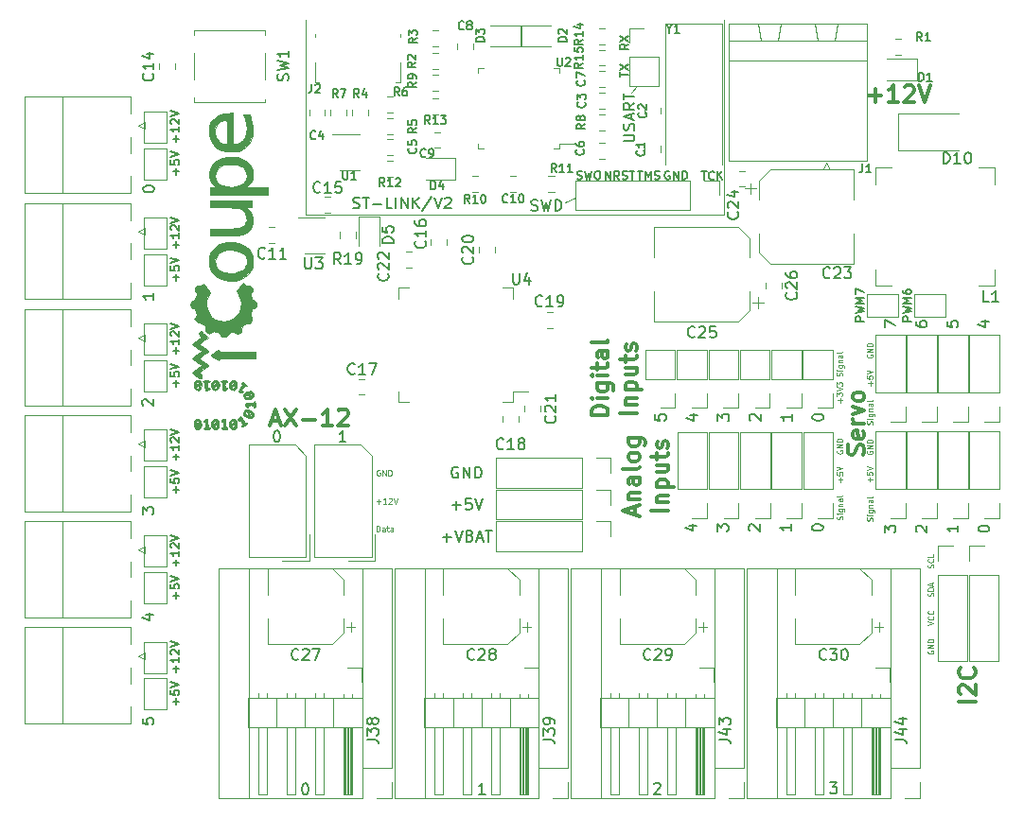
<source format=gbr>
G04 #@! TF.GenerationSoftware,KiCad,Pcbnew,(5.1.4)-1*
G04 #@! TF.CreationDate,2020-03-20T17:20:08+01:00*
G04 #@! TF.ProjectId,stm32f446_actuators,73746d33-3266-4343-9436-5f6163747561,rev?*
G04 #@! TF.SameCoordinates,Original*
G04 #@! TF.FileFunction,Legend,Top*
G04 #@! TF.FilePolarity,Positive*
%FSLAX46Y46*%
G04 Gerber Fmt 4.6, Leading zero omitted, Abs format (unit mm)*
G04 Created by KiCad (PCBNEW (5.1.4)-1) date 2020-03-20 17:20:08*
%MOMM*%
%LPD*%
G04 APERTURE LIST*
%ADD10C,0.100000*%
%ADD11C,0.300000*%
%ADD12C,0.150000*%
%ADD13C,0.120000*%
%ADD14C,0.010000*%
G04 APERTURE END LIST*
D10*
X81849209Y-95844490D02*
X81849209Y-95344490D01*
X81968257Y-95344490D01*
X82039685Y-95368300D01*
X82087304Y-95415919D01*
X82111114Y-95463538D01*
X82134923Y-95558776D01*
X82134923Y-95630204D01*
X82111114Y-95725442D01*
X82087304Y-95773061D01*
X82039685Y-95820680D01*
X81968257Y-95844490D01*
X81849209Y-95844490D01*
X82563495Y-95844490D02*
X82563495Y-95582585D01*
X82539685Y-95534966D01*
X82492066Y-95511157D01*
X82396828Y-95511157D01*
X82349209Y-95534966D01*
X82563495Y-95820680D02*
X82515876Y-95844490D01*
X82396828Y-95844490D01*
X82349209Y-95820680D01*
X82325400Y-95773061D01*
X82325400Y-95725442D01*
X82349209Y-95677823D01*
X82396828Y-95654014D01*
X82515876Y-95654014D01*
X82563495Y-95630204D01*
X82730161Y-95511157D02*
X82920638Y-95511157D01*
X82801590Y-95344490D02*
X82801590Y-95773061D01*
X82825400Y-95820680D01*
X82873019Y-95844490D01*
X82920638Y-95844490D01*
X83301590Y-95844490D02*
X83301590Y-95582585D01*
X83277780Y-95534966D01*
X83230161Y-95511157D01*
X83134923Y-95511157D01*
X83087304Y-95534966D01*
X83301590Y-95820680D02*
X83253971Y-95844490D01*
X83134923Y-95844490D01*
X83087304Y-95820680D01*
X83063495Y-95773061D01*
X83063495Y-95725442D01*
X83087304Y-95677823D01*
X83134923Y-95654014D01*
X83253971Y-95654014D01*
X83301590Y-95630204D01*
X81834147Y-93152114D02*
X82215100Y-93152114D01*
X82024623Y-93342590D02*
X82024623Y-92961638D01*
X82715100Y-93342590D02*
X82429385Y-93342590D01*
X82572242Y-93342590D02*
X82572242Y-92842590D01*
X82524623Y-92914019D01*
X82477004Y-92961638D01*
X82429385Y-92985447D01*
X82905576Y-92890209D02*
X82929385Y-92866400D01*
X82977004Y-92842590D01*
X83096052Y-92842590D01*
X83143671Y-92866400D01*
X83167480Y-92890209D01*
X83191290Y-92937828D01*
X83191290Y-92985447D01*
X83167480Y-93056876D01*
X82881766Y-93342590D01*
X83191290Y-93342590D01*
X83334147Y-92842590D02*
X83500814Y-93342590D01*
X83667480Y-92842590D01*
X82130947Y-90364500D02*
X82083328Y-90340690D01*
X82011900Y-90340690D01*
X81940471Y-90364500D01*
X81892852Y-90412119D01*
X81869042Y-90459738D01*
X81845233Y-90554976D01*
X81845233Y-90626404D01*
X81869042Y-90721642D01*
X81892852Y-90769261D01*
X81940471Y-90816880D01*
X82011900Y-90840690D01*
X82059519Y-90840690D01*
X82130947Y-90816880D01*
X82154757Y-90793071D01*
X82154757Y-90626404D01*
X82059519Y-90626404D01*
X82369042Y-90840690D02*
X82369042Y-90340690D01*
X82654757Y-90840690D01*
X82654757Y-90340690D01*
X82892852Y-90840690D02*
X82892852Y-90340690D01*
X83011900Y-90340690D01*
X83083328Y-90364500D01*
X83130947Y-90412119D01*
X83154757Y-90459738D01*
X83178566Y-90554976D01*
X83178566Y-90626404D01*
X83154757Y-90721642D01*
X83130947Y-90769261D01*
X83083328Y-90816880D01*
X83011900Y-90840690D01*
X82892852Y-90840690D01*
X131158490Y-104222466D02*
X131658490Y-104055800D01*
X131158490Y-103889133D01*
X131610871Y-103436752D02*
X131634680Y-103460561D01*
X131658490Y-103531990D01*
X131658490Y-103579609D01*
X131634680Y-103651038D01*
X131587061Y-103698657D01*
X131539442Y-103722466D01*
X131444204Y-103746276D01*
X131372776Y-103746276D01*
X131277538Y-103722466D01*
X131229919Y-103698657D01*
X131182300Y-103651038D01*
X131158490Y-103579609D01*
X131158490Y-103531990D01*
X131182300Y-103460561D01*
X131206109Y-103436752D01*
X131610871Y-102936752D02*
X131634680Y-102960561D01*
X131658490Y-103031990D01*
X131658490Y-103079609D01*
X131634680Y-103151038D01*
X131587061Y-103198657D01*
X131539442Y-103222466D01*
X131444204Y-103246276D01*
X131372776Y-103246276D01*
X131277538Y-103222466D01*
X131229919Y-103198657D01*
X131182300Y-103151038D01*
X131158490Y-103079609D01*
X131158490Y-103031990D01*
X131182300Y-102960561D01*
X131206109Y-102936752D01*
X131182300Y-106514852D02*
X131158490Y-106562471D01*
X131158490Y-106633900D01*
X131182300Y-106705328D01*
X131229919Y-106752947D01*
X131277538Y-106776757D01*
X131372776Y-106800566D01*
X131444204Y-106800566D01*
X131539442Y-106776757D01*
X131587061Y-106752947D01*
X131634680Y-106705328D01*
X131658490Y-106633900D01*
X131658490Y-106586280D01*
X131634680Y-106514852D01*
X131610871Y-106491042D01*
X131444204Y-106491042D01*
X131444204Y-106586280D01*
X131658490Y-106276757D02*
X131158490Y-106276757D01*
X131658490Y-105991042D01*
X131158490Y-105991042D01*
X131658490Y-105752947D02*
X131158490Y-105752947D01*
X131158490Y-105633900D01*
X131182300Y-105562471D01*
X131229919Y-105514852D01*
X131277538Y-105491042D01*
X131372776Y-105467233D01*
X131444204Y-105467233D01*
X131539442Y-105491042D01*
X131587061Y-105514852D01*
X131634680Y-105562471D01*
X131658490Y-105633900D01*
X131658490Y-105752947D01*
X131634680Y-101635642D02*
X131658490Y-101564214D01*
X131658490Y-101445166D01*
X131634680Y-101397547D01*
X131610871Y-101373738D01*
X131563252Y-101349928D01*
X131515633Y-101349928D01*
X131468014Y-101373738D01*
X131444204Y-101397547D01*
X131420395Y-101445166D01*
X131396585Y-101540404D01*
X131372776Y-101588023D01*
X131348966Y-101611833D01*
X131301347Y-101635642D01*
X131253728Y-101635642D01*
X131206109Y-101611833D01*
X131182300Y-101588023D01*
X131158490Y-101540404D01*
X131158490Y-101421357D01*
X131182300Y-101349928D01*
X131658490Y-101135642D02*
X131158490Y-101135642D01*
X131158490Y-101016595D01*
X131182300Y-100945166D01*
X131229919Y-100897547D01*
X131277538Y-100873738D01*
X131372776Y-100849928D01*
X131444204Y-100849928D01*
X131539442Y-100873738D01*
X131587061Y-100897547D01*
X131634680Y-100945166D01*
X131658490Y-101016595D01*
X131658490Y-101135642D01*
X131515633Y-100659452D02*
X131515633Y-100421357D01*
X131658490Y-100707071D02*
X131158490Y-100540404D01*
X131658490Y-100373738D01*
X131634680Y-99083738D02*
X131658490Y-99012309D01*
X131658490Y-98893261D01*
X131634680Y-98845642D01*
X131610871Y-98821833D01*
X131563252Y-98798023D01*
X131515633Y-98798023D01*
X131468014Y-98821833D01*
X131444204Y-98845642D01*
X131420395Y-98893261D01*
X131396585Y-98988500D01*
X131372776Y-99036119D01*
X131348966Y-99059928D01*
X131301347Y-99083738D01*
X131253728Y-99083738D01*
X131206109Y-99059928D01*
X131182300Y-99036119D01*
X131158490Y-98988500D01*
X131158490Y-98869452D01*
X131182300Y-98798023D01*
X131610871Y-98298023D02*
X131634680Y-98321833D01*
X131658490Y-98393261D01*
X131658490Y-98440880D01*
X131634680Y-98512309D01*
X131587061Y-98559928D01*
X131539442Y-98583738D01*
X131444204Y-98607547D01*
X131372776Y-98607547D01*
X131277538Y-98583738D01*
X131229919Y-98559928D01*
X131182300Y-98512309D01*
X131158490Y-98440880D01*
X131158490Y-98393261D01*
X131182300Y-98321833D01*
X131206109Y-98298023D01*
X131658490Y-97845642D02*
X131658490Y-98083738D01*
X131158490Y-98083738D01*
X125734000Y-80009952D02*
X125710190Y-80057571D01*
X125710190Y-80129000D01*
X125734000Y-80200428D01*
X125781619Y-80248047D01*
X125829238Y-80271857D01*
X125924476Y-80295666D01*
X125995904Y-80295666D01*
X126091142Y-80271857D01*
X126138761Y-80248047D01*
X126186380Y-80200428D01*
X126210190Y-80129000D01*
X126210190Y-80081380D01*
X126186380Y-80009952D01*
X126162571Y-79986142D01*
X125995904Y-79986142D01*
X125995904Y-80081380D01*
X126210190Y-79771857D02*
X125710190Y-79771857D01*
X126210190Y-79486142D01*
X125710190Y-79486142D01*
X126210190Y-79248047D02*
X125710190Y-79248047D01*
X125710190Y-79129000D01*
X125734000Y-79057571D01*
X125781619Y-79009952D01*
X125829238Y-78986142D01*
X125924476Y-78962333D01*
X125995904Y-78962333D01*
X126091142Y-78986142D01*
X126138761Y-79009952D01*
X126186380Y-79057571D01*
X126210190Y-79129000D01*
X126210190Y-79248047D01*
X126186380Y-86250328D02*
X126210190Y-86178900D01*
X126210190Y-86059852D01*
X126186380Y-86012233D01*
X126162571Y-85988423D01*
X126114952Y-85964614D01*
X126067333Y-85964614D01*
X126019714Y-85988423D01*
X125995904Y-86012233D01*
X125972095Y-86059852D01*
X125948285Y-86155090D01*
X125924476Y-86202709D01*
X125900666Y-86226519D01*
X125853047Y-86250328D01*
X125805428Y-86250328D01*
X125757809Y-86226519D01*
X125734000Y-86202709D01*
X125710190Y-86155090D01*
X125710190Y-86036042D01*
X125734000Y-85964614D01*
X126210190Y-85750328D02*
X125876857Y-85750328D01*
X125710190Y-85750328D02*
X125734000Y-85774138D01*
X125757809Y-85750328D01*
X125734000Y-85726519D01*
X125710190Y-85750328D01*
X125757809Y-85750328D01*
X125876857Y-85297947D02*
X126281619Y-85297947D01*
X126329238Y-85321757D01*
X126353047Y-85345566D01*
X126376857Y-85393185D01*
X126376857Y-85464614D01*
X126353047Y-85512233D01*
X126186380Y-85297947D02*
X126210190Y-85345566D01*
X126210190Y-85440804D01*
X126186380Y-85488423D01*
X126162571Y-85512233D01*
X126114952Y-85536042D01*
X125972095Y-85536042D01*
X125924476Y-85512233D01*
X125900666Y-85488423D01*
X125876857Y-85440804D01*
X125876857Y-85345566D01*
X125900666Y-85297947D01*
X125876857Y-85059852D02*
X126210190Y-85059852D01*
X125924476Y-85059852D02*
X125900666Y-85036042D01*
X125876857Y-84988423D01*
X125876857Y-84916995D01*
X125900666Y-84869376D01*
X125948285Y-84845566D01*
X126210190Y-84845566D01*
X126210190Y-84393185D02*
X125948285Y-84393185D01*
X125900666Y-84416995D01*
X125876857Y-84464614D01*
X125876857Y-84559852D01*
X125900666Y-84607471D01*
X126186380Y-84393185D02*
X126210190Y-84440804D01*
X126210190Y-84559852D01*
X126186380Y-84607471D01*
X126138761Y-84631280D01*
X126091142Y-84631280D01*
X126043523Y-84607471D01*
X126019714Y-84559852D01*
X126019714Y-84440804D01*
X125995904Y-84393185D01*
X126210190Y-84083661D02*
X126186380Y-84131280D01*
X126138761Y-84155090D01*
X125710190Y-84155090D01*
X126007014Y-82761057D02*
X126007014Y-82380104D01*
X126197490Y-82570580D02*
X125816538Y-82570580D01*
X125697490Y-81903914D02*
X125697490Y-82142009D01*
X125935585Y-82165819D01*
X125911776Y-82142009D01*
X125887966Y-82094390D01*
X125887966Y-81975342D01*
X125911776Y-81927723D01*
X125935585Y-81903914D01*
X125983204Y-81880104D01*
X126102252Y-81880104D01*
X126149871Y-81903914D01*
X126173680Y-81927723D01*
X126197490Y-81975342D01*
X126197490Y-82094390D01*
X126173680Y-82142009D01*
X126149871Y-82165819D01*
X125697490Y-81737247D02*
X126197490Y-81570580D01*
X125697490Y-81403914D01*
X126173680Y-94873628D02*
X126197490Y-94802200D01*
X126197490Y-94683152D01*
X126173680Y-94635533D01*
X126149871Y-94611723D01*
X126102252Y-94587914D01*
X126054633Y-94587914D01*
X126007014Y-94611723D01*
X125983204Y-94635533D01*
X125959395Y-94683152D01*
X125935585Y-94778390D01*
X125911776Y-94826009D01*
X125887966Y-94849819D01*
X125840347Y-94873628D01*
X125792728Y-94873628D01*
X125745109Y-94849819D01*
X125721300Y-94826009D01*
X125697490Y-94778390D01*
X125697490Y-94659342D01*
X125721300Y-94587914D01*
X126197490Y-94373628D02*
X125864157Y-94373628D01*
X125697490Y-94373628D02*
X125721300Y-94397438D01*
X125745109Y-94373628D01*
X125721300Y-94349819D01*
X125697490Y-94373628D01*
X125745109Y-94373628D01*
X125864157Y-93921247D02*
X126268919Y-93921247D01*
X126316538Y-93945057D01*
X126340347Y-93968866D01*
X126364157Y-94016485D01*
X126364157Y-94087914D01*
X126340347Y-94135533D01*
X126173680Y-93921247D02*
X126197490Y-93968866D01*
X126197490Y-94064104D01*
X126173680Y-94111723D01*
X126149871Y-94135533D01*
X126102252Y-94159342D01*
X125959395Y-94159342D01*
X125911776Y-94135533D01*
X125887966Y-94111723D01*
X125864157Y-94064104D01*
X125864157Y-93968866D01*
X125887966Y-93921247D01*
X125864157Y-93683152D02*
X126197490Y-93683152D01*
X125911776Y-93683152D02*
X125887966Y-93659342D01*
X125864157Y-93611723D01*
X125864157Y-93540295D01*
X125887966Y-93492676D01*
X125935585Y-93468866D01*
X126197490Y-93468866D01*
X126197490Y-93016485D02*
X125935585Y-93016485D01*
X125887966Y-93040295D01*
X125864157Y-93087914D01*
X125864157Y-93183152D01*
X125887966Y-93230771D01*
X126173680Y-93016485D02*
X126197490Y-93064104D01*
X126197490Y-93183152D01*
X126173680Y-93230771D01*
X126126061Y-93254580D01*
X126078442Y-93254580D01*
X126030823Y-93230771D01*
X126007014Y-93183152D01*
X126007014Y-93064104D01*
X125983204Y-93016485D01*
X126197490Y-92706961D02*
X126173680Y-92754580D01*
X126126061Y-92778390D01*
X125697490Y-92778390D01*
X125721300Y-88633252D02*
X125697490Y-88680871D01*
X125697490Y-88752300D01*
X125721300Y-88823728D01*
X125768919Y-88871347D01*
X125816538Y-88895157D01*
X125911776Y-88918966D01*
X125983204Y-88918966D01*
X126078442Y-88895157D01*
X126126061Y-88871347D01*
X126173680Y-88823728D01*
X126197490Y-88752300D01*
X126197490Y-88704680D01*
X126173680Y-88633252D01*
X126149871Y-88609442D01*
X125983204Y-88609442D01*
X125983204Y-88704680D01*
X126197490Y-88395157D02*
X125697490Y-88395157D01*
X126197490Y-88109442D01*
X125697490Y-88109442D01*
X126197490Y-87871347D02*
X125697490Y-87871347D01*
X125697490Y-87752300D01*
X125721300Y-87680871D01*
X125768919Y-87633252D01*
X125816538Y-87609442D01*
X125911776Y-87585633D01*
X125983204Y-87585633D01*
X126078442Y-87609442D01*
X126126061Y-87633252D01*
X126173680Y-87680871D01*
X126197490Y-87752300D01*
X126197490Y-87871347D01*
X125994314Y-91384357D02*
X125994314Y-91003404D01*
X126184790Y-91193880D02*
X125803838Y-91193880D01*
X125684790Y-90527214D02*
X125684790Y-90765309D01*
X125922885Y-90789119D01*
X125899076Y-90765309D01*
X125875266Y-90717690D01*
X125875266Y-90598642D01*
X125899076Y-90551023D01*
X125922885Y-90527214D01*
X125970504Y-90503404D01*
X126089552Y-90503404D01*
X126137171Y-90527214D01*
X126160980Y-90551023D01*
X126184790Y-90598642D01*
X126184790Y-90717690D01*
X126160980Y-90765309D01*
X126137171Y-90789119D01*
X125684790Y-90360547D02*
X126184790Y-90193880D01*
X125684790Y-90027214D01*
X123468580Y-81906928D02*
X123492390Y-81835500D01*
X123492390Y-81716452D01*
X123468580Y-81668833D01*
X123444771Y-81645023D01*
X123397152Y-81621214D01*
X123349533Y-81621214D01*
X123301914Y-81645023D01*
X123278104Y-81668833D01*
X123254295Y-81716452D01*
X123230485Y-81811690D01*
X123206676Y-81859309D01*
X123182866Y-81883119D01*
X123135247Y-81906928D01*
X123087628Y-81906928D01*
X123040009Y-81883119D01*
X123016200Y-81859309D01*
X122992390Y-81811690D01*
X122992390Y-81692642D01*
X123016200Y-81621214D01*
X123492390Y-81406928D02*
X123159057Y-81406928D01*
X122992390Y-81406928D02*
X123016200Y-81430738D01*
X123040009Y-81406928D01*
X123016200Y-81383119D01*
X122992390Y-81406928D01*
X123040009Y-81406928D01*
X123159057Y-80954547D02*
X123563819Y-80954547D01*
X123611438Y-80978357D01*
X123635247Y-81002166D01*
X123659057Y-81049785D01*
X123659057Y-81121214D01*
X123635247Y-81168833D01*
X123468580Y-80954547D02*
X123492390Y-81002166D01*
X123492390Y-81097404D01*
X123468580Y-81145023D01*
X123444771Y-81168833D01*
X123397152Y-81192642D01*
X123254295Y-81192642D01*
X123206676Y-81168833D01*
X123182866Y-81145023D01*
X123159057Y-81097404D01*
X123159057Y-81002166D01*
X123182866Y-80954547D01*
X123159057Y-80716452D02*
X123492390Y-80716452D01*
X123206676Y-80716452D02*
X123182866Y-80692642D01*
X123159057Y-80645023D01*
X123159057Y-80573595D01*
X123182866Y-80525976D01*
X123230485Y-80502166D01*
X123492390Y-80502166D01*
X123492390Y-80049785D02*
X123230485Y-80049785D01*
X123182866Y-80073595D01*
X123159057Y-80121214D01*
X123159057Y-80216452D01*
X123182866Y-80264071D01*
X123468580Y-80049785D02*
X123492390Y-80097404D01*
X123492390Y-80216452D01*
X123468580Y-80264071D01*
X123420961Y-80287880D01*
X123373342Y-80287880D01*
X123325723Y-80264071D01*
X123301914Y-80216452D01*
X123301914Y-80097404D01*
X123278104Y-80049785D01*
X123492390Y-79740261D02*
X123468580Y-79787880D01*
X123420961Y-79811690D01*
X122992390Y-79811690D01*
X123493980Y-94772028D02*
X123517790Y-94700600D01*
X123517790Y-94581552D01*
X123493980Y-94533933D01*
X123470171Y-94510123D01*
X123422552Y-94486314D01*
X123374933Y-94486314D01*
X123327314Y-94510123D01*
X123303504Y-94533933D01*
X123279695Y-94581552D01*
X123255885Y-94676790D01*
X123232076Y-94724409D01*
X123208266Y-94748219D01*
X123160647Y-94772028D01*
X123113028Y-94772028D01*
X123065409Y-94748219D01*
X123041600Y-94724409D01*
X123017790Y-94676790D01*
X123017790Y-94557742D01*
X123041600Y-94486314D01*
X123517790Y-94272028D02*
X123184457Y-94272028D01*
X123017790Y-94272028D02*
X123041600Y-94295838D01*
X123065409Y-94272028D01*
X123041600Y-94248219D01*
X123017790Y-94272028D01*
X123065409Y-94272028D01*
X123184457Y-93819647D02*
X123589219Y-93819647D01*
X123636838Y-93843457D01*
X123660647Y-93867266D01*
X123684457Y-93914885D01*
X123684457Y-93986314D01*
X123660647Y-94033933D01*
X123493980Y-93819647D02*
X123517790Y-93867266D01*
X123517790Y-93962504D01*
X123493980Y-94010123D01*
X123470171Y-94033933D01*
X123422552Y-94057742D01*
X123279695Y-94057742D01*
X123232076Y-94033933D01*
X123208266Y-94010123D01*
X123184457Y-93962504D01*
X123184457Y-93867266D01*
X123208266Y-93819647D01*
X123184457Y-93581552D02*
X123517790Y-93581552D01*
X123232076Y-93581552D02*
X123208266Y-93557742D01*
X123184457Y-93510123D01*
X123184457Y-93438695D01*
X123208266Y-93391076D01*
X123255885Y-93367266D01*
X123517790Y-93367266D01*
X123517790Y-92914885D02*
X123255885Y-92914885D01*
X123208266Y-92938695D01*
X123184457Y-92986314D01*
X123184457Y-93081552D01*
X123208266Y-93129171D01*
X123493980Y-92914885D02*
X123517790Y-92962504D01*
X123517790Y-93081552D01*
X123493980Y-93129171D01*
X123446361Y-93152980D01*
X123398742Y-93152980D01*
X123351123Y-93129171D01*
X123327314Y-93081552D01*
X123327314Y-92962504D01*
X123303504Y-92914885D01*
X123517790Y-92605361D02*
X123493980Y-92652980D01*
X123446361Y-92676790D01*
X123017790Y-92676790D01*
X123301914Y-84281852D02*
X123301914Y-83900900D01*
X123492390Y-84091376D02*
X123111438Y-84091376D01*
X122992390Y-83710423D02*
X122992390Y-83400900D01*
X123182866Y-83567566D01*
X123182866Y-83496138D01*
X123206676Y-83448519D01*
X123230485Y-83424709D01*
X123278104Y-83400900D01*
X123397152Y-83400900D01*
X123444771Y-83424709D01*
X123468580Y-83448519D01*
X123492390Y-83496138D01*
X123492390Y-83638995D01*
X123468580Y-83686614D01*
X123444771Y-83710423D01*
X122992390Y-83258042D02*
X123492390Y-83091376D01*
X122992390Y-82924709D01*
X122992390Y-82805661D02*
X122992390Y-82496138D01*
X123182866Y-82662804D01*
X123182866Y-82591376D01*
X123206676Y-82543757D01*
X123230485Y-82519947D01*
X123278104Y-82496138D01*
X123397152Y-82496138D01*
X123444771Y-82519947D01*
X123468580Y-82543757D01*
X123492390Y-82591376D01*
X123492390Y-82734233D01*
X123468580Y-82781852D01*
X123444771Y-82805661D01*
X123041600Y-88582452D02*
X123017790Y-88630071D01*
X123017790Y-88701500D01*
X123041600Y-88772928D01*
X123089219Y-88820547D01*
X123136838Y-88844357D01*
X123232076Y-88868166D01*
X123303504Y-88868166D01*
X123398742Y-88844357D01*
X123446361Y-88820547D01*
X123493980Y-88772928D01*
X123517790Y-88701500D01*
X123517790Y-88653880D01*
X123493980Y-88582452D01*
X123470171Y-88558642D01*
X123303504Y-88558642D01*
X123303504Y-88653880D01*
X123517790Y-88344357D02*
X123017790Y-88344357D01*
X123517790Y-88058642D01*
X123017790Y-88058642D01*
X123517790Y-87820547D02*
X123017790Y-87820547D01*
X123017790Y-87701500D01*
X123041600Y-87630071D01*
X123089219Y-87582452D01*
X123136838Y-87558642D01*
X123232076Y-87534833D01*
X123303504Y-87534833D01*
X123398742Y-87558642D01*
X123446361Y-87582452D01*
X123493980Y-87630071D01*
X123517790Y-87701500D01*
X123517790Y-87820547D01*
X123340014Y-91397057D02*
X123340014Y-91016104D01*
X123530490Y-91206580D02*
X123149538Y-91206580D01*
X123030490Y-90539914D02*
X123030490Y-90778009D01*
X123268585Y-90801819D01*
X123244776Y-90778009D01*
X123220966Y-90730390D01*
X123220966Y-90611342D01*
X123244776Y-90563723D01*
X123268585Y-90539914D01*
X123316204Y-90516104D01*
X123435252Y-90516104D01*
X123482871Y-90539914D01*
X123506680Y-90563723D01*
X123530490Y-90611342D01*
X123530490Y-90730390D01*
X123506680Y-90778009D01*
X123482871Y-90801819D01*
X123030490Y-90373247D02*
X123530490Y-90206580D01*
X123030490Y-90039914D01*
D11*
X135400171Y-111065285D02*
X133900171Y-111065285D01*
X134043028Y-110422428D02*
X133971600Y-110351000D01*
X133900171Y-110208142D01*
X133900171Y-109851000D01*
X133971600Y-109708142D01*
X134043028Y-109636714D01*
X134185885Y-109565285D01*
X134328742Y-109565285D01*
X134543028Y-109636714D01*
X135400171Y-110493857D01*
X135400171Y-109565285D01*
X135257314Y-108065285D02*
X135328742Y-108136714D01*
X135400171Y-108351000D01*
X135400171Y-108493857D01*
X135328742Y-108708142D01*
X135185885Y-108851000D01*
X135043028Y-108922428D01*
X134757314Y-108993857D01*
X134543028Y-108993857D01*
X134257314Y-108922428D01*
X134114457Y-108851000D01*
X133971600Y-108708142D01*
X133900171Y-108493857D01*
X133900171Y-108351000D01*
X133971600Y-108136714D01*
X134043028Y-108065285D01*
X72415828Y-85949600D02*
X73130114Y-85949600D01*
X72272971Y-86378171D02*
X72772971Y-84878171D01*
X73272971Y-86378171D01*
X73630114Y-84878171D02*
X74630114Y-86378171D01*
X74630114Y-84878171D02*
X73630114Y-86378171D01*
X75201542Y-85806742D02*
X76344400Y-85806742D01*
X77844400Y-86378171D02*
X76987257Y-86378171D01*
X77415828Y-86378171D02*
X77415828Y-84878171D01*
X77272971Y-85092457D01*
X77130114Y-85235314D01*
X76987257Y-85306742D01*
X78415828Y-85021028D02*
X78487257Y-84949600D01*
X78630114Y-84878171D01*
X78987257Y-84878171D01*
X79130114Y-84949600D01*
X79201542Y-85021028D01*
X79272971Y-85163885D01*
X79272971Y-85306742D01*
X79201542Y-85521028D01*
X78344400Y-86378171D01*
X79272971Y-86378171D01*
X104931100Y-94345485D02*
X104931100Y-93631200D01*
X105359671Y-94488342D02*
X103859671Y-93988342D01*
X105359671Y-93488342D01*
X104359671Y-92988342D02*
X105359671Y-92988342D01*
X104502528Y-92988342D02*
X104431100Y-92916914D01*
X104359671Y-92774057D01*
X104359671Y-92559771D01*
X104431100Y-92416914D01*
X104573957Y-92345485D01*
X105359671Y-92345485D01*
X105359671Y-90988342D02*
X104573957Y-90988342D01*
X104431100Y-91059771D01*
X104359671Y-91202628D01*
X104359671Y-91488342D01*
X104431100Y-91631200D01*
X105288242Y-90988342D02*
X105359671Y-91131200D01*
X105359671Y-91488342D01*
X105288242Y-91631200D01*
X105145385Y-91702628D01*
X105002528Y-91702628D01*
X104859671Y-91631200D01*
X104788242Y-91488342D01*
X104788242Y-91131200D01*
X104716814Y-90988342D01*
X105359671Y-90059771D02*
X105288242Y-90202628D01*
X105145385Y-90274057D01*
X103859671Y-90274057D01*
X105359671Y-89274057D02*
X105288242Y-89416914D01*
X105216814Y-89488342D01*
X105073957Y-89559771D01*
X104645385Y-89559771D01*
X104502528Y-89488342D01*
X104431100Y-89416914D01*
X104359671Y-89274057D01*
X104359671Y-89059771D01*
X104431100Y-88916914D01*
X104502528Y-88845485D01*
X104645385Y-88774057D01*
X105073957Y-88774057D01*
X105216814Y-88845485D01*
X105288242Y-88916914D01*
X105359671Y-89059771D01*
X105359671Y-89274057D01*
X104359671Y-87488342D02*
X105573957Y-87488342D01*
X105716814Y-87559771D01*
X105788242Y-87631200D01*
X105859671Y-87774057D01*
X105859671Y-87988342D01*
X105788242Y-88131200D01*
X105288242Y-87488342D02*
X105359671Y-87631200D01*
X105359671Y-87916914D01*
X105288242Y-88059771D01*
X105216814Y-88131200D01*
X105073957Y-88202628D01*
X104645385Y-88202628D01*
X104502528Y-88131200D01*
X104431100Y-88059771D01*
X104359671Y-87916914D01*
X104359671Y-87631200D01*
X104431100Y-87488342D01*
X107909671Y-93952628D02*
X106409671Y-93952628D01*
X106909671Y-93238342D02*
X107909671Y-93238342D01*
X107052528Y-93238342D02*
X106981100Y-93166914D01*
X106909671Y-93024057D01*
X106909671Y-92809771D01*
X106981100Y-92666914D01*
X107123957Y-92595485D01*
X107909671Y-92595485D01*
X106909671Y-91881200D02*
X108409671Y-91881200D01*
X106981100Y-91881200D02*
X106909671Y-91738342D01*
X106909671Y-91452628D01*
X106981100Y-91309771D01*
X107052528Y-91238342D01*
X107195385Y-91166914D01*
X107623957Y-91166914D01*
X107766814Y-91238342D01*
X107838242Y-91309771D01*
X107909671Y-91452628D01*
X107909671Y-91738342D01*
X107838242Y-91881200D01*
X106909671Y-89881200D02*
X107909671Y-89881200D01*
X106909671Y-90524057D02*
X107695385Y-90524057D01*
X107838242Y-90452628D01*
X107909671Y-90309771D01*
X107909671Y-90095485D01*
X107838242Y-89952628D01*
X107766814Y-89881200D01*
X106909671Y-89381200D02*
X106909671Y-88809771D01*
X106409671Y-89166914D02*
X107695385Y-89166914D01*
X107838242Y-89095485D01*
X107909671Y-88952628D01*
X107909671Y-88809771D01*
X107838242Y-88381200D02*
X107909671Y-88238342D01*
X107909671Y-87952628D01*
X107838242Y-87809771D01*
X107695385Y-87738342D01*
X107623957Y-87738342D01*
X107481100Y-87809771D01*
X107409671Y-87952628D01*
X107409671Y-88166914D01*
X107338242Y-88309771D01*
X107195385Y-88381200D01*
X107123957Y-88381200D01*
X106981100Y-88309771D01*
X106909671Y-88166914D01*
X106909671Y-87952628D01*
X106981100Y-87809771D01*
X102540271Y-85442014D02*
X101040271Y-85442014D01*
X101040271Y-85084871D01*
X101111700Y-84870585D01*
X101254557Y-84727728D01*
X101397414Y-84656299D01*
X101683128Y-84584871D01*
X101897414Y-84584871D01*
X102183128Y-84656299D01*
X102325985Y-84727728D01*
X102468842Y-84870585D01*
X102540271Y-85084871D01*
X102540271Y-85442014D01*
X102540271Y-83942014D02*
X101540271Y-83942014D01*
X101040271Y-83942014D02*
X101111700Y-84013442D01*
X101183128Y-83942014D01*
X101111700Y-83870585D01*
X101040271Y-83942014D01*
X101183128Y-83942014D01*
X101540271Y-82584871D02*
X102754557Y-82584871D01*
X102897414Y-82656299D01*
X102968842Y-82727728D01*
X103040271Y-82870585D01*
X103040271Y-83084871D01*
X102968842Y-83227728D01*
X102468842Y-82584871D02*
X102540271Y-82727728D01*
X102540271Y-83013442D01*
X102468842Y-83156299D01*
X102397414Y-83227728D01*
X102254557Y-83299157D01*
X101825985Y-83299157D01*
X101683128Y-83227728D01*
X101611700Y-83156299D01*
X101540271Y-83013442D01*
X101540271Y-82727728D01*
X101611700Y-82584871D01*
X102540271Y-81870585D02*
X101540271Y-81870585D01*
X101040271Y-81870585D02*
X101111700Y-81942014D01*
X101183128Y-81870585D01*
X101111700Y-81799157D01*
X101040271Y-81870585D01*
X101183128Y-81870585D01*
X101540271Y-81370585D02*
X101540271Y-80799157D01*
X101040271Y-81156299D02*
X102325985Y-81156299D01*
X102468842Y-81084871D01*
X102540271Y-80942014D01*
X102540271Y-80799157D01*
X102540271Y-79656299D02*
X101754557Y-79656299D01*
X101611700Y-79727728D01*
X101540271Y-79870585D01*
X101540271Y-80156299D01*
X101611700Y-80299157D01*
X102468842Y-79656299D02*
X102540271Y-79799157D01*
X102540271Y-80156299D01*
X102468842Y-80299157D01*
X102325985Y-80370585D01*
X102183128Y-80370585D01*
X102040271Y-80299157D01*
X101968842Y-80156299D01*
X101968842Y-79799157D01*
X101897414Y-79656299D01*
X102540271Y-78727728D02*
X102468842Y-78870585D01*
X102325985Y-78942014D01*
X101040271Y-78942014D01*
X105090271Y-85227728D02*
X103590271Y-85227728D01*
X104090271Y-84513442D02*
X105090271Y-84513442D01*
X104233128Y-84513442D02*
X104161700Y-84442014D01*
X104090271Y-84299157D01*
X104090271Y-84084871D01*
X104161700Y-83942014D01*
X104304557Y-83870585D01*
X105090271Y-83870585D01*
X104090271Y-83156300D02*
X105590271Y-83156300D01*
X104161700Y-83156300D02*
X104090271Y-83013442D01*
X104090271Y-82727728D01*
X104161700Y-82584871D01*
X104233128Y-82513442D01*
X104375985Y-82442014D01*
X104804557Y-82442014D01*
X104947414Y-82513442D01*
X105018842Y-82584871D01*
X105090271Y-82727728D01*
X105090271Y-83013442D01*
X105018842Y-83156300D01*
X104090271Y-81156300D02*
X105090271Y-81156300D01*
X104090271Y-81799157D02*
X104875985Y-81799157D01*
X105018842Y-81727728D01*
X105090271Y-81584871D01*
X105090271Y-81370585D01*
X105018842Y-81227728D01*
X104947414Y-81156300D01*
X104090271Y-80656300D02*
X104090271Y-80084871D01*
X103590271Y-80442014D02*
X104875985Y-80442014D01*
X105018842Y-80370585D01*
X105090271Y-80227728D01*
X105090271Y-80084871D01*
X105018842Y-79656300D02*
X105090271Y-79513442D01*
X105090271Y-79227728D01*
X105018842Y-79084871D01*
X104875985Y-79013442D01*
X104804557Y-79013442D01*
X104661700Y-79084871D01*
X104590271Y-79227728D01*
X104590271Y-79442014D01*
X104518842Y-79584871D01*
X104375985Y-79656300D01*
X104304557Y-79656300D01*
X104161700Y-79584871D01*
X104090271Y-79442014D01*
X104090271Y-79227728D01*
X104161700Y-79084871D01*
X125397342Y-88942514D02*
X125468771Y-88728228D01*
X125468771Y-88371085D01*
X125397342Y-88228228D01*
X125325914Y-88156800D01*
X125183057Y-88085371D01*
X125040200Y-88085371D01*
X124897342Y-88156800D01*
X124825914Y-88228228D01*
X124754485Y-88371085D01*
X124683057Y-88656800D01*
X124611628Y-88799657D01*
X124540200Y-88871085D01*
X124397342Y-88942514D01*
X124254485Y-88942514D01*
X124111628Y-88871085D01*
X124040200Y-88799657D01*
X123968771Y-88656800D01*
X123968771Y-88299657D01*
X124040200Y-88085371D01*
X125397342Y-86871085D02*
X125468771Y-87013942D01*
X125468771Y-87299657D01*
X125397342Y-87442514D01*
X125254485Y-87513942D01*
X124683057Y-87513942D01*
X124540200Y-87442514D01*
X124468771Y-87299657D01*
X124468771Y-87013942D01*
X124540200Y-86871085D01*
X124683057Y-86799657D01*
X124825914Y-86799657D01*
X124968771Y-87513942D01*
X125468771Y-86156800D02*
X124468771Y-86156800D01*
X124754485Y-86156800D02*
X124611628Y-86085371D01*
X124540200Y-86013942D01*
X124468771Y-85871085D01*
X124468771Y-85728228D01*
X124468771Y-85371085D02*
X125468771Y-85013942D01*
X124468771Y-84656800D01*
X125468771Y-83871085D02*
X125397342Y-84013942D01*
X125325914Y-84085371D01*
X125183057Y-84156800D01*
X124754485Y-84156800D01*
X124611628Y-84085371D01*
X124540200Y-84013942D01*
X124468771Y-83871085D01*
X124468771Y-83656800D01*
X124540200Y-83513942D01*
X124611628Y-83442514D01*
X124754485Y-83371085D01*
X125183057Y-83371085D01*
X125325914Y-83442514D01*
X125397342Y-83513942D01*
X125468771Y-83656800D01*
X125468771Y-83871085D01*
D12*
X110922714Y-63597285D02*
X111351285Y-63597285D01*
X111137000Y-64347285D02*
X111137000Y-63597285D01*
X112029857Y-64275857D02*
X111994142Y-64311571D01*
X111887000Y-64347285D01*
X111815571Y-64347285D01*
X111708428Y-64311571D01*
X111637000Y-64240142D01*
X111601285Y-64168714D01*
X111565571Y-64025857D01*
X111565571Y-63918714D01*
X111601285Y-63775857D01*
X111637000Y-63704428D01*
X111708428Y-63633000D01*
X111815571Y-63597285D01*
X111887000Y-63597285D01*
X111994142Y-63633000D01*
X112029857Y-63668714D01*
X112351285Y-64347285D02*
X112351285Y-63597285D01*
X112779857Y-64347285D02*
X112458428Y-63918714D01*
X112779857Y-63597285D02*
X112351285Y-64025857D01*
X108038971Y-63607600D02*
X107967542Y-63571885D01*
X107860400Y-63571885D01*
X107753257Y-63607600D01*
X107681828Y-63679028D01*
X107646114Y-63750457D01*
X107610400Y-63893314D01*
X107610400Y-64000457D01*
X107646114Y-64143314D01*
X107681828Y-64214742D01*
X107753257Y-64286171D01*
X107860400Y-64321885D01*
X107931828Y-64321885D01*
X108038971Y-64286171D01*
X108074685Y-64250457D01*
X108074685Y-64000457D01*
X107931828Y-64000457D01*
X108396114Y-64321885D02*
X108396114Y-63571885D01*
X108824685Y-64321885D01*
X108824685Y-63571885D01*
X109181828Y-64321885D02*
X109181828Y-63571885D01*
X109360400Y-63571885D01*
X109467542Y-63607600D01*
X109538971Y-63679028D01*
X109574685Y-63750457D01*
X109610400Y-63893314D01*
X109610400Y-64000457D01*
X109574685Y-64143314D01*
X109538971Y-64214742D01*
X109467542Y-64286171D01*
X109360400Y-64321885D01*
X109181828Y-64321885D01*
X105197400Y-63571885D02*
X105625971Y-63571885D01*
X105411685Y-64321885D02*
X105411685Y-63571885D01*
X105875971Y-64321885D02*
X105875971Y-63571885D01*
X106125971Y-64107600D01*
X106375971Y-63571885D01*
X106375971Y-64321885D01*
X106697400Y-64286171D02*
X106804542Y-64321885D01*
X106983114Y-64321885D01*
X107054542Y-64286171D01*
X107090257Y-64250457D01*
X107125971Y-64179028D01*
X107125971Y-64107600D01*
X107090257Y-64036171D01*
X107054542Y-64000457D01*
X106983114Y-63964742D01*
X106840257Y-63929028D01*
X106768828Y-63893314D01*
X106733114Y-63857600D01*
X106697400Y-63786171D01*
X106697400Y-63714742D01*
X106733114Y-63643314D01*
X106768828Y-63607600D01*
X106840257Y-63571885D01*
X107018828Y-63571885D01*
X107125971Y-63607600D01*
X102323657Y-64321885D02*
X102323657Y-63571885D01*
X102752228Y-64321885D01*
X102752228Y-63571885D01*
X103537942Y-64321885D02*
X103287942Y-63964742D01*
X103109371Y-64321885D02*
X103109371Y-63571885D01*
X103395085Y-63571885D01*
X103466514Y-63607600D01*
X103502228Y-63643314D01*
X103537942Y-63714742D01*
X103537942Y-63821885D01*
X103502228Y-63893314D01*
X103466514Y-63929028D01*
X103395085Y-63964742D01*
X103109371Y-63964742D01*
X103823657Y-64286171D02*
X103930800Y-64321885D01*
X104109371Y-64321885D01*
X104180800Y-64286171D01*
X104216514Y-64250457D01*
X104252228Y-64179028D01*
X104252228Y-64107600D01*
X104216514Y-64036171D01*
X104180800Y-64000457D01*
X104109371Y-63964742D01*
X103966514Y-63929028D01*
X103895085Y-63893314D01*
X103859371Y-63857600D01*
X103823657Y-63786171D01*
X103823657Y-63714742D01*
X103859371Y-63643314D01*
X103895085Y-63607600D01*
X103966514Y-63571885D01*
X104145085Y-63571885D01*
X104252228Y-63607600D01*
X104466514Y-63571885D02*
X104895085Y-63571885D01*
X104680800Y-64321885D02*
X104680800Y-63571885D01*
X99776885Y-64286171D02*
X99884028Y-64321885D01*
X100062600Y-64321885D01*
X100134028Y-64286171D01*
X100169742Y-64250457D01*
X100205457Y-64179028D01*
X100205457Y-64107600D01*
X100169742Y-64036171D01*
X100134028Y-64000457D01*
X100062600Y-63964742D01*
X99919742Y-63929028D01*
X99848314Y-63893314D01*
X99812600Y-63857600D01*
X99776885Y-63786171D01*
X99776885Y-63714742D01*
X99812600Y-63643314D01*
X99848314Y-63607600D01*
X99919742Y-63571885D01*
X100098314Y-63571885D01*
X100205457Y-63607600D01*
X100455457Y-63571885D02*
X100634028Y-64321885D01*
X100776885Y-63786171D01*
X100919742Y-64321885D01*
X101098314Y-63571885D01*
X101526885Y-63571885D02*
X101669742Y-63571885D01*
X101741171Y-63607600D01*
X101812600Y-63679028D01*
X101848314Y-63821885D01*
X101848314Y-64071885D01*
X101812600Y-64214742D01*
X101741171Y-64286171D01*
X101669742Y-64321885D01*
X101526885Y-64321885D01*
X101455457Y-64286171D01*
X101384028Y-64214742D01*
X101348314Y-64071885D01*
X101348314Y-63821885D01*
X101384028Y-63679028D01*
X101455457Y-63607600D01*
X101526885Y-63571885D01*
D13*
X98704400Y-66395600D02*
X99644200Y-65963800D01*
D12*
X104377685Y-52195000D02*
X104020542Y-52445000D01*
X104377685Y-52623571D02*
X103627685Y-52623571D01*
X103627685Y-52337857D01*
X103663400Y-52266428D01*
X103699114Y-52230714D01*
X103770542Y-52195000D01*
X103877685Y-52195000D01*
X103949114Y-52230714D01*
X103984828Y-52266428D01*
X104020542Y-52337857D01*
X104020542Y-52623571D01*
X103627685Y-51945000D02*
X104377685Y-51445000D01*
X103627685Y-51445000D02*
X104377685Y-51945000D01*
X103627685Y-55156028D02*
X103627685Y-54727457D01*
X104377685Y-54941742D02*
X103627685Y-54941742D01*
X103627685Y-54548885D02*
X104377685Y-54048885D01*
X103627685Y-54048885D02*
X104377685Y-54548885D01*
D13*
X104597200Y-56591200D02*
X105105200Y-55981600D01*
D12*
X79743847Y-66876561D02*
X79886704Y-66924180D01*
X80124800Y-66924180D01*
X80220038Y-66876561D01*
X80267657Y-66828942D01*
X80315276Y-66733704D01*
X80315276Y-66638466D01*
X80267657Y-66543228D01*
X80220038Y-66495609D01*
X80124800Y-66447990D01*
X79934323Y-66400371D01*
X79839085Y-66352752D01*
X79791466Y-66305133D01*
X79743847Y-66209895D01*
X79743847Y-66114657D01*
X79791466Y-66019419D01*
X79839085Y-65971800D01*
X79934323Y-65924180D01*
X80172419Y-65924180D01*
X80315276Y-65971800D01*
X80600990Y-65924180D02*
X81172419Y-65924180D01*
X80886704Y-66924180D02*
X80886704Y-65924180D01*
X81505752Y-66543228D02*
X82267657Y-66543228D01*
X83220038Y-66924180D02*
X82743847Y-66924180D01*
X82743847Y-65924180D01*
X83553371Y-66924180D02*
X83553371Y-65924180D01*
X84029561Y-66924180D02*
X84029561Y-65924180D01*
X84600990Y-66924180D01*
X84600990Y-65924180D01*
X85077180Y-66924180D02*
X85077180Y-65924180D01*
X85648609Y-66924180D02*
X85220038Y-66352752D01*
X85648609Y-65924180D02*
X85077180Y-66495609D01*
X86791466Y-65876561D02*
X85934323Y-67162276D01*
X86981942Y-65924180D02*
X87315276Y-66924180D01*
X87648609Y-65924180D01*
X87934323Y-66019419D02*
X87981942Y-65971800D01*
X88077180Y-65924180D01*
X88315276Y-65924180D01*
X88410514Y-65971800D01*
X88458133Y-66019419D01*
X88505752Y-66114657D01*
X88505752Y-66209895D01*
X88458133Y-66352752D01*
X87886704Y-66924180D01*
X88505752Y-66924180D01*
D13*
X112928400Y-67513200D02*
X112928400Y-50038000D01*
X75488800Y-67513200D02*
X112928400Y-67513200D01*
X75488800Y-50038000D02*
X75488800Y-67513200D01*
D11*
X125855742Y-56825342D02*
X126998600Y-56825342D01*
X126427171Y-57396771D02*
X126427171Y-56253914D01*
X128498600Y-57396771D02*
X127641457Y-57396771D01*
X128070028Y-57396771D02*
X128070028Y-55896771D01*
X127927171Y-56111057D01*
X127784314Y-56253914D01*
X127641457Y-56325342D01*
X129070028Y-56039628D02*
X129141457Y-55968200D01*
X129284314Y-55896771D01*
X129641457Y-55896771D01*
X129784314Y-55968200D01*
X129855742Y-56039628D01*
X129927171Y-56182485D01*
X129927171Y-56325342D01*
X129855742Y-56539628D01*
X128998600Y-57396771D01*
X129927171Y-57396771D01*
X130355742Y-55896771D02*
X130855742Y-57396771D01*
X131355742Y-55896771D01*
D14*
G36*
X65481619Y-82603730D02*
G01*
X65564734Y-82390374D01*
X65703993Y-82278867D01*
X65881196Y-82278850D01*
X65992948Y-82332907D01*
X66100378Y-82429906D01*
X66146707Y-82564464D01*
X66154300Y-82713073D01*
X66123497Y-82952684D01*
X66032536Y-83097711D01*
X65864075Y-83187248D01*
X65794466Y-83179426D01*
X65794466Y-83070700D01*
X65918915Y-83026060D01*
X65963460Y-82886323D01*
X65963800Y-82867383D01*
X65945679Y-82786825D01*
X65868850Y-82800346D01*
X65836800Y-82816700D01*
X65740610Y-82904493D01*
X65711960Y-83001962D01*
X65758207Y-83064961D01*
X65794466Y-83070700D01*
X65794466Y-83179426D01*
X65703134Y-83169161D01*
X65700928Y-83167381D01*
X65700928Y-82715137D01*
X65808310Y-82649975D01*
X65903403Y-82550328D01*
X65902695Y-82468031D01*
X65817914Y-82439294D01*
X65745818Y-82457026D01*
X65664138Y-82544525D01*
X65646300Y-82625671D01*
X65654259Y-82711407D01*
X65700928Y-82715137D01*
X65700928Y-83167381D01*
X65570541Y-83062126D01*
X65487127Y-82884820D01*
X65473720Y-82655920D01*
X65481619Y-82603730D01*
X65481619Y-82603730D01*
G37*
X65481619Y-82603730D02*
X65564734Y-82390374D01*
X65703993Y-82278867D01*
X65881196Y-82278850D01*
X65992948Y-82332907D01*
X66100378Y-82429906D01*
X66146707Y-82564464D01*
X66154300Y-82713073D01*
X66123497Y-82952684D01*
X66032536Y-83097711D01*
X65864075Y-83187248D01*
X65794466Y-83179426D01*
X65794466Y-83070700D01*
X65918915Y-83026060D01*
X65963460Y-82886323D01*
X65963800Y-82867383D01*
X65945679Y-82786825D01*
X65868850Y-82800346D01*
X65836800Y-82816700D01*
X65740610Y-82904493D01*
X65711960Y-83001962D01*
X65758207Y-83064961D01*
X65794466Y-83070700D01*
X65794466Y-83179426D01*
X65703134Y-83169161D01*
X65700928Y-83167381D01*
X65700928Y-82715137D01*
X65808310Y-82649975D01*
X65903403Y-82550328D01*
X65902695Y-82468031D01*
X65817914Y-82439294D01*
X65745818Y-82457026D01*
X65664138Y-82544525D01*
X65646300Y-82625671D01*
X65654259Y-82711407D01*
X65700928Y-82715137D01*
X65700928Y-83167381D01*
X65570541Y-83062126D01*
X65487127Y-82884820D01*
X65473720Y-82655920D01*
X65481619Y-82603730D01*
G36*
X65517318Y-85973075D02*
G01*
X65620125Y-85831057D01*
X65754586Y-85750540D01*
X65905117Y-85753433D01*
X66049208Y-85853826D01*
X66130166Y-86018440D01*
X66154080Y-86232752D01*
X66121786Y-86441313D01*
X66038174Y-86585109D01*
X65859528Y-86679526D01*
X65809345Y-86673808D01*
X65809345Y-86533831D01*
X65874203Y-86495009D01*
X65945314Y-86396669D01*
X65961088Y-86296346D01*
X65914465Y-86246012D01*
X65908075Y-86245700D01*
X65814343Y-86294118D01*
X65744933Y-86398399D01*
X65740047Y-86497083D01*
X65741736Y-86500002D01*
X65809345Y-86533831D01*
X65809345Y-86673808D01*
X65700928Y-86661453D01*
X65700928Y-86207637D01*
X65808310Y-86142475D01*
X65903403Y-86042828D01*
X65902695Y-85960531D01*
X65817914Y-85931794D01*
X65745818Y-85949526D01*
X65664138Y-86037025D01*
X65646300Y-86118171D01*
X65654259Y-86203907D01*
X65700928Y-86207637D01*
X65700928Y-86661453D01*
X65682600Y-86659364D01*
X65554650Y-86549071D01*
X65468997Y-86353989D01*
X65461748Y-86154688D01*
X65517318Y-85973075D01*
X65517318Y-85973075D01*
G37*
X65517318Y-85973075D02*
X65620125Y-85831057D01*
X65754586Y-85750540D01*
X65905117Y-85753433D01*
X66049208Y-85853826D01*
X66130166Y-86018440D01*
X66154080Y-86232752D01*
X66121786Y-86441313D01*
X66038174Y-86585109D01*
X65859528Y-86679526D01*
X65809345Y-86673808D01*
X65809345Y-86533831D01*
X65874203Y-86495009D01*
X65945314Y-86396669D01*
X65961088Y-86296346D01*
X65914465Y-86246012D01*
X65908075Y-86245700D01*
X65814343Y-86294118D01*
X65744933Y-86398399D01*
X65740047Y-86497083D01*
X65741736Y-86500002D01*
X65809345Y-86533831D01*
X65809345Y-86673808D01*
X65700928Y-86661453D01*
X65700928Y-86207637D01*
X65808310Y-86142475D01*
X65903403Y-86042828D01*
X65902695Y-85960531D01*
X65817914Y-85931794D01*
X65745818Y-85949526D01*
X65664138Y-86037025D01*
X65646300Y-86118171D01*
X65654259Y-86203907D01*
X65700928Y-86207637D01*
X65700928Y-86661453D01*
X65682600Y-86659364D01*
X65554650Y-86549071D01*
X65468997Y-86353989D01*
X65461748Y-86154688D01*
X65517318Y-85973075D01*
G36*
X65378157Y-81558985D02*
G01*
X65509840Y-81454699D01*
X65699267Y-81319800D01*
X65781844Y-81264079D01*
X66234889Y-80962825D01*
X65782913Y-80667388D01*
X65577559Y-80528063D01*
X65420698Y-80411945D01*
X65337194Y-80337835D01*
X65329868Y-80324832D01*
X65378693Y-80270628D01*
X65509799Y-80166876D01*
X65698560Y-80032583D01*
X65777349Y-79979448D01*
X66225898Y-79681182D01*
X65777349Y-79400476D01*
X65571761Y-79266058D01*
X65415764Y-79153096D01*
X65334751Y-79080395D01*
X65328800Y-79068315D01*
X65379004Y-79013384D01*
X65512801Y-78911644D01*
X65704969Y-78781769D01*
X65782569Y-78732357D01*
X66000877Y-78593226D01*
X66125535Y-78503001D01*
X66171326Y-78444475D01*
X66153032Y-78400439D01*
X66100069Y-78362753D01*
X65985059Y-78221270D01*
X65963800Y-78102426D01*
X65984624Y-77973458D01*
X66070241Y-77929559D01*
X66122550Y-77927200D01*
X66250228Y-77960321D01*
X66281300Y-78022450D01*
X66308409Y-78107052D01*
X66331323Y-78117700D01*
X66406781Y-78155120D01*
X66537095Y-78249156D01*
X66593904Y-78295151D01*
X66806461Y-78472602D01*
X66385130Y-78747110D01*
X66187516Y-78881633D01*
X66039589Y-78993327D01*
X65967111Y-79062406D01*
X65963799Y-79070711D01*
X66014484Y-79124415D01*
X66148500Y-79221578D01*
X66338787Y-79342862D01*
X66375440Y-79364878D01*
X66572855Y-79488131D01*
X66718906Y-79590208D01*
X66786462Y-79651903D01*
X66788190Y-79657069D01*
X66739400Y-79711351D01*
X66608431Y-79815052D01*
X66420020Y-79949052D01*
X66344800Y-79999761D01*
X66142447Y-80136736D01*
X65988315Y-80245676D01*
X65907006Y-80309007D01*
X65900300Y-80317261D01*
X65949343Y-80359855D01*
X66080073Y-80454388D01*
X66267888Y-80583287D01*
X66344800Y-80634761D01*
X66547397Y-80773770D01*
X66701435Y-80887634D01*
X66782222Y-80957776D01*
X66788621Y-80968642D01*
X66738603Y-81018143D01*
X66605998Y-81116553D01*
X66415965Y-81245556D01*
X66343414Y-81292700D01*
X65898887Y-81578450D01*
X66058343Y-81707836D01*
X66181835Y-81849803D01*
X66219840Y-81985687D01*
X66172304Y-82085076D01*
X66059050Y-82118200D01*
X65939592Y-82101870D01*
X65900186Y-82070575D01*
X65850865Y-82012802D01*
X65724347Y-81915615D01*
X65614436Y-81842495D01*
X65454561Y-81733151D01*
X65350901Y-81646249D01*
X65328799Y-81613686D01*
X65378157Y-81558985D01*
X65378157Y-81558985D01*
G37*
X65378157Y-81558985D02*
X65509840Y-81454699D01*
X65699267Y-81319800D01*
X65781844Y-81264079D01*
X66234889Y-80962825D01*
X65782913Y-80667388D01*
X65577559Y-80528063D01*
X65420698Y-80411945D01*
X65337194Y-80337835D01*
X65329868Y-80324832D01*
X65378693Y-80270628D01*
X65509799Y-80166876D01*
X65698560Y-80032583D01*
X65777349Y-79979448D01*
X66225898Y-79681182D01*
X65777349Y-79400476D01*
X65571761Y-79266058D01*
X65415764Y-79153096D01*
X65334751Y-79080395D01*
X65328800Y-79068315D01*
X65379004Y-79013384D01*
X65512801Y-78911644D01*
X65704969Y-78781769D01*
X65782569Y-78732357D01*
X66000877Y-78593226D01*
X66125535Y-78503001D01*
X66171326Y-78444475D01*
X66153032Y-78400439D01*
X66100069Y-78362753D01*
X65985059Y-78221270D01*
X65963800Y-78102426D01*
X65984624Y-77973458D01*
X66070241Y-77929559D01*
X66122550Y-77927200D01*
X66250228Y-77960321D01*
X66281300Y-78022450D01*
X66308409Y-78107052D01*
X66331323Y-78117700D01*
X66406781Y-78155120D01*
X66537095Y-78249156D01*
X66593904Y-78295151D01*
X66806461Y-78472602D01*
X66385130Y-78747110D01*
X66187516Y-78881633D01*
X66039589Y-78993327D01*
X65967111Y-79062406D01*
X65963799Y-79070711D01*
X66014484Y-79124415D01*
X66148500Y-79221578D01*
X66338787Y-79342862D01*
X66375440Y-79364878D01*
X66572855Y-79488131D01*
X66718906Y-79590208D01*
X66786462Y-79651903D01*
X66788190Y-79657069D01*
X66739400Y-79711351D01*
X66608431Y-79815052D01*
X66420020Y-79949052D01*
X66344800Y-79999761D01*
X66142447Y-80136736D01*
X65988315Y-80245676D01*
X65907006Y-80309007D01*
X65900300Y-80317261D01*
X65949343Y-80359855D01*
X66080073Y-80454388D01*
X66267888Y-80583287D01*
X66344800Y-80634761D01*
X66547397Y-80773770D01*
X66701435Y-80887634D01*
X66782222Y-80957776D01*
X66788621Y-80968642D01*
X66738603Y-81018143D01*
X66605998Y-81116553D01*
X66415965Y-81245556D01*
X66343414Y-81292700D01*
X65898887Y-81578450D01*
X66058343Y-81707836D01*
X66181835Y-81849803D01*
X66219840Y-81985687D01*
X66172304Y-82085076D01*
X66059050Y-82118200D01*
X65939592Y-82101870D01*
X65900186Y-82070575D01*
X65850865Y-82012802D01*
X65724347Y-81915615D01*
X65614436Y-81842495D01*
X65454561Y-81733151D01*
X65350901Y-81646249D01*
X65328799Y-81613686D01*
X65378157Y-81558985D01*
G36*
X66338410Y-82335977D02*
G01*
X66484431Y-82312986D01*
X66598800Y-82308700D01*
X66779915Y-82320123D01*
X66894873Y-82349327D01*
X66916300Y-82372200D01*
X66863115Y-82423793D01*
X66789300Y-82435700D01*
X66709283Y-82454829D01*
X66671873Y-82533894D01*
X66662312Y-82705412D01*
X66662300Y-82715506D01*
X66668864Y-82887504D01*
X66698536Y-82961831D01*
X66766287Y-82967554D01*
X66789300Y-82962100D01*
X66895053Y-82959103D01*
X66904450Y-83013789D01*
X66817354Y-83100947D01*
X66790161Y-83118926D01*
X66634313Y-83196546D01*
X66537488Y-83185041D01*
X66487441Y-83072783D01*
X66471924Y-82848148D01*
X66471800Y-82816700D01*
X66464484Y-82595471D01*
X66438553Y-82476694D01*
X66388026Y-82436452D01*
X66376550Y-82435700D01*
X66292046Y-82401412D01*
X66281300Y-82372200D01*
X66338410Y-82335977D01*
X66338410Y-82335977D01*
G37*
X66338410Y-82335977D02*
X66484431Y-82312986D01*
X66598800Y-82308700D01*
X66779915Y-82320123D01*
X66894873Y-82349327D01*
X66916300Y-82372200D01*
X66863115Y-82423793D01*
X66789300Y-82435700D01*
X66709283Y-82454829D01*
X66671873Y-82533894D01*
X66662312Y-82705412D01*
X66662300Y-82715506D01*
X66668864Y-82887504D01*
X66698536Y-82961831D01*
X66766287Y-82967554D01*
X66789300Y-82962100D01*
X66895053Y-82959103D01*
X66904450Y-83013789D01*
X66817354Y-83100947D01*
X66790161Y-83118926D01*
X66634313Y-83196546D01*
X66537488Y-83185041D01*
X66487441Y-83072783D01*
X66471924Y-82848148D01*
X66471800Y-82816700D01*
X66464484Y-82595471D01*
X66438553Y-82476694D01*
X66388026Y-82436452D01*
X66376550Y-82435700D01*
X66292046Y-82401412D01*
X66281300Y-82372200D01*
X66338410Y-82335977D01*
G36*
X66329602Y-85915192D02*
G01*
X66443008Y-85829392D01*
X66582925Y-85772943D01*
X66661615Y-85756415D01*
X66704369Y-85785742D01*
X66722117Y-85887044D01*
X66725786Y-86086441D01*
X66725800Y-86114421D01*
X66732972Y-86337056D01*
X66758426Y-86457191D01*
X66808071Y-86498723D01*
X66821050Y-86499700D01*
X66905236Y-86550530D01*
X66916300Y-86594950D01*
X66878903Y-86657731D01*
X66751747Y-86686328D01*
X66630550Y-86690200D01*
X66442208Y-86677735D01*
X66356418Y-86635350D01*
X66344800Y-86594950D01*
X66395629Y-86510764D01*
X66440050Y-86499700D01*
X66505485Y-86458852D01*
X66533135Y-86322592D01*
X66535300Y-86238907D01*
X66525270Y-86072648D01*
X66488824Y-86009243D01*
X66442083Y-86013883D01*
X66342293Y-86017038D01*
X66315782Y-85996122D01*
X66329602Y-85915192D01*
X66329602Y-85915192D01*
G37*
X66329602Y-85915192D02*
X66443008Y-85829392D01*
X66582925Y-85772943D01*
X66661615Y-85756415D01*
X66704369Y-85785742D01*
X66722117Y-85887044D01*
X66725786Y-86086441D01*
X66725800Y-86114421D01*
X66732972Y-86337056D01*
X66758426Y-86457191D01*
X66808071Y-86498723D01*
X66821050Y-86499700D01*
X66905236Y-86550530D01*
X66916300Y-86594950D01*
X66878903Y-86657731D01*
X66751747Y-86686328D01*
X66630550Y-86690200D01*
X66442208Y-86677735D01*
X66356418Y-86635350D01*
X66344800Y-86594950D01*
X66395629Y-86510764D01*
X66440050Y-86499700D01*
X66505485Y-86458852D01*
X66533135Y-86322592D01*
X66535300Y-86238907D01*
X66525270Y-86072648D01*
X66488824Y-86009243D01*
X66442083Y-86013883D01*
X66342293Y-86017038D01*
X66315782Y-85996122D01*
X66329602Y-85915192D01*
G36*
X67056380Y-82604849D02*
G01*
X67128554Y-82422381D01*
X67170300Y-82372200D01*
X67317264Y-82264297D01*
X67459840Y-82265522D01*
X67600670Y-82344051D01*
X67703437Y-82484399D01*
X67746875Y-82686336D01*
X67729261Y-82898264D01*
X67648872Y-83068587D01*
X67625674Y-83092609D01*
X67480158Y-83176205D01*
X67465985Y-83179109D01*
X67465985Y-83048708D01*
X67537868Y-82959996D01*
X67551300Y-82874219D01*
X67534042Y-82788204D01*
X67459416Y-82798886D01*
X67424300Y-82816700D01*
X67312333Y-82911173D01*
X67318514Y-83002839D01*
X67360800Y-83038950D01*
X67465985Y-83048708D01*
X67465985Y-83179109D01*
X67375275Y-83197700D01*
X67288428Y-83166354D01*
X67288428Y-82715137D01*
X67395810Y-82649975D01*
X67490903Y-82550328D01*
X67490195Y-82468031D01*
X67405414Y-82439294D01*
X67333318Y-82457026D01*
X67251638Y-82544525D01*
X67233800Y-82625671D01*
X67241759Y-82711407D01*
X67288428Y-82715137D01*
X67288428Y-83166354D01*
X67222411Y-83142526D01*
X67112308Y-83001164D01*
X67053964Y-82809857D01*
X67056380Y-82604849D01*
X67056380Y-82604849D01*
G37*
X67056380Y-82604849D02*
X67128554Y-82422381D01*
X67170300Y-82372200D01*
X67317264Y-82264297D01*
X67459840Y-82265522D01*
X67600670Y-82344051D01*
X67703437Y-82484399D01*
X67746875Y-82686336D01*
X67729261Y-82898264D01*
X67648872Y-83068587D01*
X67625674Y-83092609D01*
X67480158Y-83176205D01*
X67465985Y-83179109D01*
X67465985Y-83048708D01*
X67537868Y-82959996D01*
X67551300Y-82874219D01*
X67534042Y-82788204D01*
X67459416Y-82798886D01*
X67424300Y-82816700D01*
X67312333Y-82911173D01*
X67318514Y-83002839D01*
X67360800Y-83038950D01*
X67465985Y-83048708D01*
X67465985Y-83179109D01*
X67375275Y-83197700D01*
X67288428Y-83166354D01*
X67288428Y-82715137D01*
X67395810Y-82649975D01*
X67490903Y-82550328D01*
X67490195Y-82468031D01*
X67405414Y-82439294D01*
X67333318Y-82457026D01*
X67251638Y-82544525D01*
X67233800Y-82625671D01*
X67241759Y-82711407D01*
X67288428Y-82715137D01*
X67288428Y-83166354D01*
X67222411Y-83142526D01*
X67112308Y-83001164D01*
X67053964Y-82809857D01*
X67056380Y-82604849D01*
G36*
X67104818Y-85973075D02*
G01*
X67207625Y-85831057D01*
X67342086Y-85750540D01*
X67492617Y-85753433D01*
X67636708Y-85853826D01*
X67717666Y-86018440D01*
X67741580Y-86232752D01*
X67709286Y-86441313D01*
X67625674Y-86585109D01*
X67447028Y-86679526D01*
X67404729Y-86674706D01*
X67404729Y-86535290D01*
X67495410Y-86492033D01*
X67549218Y-86391899D01*
X67551300Y-86365907D01*
X67526754Y-86266417D01*
X67495575Y-86245700D01*
X67403898Y-86292933D01*
X67332655Y-86394378D01*
X67323148Y-86489659D01*
X67325616Y-86494146D01*
X67404729Y-86535290D01*
X67404729Y-86674706D01*
X67288428Y-86661453D01*
X67288428Y-86207637D01*
X67395810Y-86142475D01*
X67490903Y-86042828D01*
X67490195Y-85960531D01*
X67405414Y-85931794D01*
X67333318Y-85949526D01*
X67251638Y-86037025D01*
X67233800Y-86118171D01*
X67241759Y-86203907D01*
X67288428Y-86207637D01*
X67288428Y-86661453D01*
X67270100Y-86659364D01*
X67142150Y-86549071D01*
X67056497Y-86353989D01*
X67049248Y-86154688D01*
X67104818Y-85973075D01*
X67104818Y-85973075D01*
G37*
X67104818Y-85973075D02*
X67207625Y-85831057D01*
X67342086Y-85750540D01*
X67492617Y-85753433D01*
X67636708Y-85853826D01*
X67717666Y-86018440D01*
X67741580Y-86232752D01*
X67709286Y-86441313D01*
X67625674Y-86585109D01*
X67447028Y-86679526D01*
X67404729Y-86674706D01*
X67404729Y-86535290D01*
X67495410Y-86492033D01*
X67549218Y-86391899D01*
X67551300Y-86365907D01*
X67526754Y-86266417D01*
X67495575Y-86245700D01*
X67403898Y-86292933D01*
X67332655Y-86394378D01*
X67323148Y-86489659D01*
X67325616Y-86494146D01*
X67404729Y-86535290D01*
X67404729Y-86674706D01*
X67288428Y-86661453D01*
X67288428Y-86207637D01*
X67395810Y-86142475D01*
X67490903Y-86042828D01*
X67490195Y-85960531D01*
X67405414Y-85931794D01*
X67333318Y-85949526D01*
X67251638Y-86037025D01*
X67233800Y-86118171D01*
X67241759Y-86203907D01*
X67288428Y-86207637D01*
X67288428Y-86661453D01*
X67270100Y-86659364D01*
X67142150Y-86549071D01*
X67056497Y-86353989D01*
X67049248Y-86154688D01*
X67104818Y-85973075D01*
G36*
X67925910Y-82335977D02*
G01*
X68071931Y-82312986D01*
X68186300Y-82308700D01*
X68367415Y-82320123D01*
X68482373Y-82349327D01*
X68503800Y-82372200D01*
X68450615Y-82423793D01*
X68376800Y-82435700D01*
X68296783Y-82454829D01*
X68259373Y-82533894D01*
X68249812Y-82705412D01*
X68249800Y-82715506D01*
X68256364Y-82887504D01*
X68286036Y-82961831D01*
X68353787Y-82967554D01*
X68376800Y-82962100D01*
X68482553Y-82959103D01*
X68491950Y-83013789D01*
X68404854Y-83100947D01*
X68377661Y-83118926D01*
X68221813Y-83196546D01*
X68124988Y-83185041D01*
X68074941Y-83072783D01*
X68059424Y-82848148D01*
X68059300Y-82816700D01*
X68051984Y-82595471D01*
X68026053Y-82476694D01*
X67975526Y-82436452D01*
X67964050Y-82435700D01*
X67879546Y-82401412D01*
X67868800Y-82372200D01*
X67925910Y-82335977D01*
X67925910Y-82335977D01*
G37*
X67925910Y-82335977D02*
X68071931Y-82312986D01*
X68186300Y-82308700D01*
X68367415Y-82320123D01*
X68482373Y-82349327D01*
X68503800Y-82372200D01*
X68450615Y-82423793D01*
X68376800Y-82435700D01*
X68296783Y-82454829D01*
X68259373Y-82533894D01*
X68249812Y-82705412D01*
X68249800Y-82715506D01*
X68256364Y-82887504D01*
X68286036Y-82961831D01*
X68353787Y-82967554D01*
X68376800Y-82962100D01*
X68482553Y-82959103D01*
X68491950Y-83013789D01*
X68404854Y-83100947D01*
X68377661Y-83118926D01*
X68221813Y-83196546D01*
X68124988Y-83185041D01*
X68074941Y-83072783D01*
X68059424Y-82848148D01*
X68059300Y-82816700D01*
X68051984Y-82595471D01*
X68026053Y-82476694D01*
X67975526Y-82436452D01*
X67964050Y-82435700D01*
X67879546Y-82401412D01*
X67868800Y-82372200D01*
X67925910Y-82335977D01*
G36*
X67984477Y-85876255D02*
G01*
X68105584Y-85793967D01*
X68242477Y-85742407D01*
X68285683Y-85737700D01*
X68300251Y-85795409D01*
X68310258Y-85945401D01*
X68313300Y-86118700D01*
X68320615Y-86339930D01*
X68346546Y-86458707D01*
X68397073Y-86498949D01*
X68408550Y-86499700D01*
X68492736Y-86550530D01*
X68503800Y-86594950D01*
X68466403Y-86657731D01*
X68339247Y-86686328D01*
X68218050Y-86690200D01*
X68029708Y-86677735D01*
X67943918Y-86635350D01*
X67932300Y-86594950D01*
X67983129Y-86510764D01*
X68027550Y-86499700D01*
X68092985Y-86458852D01*
X68120635Y-86322592D01*
X68122800Y-86238907D01*
X68113115Y-86073206D01*
X68077319Y-86009686D01*
X68027550Y-86014664D01*
X67945707Y-86004691D01*
X67932300Y-85956386D01*
X67984477Y-85876255D01*
X67984477Y-85876255D01*
G37*
X67984477Y-85876255D02*
X68105584Y-85793967D01*
X68242477Y-85742407D01*
X68285683Y-85737700D01*
X68300251Y-85795409D01*
X68310258Y-85945401D01*
X68313300Y-86118700D01*
X68320615Y-86339930D01*
X68346546Y-86458707D01*
X68397073Y-86498949D01*
X68408550Y-86499700D01*
X68492736Y-86550530D01*
X68503800Y-86594950D01*
X68466403Y-86657731D01*
X68339247Y-86686328D01*
X68218050Y-86690200D01*
X68029708Y-86677735D01*
X67943918Y-86635350D01*
X67932300Y-86594950D01*
X67983129Y-86510764D01*
X68027550Y-86499700D01*
X68092985Y-86458852D01*
X68120635Y-86322592D01*
X68122800Y-86238907D01*
X68113115Y-86073206D01*
X68077319Y-86009686D01*
X68027550Y-86014664D01*
X67945707Y-86004691D01*
X67932300Y-85956386D01*
X67984477Y-85876255D01*
G36*
X68671406Y-82553919D02*
G01*
X68778591Y-82380750D01*
X68930400Y-82290475D01*
X69104881Y-82301425D01*
X69174808Y-82337401D01*
X69278372Y-82434002D01*
X69322686Y-82573217D01*
X69329300Y-82713073D01*
X69295768Y-82960681D01*
X69213174Y-83092609D01*
X69036849Y-83184293D01*
X68969466Y-83178226D01*
X68969466Y-83070700D01*
X69093915Y-83026060D01*
X69138460Y-82886323D01*
X69138800Y-82867383D01*
X69120679Y-82786825D01*
X69043850Y-82800346D01*
X69011800Y-82816700D01*
X68915610Y-82904493D01*
X68886960Y-83001962D01*
X68933207Y-83064961D01*
X68969466Y-83070700D01*
X68969466Y-83178226D01*
X68865890Y-83168899D01*
X68865890Y-82708631D01*
X68973768Y-82656188D01*
X68979504Y-82652468D01*
X69085517Y-82551043D01*
X69088664Y-82470169D01*
X68988516Y-82435746D01*
X68983096Y-82435700D01*
X68891028Y-82490595D01*
X68830088Y-82620864D01*
X68821300Y-82696358D01*
X68865890Y-82708631D01*
X68865890Y-83168899D01*
X68861639Y-83168516D01*
X68718481Y-83061266D01*
X68638313Y-82878530D01*
X68630800Y-82791651D01*
X68671406Y-82553919D01*
X68671406Y-82553919D01*
G37*
X68671406Y-82553919D02*
X68778591Y-82380750D01*
X68930400Y-82290475D01*
X69104881Y-82301425D01*
X69174808Y-82337401D01*
X69278372Y-82434002D01*
X69322686Y-82573217D01*
X69329300Y-82713073D01*
X69295768Y-82960681D01*
X69213174Y-83092609D01*
X69036849Y-83184293D01*
X68969466Y-83178226D01*
X68969466Y-83070700D01*
X69093915Y-83026060D01*
X69138460Y-82886323D01*
X69138800Y-82867383D01*
X69120679Y-82786825D01*
X69043850Y-82800346D01*
X69011800Y-82816700D01*
X68915610Y-82904493D01*
X68886960Y-83001962D01*
X68933207Y-83064961D01*
X68969466Y-83070700D01*
X68969466Y-83178226D01*
X68865890Y-83168899D01*
X68865890Y-82708631D01*
X68973768Y-82656188D01*
X68979504Y-82652468D01*
X69085517Y-82551043D01*
X69088664Y-82470169D01*
X68988516Y-82435746D01*
X68983096Y-82435700D01*
X68891028Y-82490595D01*
X68830088Y-82620864D01*
X68821300Y-82696358D01*
X68865890Y-82708631D01*
X68865890Y-83168899D01*
X68861639Y-83168516D01*
X68718481Y-83061266D01*
X68638313Y-82878530D01*
X68630800Y-82791651D01*
X68671406Y-82553919D01*
G36*
X68673297Y-85995156D02*
G01*
X68782990Y-85836448D01*
X68933183Y-85754030D01*
X69097178Y-85764103D01*
X69224208Y-85853826D01*
X69300303Y-86010726D01*
X69327695Y-86222310D01*
X69305978Y-86432430D01*
X69234748Y-86584942D01*
X69229514Y-86590415D01*
X69069250Y-86679895D01*
X69011800Y-86674482D01*
X69011800Y-86499700D01*
X69117928Y-86454799D01*
X69138800Y-86372700D01*
X69117483Y-86269439D01*
X69088000Y-86245700D01*
X68996327Y-86291443D01*
X68909194Y-86386467D01*
X68884800Y-86448901D01*
X68938090Y-86490205D01*
X69011800Y-86499700D01*
X69011800Y-86674482D01*
X68902243Y-86664159D01*
X68871003Y-86642021D01*
X68871003Y-86209673D01*
X68975057Y-86137540D01*
X69066292Y-86033722D01*
X69063672Y-85954598D01*
X68976925Y-85933888D01*
X68920818Y-85949526D01*
X68839458Y-86036942D01*
X68821300Y-86119672D01*
X68828170Y-86207008D01*
X68871003Y-86209673D01*
X68871003Y-86642021D01*
X68755761Y-86560351D01*
X68657069Y-86385616D01*
X68630800Y-86213950D01*
X68673297Y-85995156D01*
X68673297Y-85995156D01*
G37*
X68673297Y-85995156D02*
X68782990Y-85836448D01*
X68933183Y-85754030D01*
X69097178Y-85764103D01*
X69224208Y-85853826D01*
X69300303Y-86010726D01*
X69327695Y-86222310D01*
X69305978Y-86432430D01*
X69234748Y-86584942D01*
X69229514Y-86590415D01*
X69069250Y-86679895D01*
X69011800Y-86674482D01*
X69011800Y-86499700D01*
X69117928Y-86454799D01*
X69138800Y-86372700D01*
X69117483Y-86269439D01*
X69088000Y-86245700D01*
X68996327Y-86291443D01*
X68909194Y-86386467D01*
X68884800Y-86448901D01*
X68938090Y-86490205D01*
X69011800Y-86499700D01*
X69011800Y-86674482D01*
X68902243Y-86664159D01*
X68871003Y-86642021D01*
X68871003Y-86209673D01*
X68975057Y-86137540D01*
X69066292Y-86033722D01*
X69063672Y-85954598D01*
X68976925Y-85933888D01*
X68920818Y-85949526D01*
X68839458Y-86036942D01*
X68821300Y-86119672D01*
X68828170Y-86207008D01*
X68871003Y-86209673D01*
X68871003Y-86642021D01*
X68755761Y-86560351D01*
X68657069Y-86385616D01*
X68630800Y-86213950D01*
X68673297Y-85995156D01*
G36*
X69513179Y-83280573D02*
G01*
X69578270Y-83138651D01*
X69660547Y-82994665D01*
X69769089Y-82802108D01*
X69805547Y-82687194D01*
X69776731Y-82628040D01*
X69775016Y-82626953D01*
X69725664Y-82546394D01*
X69735690Y-82509490D01*
X69818104Y-82491234D01*
X69982430Y-82563205D01*
X69998029Y-82572282D01*
X70175766Y-82690151D01*
X70262929Y-82777200D01*
X70248472Y-82821838D01*
X70237922Y-82824013D01*
X70132867Y-82826178D01*
X70091300Y-82823822D01*
X70000031Y-82868299D01*
X69887571Y-82988564D01*
X69852591Y-83038759D01*
X69765284Y-83179051D01*
X69745464Y-83242904D01*
X69791491Y-83260417D01*
X69840463Y-83261200D01*
X69928633Y-83285553D01*
X69932550Y-83324700D01*
X69846413Y-83368997D01*
X69700739Y-83387616D01*
X69561110Y-83376655D01*
X69503028Y-83350262D01*
X69513179Y-83280573D01*
X69513179Y-83280573D01*
G37*
X69513179Y-83280573D02*
X69578270Y-83138651D01*
X69660547Y-82994665D01*
X69769089Y-82802108D01*
X69805547Y-82687194D01*
X69776731Y-82628040D01*
X69775016Y-82626953D01*
X69725664Y-82546394D01*
X69735690Y-82509490D01*
X69818104Y-82491234D01*
X69982430Y-82563205D01*
X69998029Y-82572282D01*
X70175766Y-82690151D01*
X70262929Y-82777200D01*
X70248472Y-82821838D01*
X70237922Y-82824013D01*
X70132867Y-82826178D01*
X70091300Y-82823822D01*
X70000031Y-82868299D01*
X69887571Y-82988564D01*
X69852591Y-83038759D01*
X69765284Y-83179051D01*
X69745464Y-83242904D01*
X69791491Y-83260417D01*
X69840463Y-83261200D01*
X69928633Y-83285553D01*
X69932550Y-83324700D01*
X69846413Y-83368997D01*
X69700739Y-83387616D01*
X69561110Y-83376655D01*
X69503028Y-83350262D01*
X69513179Y-83280573D01*
G36*
X69429452Y-85783118D02*
G01*
X69512923Y-85662646D01*
X69603486Y-85569095D01*
X69647723Y-85547200D01*
X69709463Y-85597544D01*
X69805862Y-85726624D01*
X69873575Y-85834944D01*
X69988628Y-86008914D01*
X70079822Y-86084632D01*
X70162002Y-86084665D01*
X70266036Y-86074473D01*
X70284278Y-86124541D01*
X70227413Y-86212542D01*
X70106127Y-86316147D01*
X70027800Y-86365071D01*
X69865150Y-86445887D01*
X69787130Y-86454108D01*
X69773800Y-86421214D01*
X69814945Y-86298093D01*
X69834496Y-86273904D01*
X69844845Y-86177462D01*
X69767286Y-86011398D01*
X69758445Y-85997231D01*
X69669294Y-85880210D01*
X69608008Y-85843147D01*
X69597207Y-85854727D01*
X69534999Y-85913364D01*
X69445006Y-85926363D01*
X69393317Y-85885931D01*
X69392800Y-85878830D01*
X69429452Y-85783118D01*
X69429452Y-85783118D01*
G37*
X69429452Y-85783118D02*
X69512923Y-85662646D01*
X69603486Y-85569095D01*
X69647723Y-85547200D01*
X69709463Y-85597544D01*
X69805862Y-85726624D01*
X69873575Y-85834944D01*
X69988628Y-86008914D01*
X70079822Y-86084632D01*
X70162002Y-86084665D01*
X70266036Y-86074473D01*
X70284278Y-86124541D01*
X70227413Y-86212542D01*
X70106127Y-86316147D01*
X70027800Y-86365071D01*
X69865150Y-86445887D01*
X69787130Y-86454108D01*
X69773800Y-86421214D01*
X69814945Y-86298093D01*
X69834496Y-86273904D01*
X69844845Y-86177462D01*
X69767286Y-86011398D01*
X69758445Y-85997231D01*
X69669294Y-85880210D01*
X69608008Y-85843147D01*
X69597207Y-85854727D01*
X69534999Y-85913364D01*
X69445006Y-85926363D01*
X69393317Y-85885931D01*
X69392800Y-85878830D01*
X69429452Y-85783118D01*
G36*
X66881673Y-59621925D02*
G01*
X66975433Y-59291427D01*
X67146336Y-59009147D01*
X67252893Y-58887511D01*
X67530972Y-58650248D01*
X67845033Y-58494784D01*
X68227918Y-58407348D01*
X68450974Y-58385141D01*
X68948300Y-58351053D01*
X68948300Y-61163200D01*
X69122925Y-61161806D01*
X69337702Y-61122427D01*
X69585951Y-61025044D01*
X69808138Y-60896521D01*
X69914253Y-60804720D01*
X70089896Y-60517902D01*
X70191388Y-60152021D01*
X70216715Y-59732537D01*
X70163864Y-59284909D01*
X70063200Y-58921550D01*
X69910779Y-58489650D01*
X70207414Y-58508800D01*
X70504050Y-58527950D01*
X70619264Y-58875468D01*
X70707184Y-59234762D01*
X70756043Y-59637896D01*
X70763906Y-60039208D01*
X70728840Y-60393040D01*
X70690285Y-60551700D01*
X70484514Y-61009303D01*
X70190580Y-61375798D01*
X69809258Y-61650328D01*
X69615050Y-61741337D01*
X69467306Y-61775912D01*
X69233063Y-61803127D01*
X68952777Y-61818912D01*
X68821300Y-61821207D01*
X68501015Y-61816412D01*
X68440300Y-61810763D01*
X68440300Y-61178013D01*
X68440300Y-60091107D01*
X68439833Y-59696593D01*
X68436926Y-59411359D01*
X68429317Y-59217686D01*
X68414745Y-59097854D01*
X68390949Y-59034143D01*
X68355667Y-59008834D01*
X68306639Y-59004208D01*
X68301598Y-59004200D01*
X68161093Y-59031371D01*
X67970619Y-59099772D01*
X67892665Y-59135017D01*
X67631896Y-59324989D01*
X67458238Y-59584135D01*
X67373864Y-59887212D01*
X67380946Y-60208980D01*
X67481657Y-60524196D01*
X67678169Y-60807617D01*
X67743241Y-60871198D01*
X67899443Y-60999973D01*
X68026652Y-61083243D01*
X68075357Y-61100568D01*
X68197692Y-61116949D01*
X68297425Y-61139724D01*
X68440300Y-61178013D01*
X68440300Y-61810763D01*
X68265975Y-61794540D01*
X68074885Y-61749291D01*
X67900550Y-61680768D01*
X67485484Y-61432784D01*
X67173153Y-61110553D01*
X66965360Y-60716908D01*
X66863905Y-60254683D01*
X66853420Y-60034036D01*
X66881673Y-59621925D01*
X66881673Y-59621925D01*
G37*
X66881673Y-59621925D02*
X66975433Y-59291427D01*
X67146336Y-59009147D01*
X67252893Y-58887511D01*
X67530972Y-58650248D01*
X67845033Y-58494784D01*
X68227918Y-58407348D01*
X68450974Y-58385141D01*
X68948300Y-58351053D01*
X68948300Y-61163200D01*
X69122925Y-61161806D01*
X69337702Y-61122427D01*
X69585951Y-61025044D01*
X69808138Y-60896521D01*
X69914253Y-60804720D01*
X70089896Y-60517902D01*
X70191388Y-60152021D01*
X70216715Y-59732537D01*
X70163864Y-59284909D01*
X70063200Y-58921550D01*
X69910779Y-58489650D01*
X70207414Y-58508800D01*
X70504050Y-58527950D01*
X70619264Y-58875468D01*
X70707184Y-59234762D01*
X70756043Y-59637896D01*
X70763906Y-60039208D01*
X70728840Y-60393040D01*
X70690285Y-60551700D01*
X70484514Y-61009303D01*
X70190580Y-61375798D01*
X69809258Y-61650328D01*
X69615050Y-61741337D01*
X69467306Y-61775912D01*
X69233063Y-61803127D01*
X68952777Y-61818912D01*
X68821300Y-61821207D01*
X68501015Y-61816412D01*
X68440300Y-61810763D01*
X68440300Y-61178013D01*
X68440300Y-60091107D01*
X68439833Y-59696593D01*
X68436926Y-59411359D01*
X68429317Y-59217686D01*
X68414745Y-59097854D01*
X68390949Y-59034143D01*
X68355667Y-59008834D01*
X68306639Y-59004208D01*
X68301598Y-59004200D01*
X68161093Y-59031371D01*
X67970619Y-59099772D01*
X67892665Y-59135017D01*
X67631896Y-59324989D01*
X67458238Y-59584135D01*
X67373864Y-59887212D01*
X67380946Y-60208980D01*
X67481657Y-60524196D01*
X67678169Y-60807617D01*
X67743241Y-60871198D01*
X67899443Y-60999973D01*
X68026652Y-61083243D01*
X68075357Y-61100568D01*
X68197692Y-61116949D01*
X68297425Y-61139724D01*
X68440300Y-61178013D01*
X68440300Y-61810763D01*
X68265975Y-61794540D01*
X68074885Y-61749291D01*
X67900550Y-61680768D01*
X67485484Y-61432784D01*
X67173153Y-61110553D01*
X66965360Y-60716908D01*
X66863905Y-60254683D01*
X66853420Y-60034036D01*
X66881673Y-59621925D01*
G36*
X68138675Y-68719346D02*
G01*
X68537205Y-68715832D01*
X68907350Y-68706274D01*
X69224375Y-68691798D01*
X69463545Y-68673530D01*
X69599070Y-68652890D01*
X69897036Y-68527849D01*
X70089515Y-68340973D01*
X70188293Y-68079175D01*
X70201432Y-67983901D01*
X70184961Y-67612060D01*
X70056598Y-67298937D01*
X69814088Y-67039148D01*
X69801532Y-67029446D01*
X69561789Y-66846450D01*
X68239044Y-66825978D01*
X66916300Y-66805505D01*
X66916300Y-66179700D01*
X70662800Y-66179700D01*
X70662800Y-66814700D01*
X70174464Y-66814700D01*
X70405129Y-67057180D01*
X70641132Y-67392653D01*
X70764711Y-67773674D01*
X70771562Y-68179164D01*
X70697175Y-68487596D01*
X70528152Y-68806211D01*
X70267413Y-69052113D01*
X70027800Y-69187220D01*
X69922621Y-69231223D01*
X69808350Y-69265001D01*
X69665990Y-69290300D01*
X69476544Y-69308869D01*
X69221014Y-69322454D01*
X68880403Y-69332803D01*
X68435714Y-69341663D01*
X68329175Y-69343467D01*
X66916300Y-69366947D01*
X66916300Y-68719700D01*
X68138675Y-68719346D01*
X68138675Y-68719346D01*
G37*
X68138675Y-68719346D02*
X68537205Y-68715832D01*
X68907350Y-68706274D01*
X69224375Y-68691798D01*
X69463545Y-68673530D01*
X69599070Y-68652890D01*
X69897036Y-68527849D01*
X70089515Y-68340973D01*
X70188293Y-68079175D01*
X70201432Y-67983901D01*
X70184961Y-67612060D01*
X70056598Y-67298937D01*
X69814088Y-67039148D01*
X69801532Y-67029446D01*
X69561789Y-66846450D01*
X68239044Y-66825978D01*
X66916300Y-66805505D01*
X66916300Y-66179700D01*
X70662800Y-66179700D01*
X70662800Y-66814700D01*
X70174464Y-66814700D01*
X70405129Y-67057180D01*
X70641132Y-67392653D01*
X70764711Y-67773674D01*
X70771562Y-68179164D01*
X70697175Y-68487596D01*
X70528152Y-68806211D01*
X70267413Y-69052113D01*
X70027800Y-69187220D01*
X69922621Y-69231223D01*
X69808350Y-69265001D01*
X69665990Y-69290300D01*
X69476544Y-69308869D01*
X69221014Y-69322454D01*
X68880403Y-69332803D01*
X68435714Y-69341663D01*
X68329175Y-69343467D01*
X66916300Y-69366947D01*
X66916300Y-68719700D01*
X68138675Y-68719346D01*
G36*
X66870789Y-71322268D02*
G01*
X66931809Y-71026254D01*
X67050952Y-70778646D01*
X67242335Y-70541929D01*
X67321103Y-70462389D01*
X67554853Y-70257368D01*
X67775435Y-70125223D01*
X68033529Y-70033764D01*
X68536297Y-69941711D01*
X69037658Y-69940189D01*
X69512369Y-70024432D01*
X69935187Y-70189675D01*
X70280869Y-70431154D01*
X70315454Y-70464513D01*
X70570418Y-70806107D01*
X70728940Y-71211833D01*
X70784638Y-71656278D01*
X70731131Y-72114030D01*
X70730423Y-72116950D01*
X70572378Y-72512937D01*
X70314945Y-72844527D01*
X69972285Y-73104211D01*
X69558554Y-73284480D01*
X69087913Y-73377826D01*
X68735107Y-73377080D01*
X68735107Y-72711714D01*
X69145354Y-72687232D01*
X69516517Y-72595808D01*
X69825236Y-72444266D01*
X70048147Y-72239433D01*
X70112339Y-72135578D01*
X70203018Y-71837066D01*
X70208188Y-71518246D01*
X70129658Y-71228304D01*
X70075425Y-71131740D01*
X69869250Y-70907939D01*
X69594527Y-70754675D01*
X69233777Y-70664574D01*
X68895684Y-70633987D01*
X68452145Y-70642412D01*
X68100559Y-70714922D01*
X67819523Y-70858339D01*
X67620891Y-71040215D01*
X67437406Y-71330300D01*
X67369203Y-71633018D01*
X67408437Y-71929875D01*
X67547262Y-72202382D01*
X67777834Y-72432046D01*
X68092308Y-72600376D01*
X68309138Y-72662428D01*
X68735107Y-72711714D01*
X68735107Y-73377080D01*
X68574520Y-73376740D01*
X68397294Y-73354247D01*
X67892129Y-73226838D01*
X67484893Y-73020465D01*
X67177180Y-72736833D01*
X66970584Y-72377646D01*
X66866701Y-71944607D01*
X66853774Y-71704200D01*
X66870789Y-71322268D01*
X66870789Y-71322268D01*
G37*
X66870789Y-71322268D02*
X66931809Y-71026254D01*
X67050952Y-70778646D01*
X67242335Y-70541929D01*
X67321103Y-70462389D01*
X67554853Y-70257368D01*
X67775435Y-70125223D01*
X68033529Y-70033764D01*
X68536297Y-69941711D01*
X69037658Y-69940189D01*
X69512369Y-70024432D01*
X69935187Y-70189675D01*
X70280869Y-70431154D01*
X70315454Y-70464513D01*
X70570418Y-70806107D01*
X70728940Y-71211833D01*
X70784638Y-71656278D01*
X70731131Y-72114030D01*
X70730423Y-72116950D01*
X70572378Y-72512937D01*
X70314945Y-72844527D01*
X69972285Y-73104211D01*
X69558554Y-73284480D01*
X69087913Y-73377826D01*
X68735107Y-73377080D01*
X68735107Y-72711714D01*
X69145354Y-72687232D01*
X69516517Y-72595808D01*
X69825236Y-72444266D01*
X70048147Y-72239433D01*
X70112339Y-72135578D01*
X70203018Y-71837066D01*
X70208188Y-71518246D01*
X70129658Y-71228304D01*
X70075425Y-71131740D01*
X69869250Y-70907939D01*
X69594527Y-70754675D01*
X69233777Y-70664574D01*
X68895684Y-70633987D01*
X68452145Y-70642412D01*
X68100559Y-70714922D01*
X67819523Y-70858339D01*
X67620891Y-71040215D01*
X67437406Y-71330300D01*
X67369203Y-71633018D01*
X67408437Y-71929875D01*
X67547262Y-72202382D01*
X67777834Y-72432046D01*
X68092308Y-72600376D01*
X68309138Y-72662428D01*
X68735107Y-72711714D01*
X68735107Y-73377080D01*
X68574520Y-73376740D01*
X68397294Y-73354247D01*
X67892129Y-73226838D01*
X67484893Y-73020465D01*
X67177180Y-72736833D01*
X66970584Y-72377646D01*
X66866701Y-71944607D01*
X66853774Y-71704200D01*
X66870789Y-71322268D01*
G36*
X69927202Y-83595549D02*
G01*
X70022136Y-83465566D01*
X70193435Y-83348558D01*
X70391510Y-83273758D01*
X70494371Y-83261200D01*
X70671798Y-83316325D01*
X70793913Y-83455386D01*
X70835410Y-83638915D01*
X70810799Y-83754662D01*
X70718458Y-83854383D01*
X70600918Y-83920307D01*
X70600918Y-83671094D01*
X70652909Y-83664835D01*
X70662792Y-83586218D01*
X70662800Y-83580331D01*
X70633566Y-83486363D01*
X70523921Y-83453144D01*
X70472300Y-83451700D01*
X70338434Y-83460442D01*
X70281810Y-83481497D01*
X70281800Y-83481820D01*
X70332008Y-83528106D01*
X70454655Y-83601197D01*
X70472300Y-83610450D01*
X70600918Y-83671094D01*
X70600918Y-83920307D01*
X70551636Y-83947948D01*
X70361491Y-84010654D01*
X70281800Y-84020013D01*
X70281800Y-83832700D01*
X70415665Y-83823959D01*
X70472289Y-83802904D01*
X70472300Y-83802581D01*
X70422091Y-83756295D01*
X70299444Y-83683204D01*
X70281800Y-83673950D01*
X70153181Y-83613307D01*
X70101190Y-83619566D01*
X70091307Y-83698183D01*
X70091300Y-83704070D01*
X70120533Y-83798038D01*
X70230178Y-83831257D01*
X70281800Y-83832700D01*
X70281800Y-84020013D01*
X70254667Y-84023200D01*
X70098019Y-83969340D01*
X69974119Y-83838355D01*
X69918109Y-83676139D01*
X69927202Y-83595549D01*
X69927202Y-83595549D01*
G37*
X69927202Y-83595549D02*
X70022136Y-83465566D01*
X70193435Y-83348558D01*
X70391510Y-83273758D01*
X70494371Y-83261200D01*
X70671798Y-83316325D01*
X70793913Y-83455386D01*
X70835410Y-83638915D01*
X70810799Y-83754662D01*
X70718458Y-83854383D01*
X70600918Y-83920307D01*
X70600918Y-83671094D01*
X70652909Y-83664835D01*
X70662792Y-83586218D01*
X70662800Y-83580331D01*
X70633566Y-83486363D01*
X70523921Y-83453144D01*
X70472300Y-83451700D01*
X70338434Y-83460442D01*
X70281810Y-83481497D01*
X70281800Y-83481820D01*
X70332008Y-83528106D01*
X70454655Y-83601197D01*
X70472300Y-83610450D01*
X70600918Y-83671094D01*
X70600918Y-83920307D01*
X70551636Y-83947948D01*
X70361491Y-84010654D01*
X70281800Y-84020013D01*
X70281800Y-83832700D01*
X70415665Y-83823959D01*
X70472289Y-83802904D01*
X70472300Y-83802581D01*
X70422091Y-83756295D01*
X70299444Y-83683204D01*
X70281800Y-83673950D01*
X70153181Y-83613307D01*
X70101190Y-83619566D01*
X70091307Y-83698183D01*
X70091300Y-83704070D01*
X70120533Y-83798038D01*
X70230178Y-83831257D01*
X70281800Y-83832700D01*
X70281800Y-84020013D01*
X70254667Y-84023200D01*
X70098019Y-83969340D01*
X69974119Y-83838355D01*
X69918109Y-83676139D01*
X69927202Y-83595549D01*
G36*
X69961165Y-85123255D02*
G01*
X69997027Y-85060546D01*
X70088792Y-84952750D01*
X70201664Y-84920973D01*
X70335668Y-84934511D01*
X70561753Y-85017471D01*
X70710425Y-85135848D01*
X70812738Y-85263594D01*
X70841720Y-85357022D01*
X70809759Y-85475525D01*
X70791073Y-85522534D01*
X70679315Y-85657289D01*
X70562385Y-85676871D01*
X70562385Y-85517731D01*
X70632580Y-85488293D01*
X70662800Y-85397403D01*
X70621612Y-85286282D01*
X70586600Y-85242400D01*
X70485717Y-85172086D01*
X70435321Y-85194684D01*
X70442542Y-85261450D01*
X70489588Y-85411466D01*
X70503601Y-85455975D01*
X70562385Y-85517731D01*
X70562385Y-85676871D01*
X70495950Y-85687997D01*
X70324159Y-85638116D01*
X70324159Y-85467384D01*
X70337254Y-85431882D01*
X70323178Y-85390644D01*
X70286553Y-85246924D01*
X70281800Y-85192757D01*
X70230857Y-85113104D01*
X70186550Y-85102700D01*
X70107282Y-85146409D01*
X70097195Y-85247366D01*
X70150485Y-85360320D01*
X70227928Y-85425354D01*
X70324159Y-85467384D01*
X70324159Y-85638116D01*
X70242538Y-85614416D01*
X70230402Y-85609047D01*
X70016643Y-85472510D01*
X69926765Y-85310268D01*
X69961165Y-85123255D01*
X69961165Y-85123255D01*
G37*
X69961165Y-85123255D02*
X69997027Y-85060546D01*
X70088792Y-84952750D01*
X70201664Y-84920973D01*
X70335668Y-84934511D01*
X70561753Y-85017471D01*
X70710425Y-85135848D01*
X70812738Y-85263594D01*
X70841720Y-85357022D01*
X70809759Y-85475525D01*
X70791073Y-85522534D01*
X70679315Y-85657289D01*
X70562385Y-85676871D01*
X70562385Y-85517731D01*
X70632580Y-85488293D01*
X70662800Y-85397403D01*
X70621612Y-85286282D01*
X70586600Y-85242400D01*
X70485717Y-85172086D01*
X70435321Y-85194684D01*
X70442542Y-85261450D01*
X70489588Y-85411466D01*
X70503601Y-85455975D01*
X70562385Y-85517731D01*
X70562385Y-85676871D01*
X70495950Y-85687997D01*
X70324159Y-85638116D01*
X70324159Y-85467384D01*
X70337254Y-85431882D01*
X70323178Y-85390644D01*
X70286553Y-85246924D01*
X70281800Y-85192757D01*
X70230857Y-85113104D01*
X70186550Y-85102700D01*
X70107282Y-85146409D01*
X70097195Y-85247366D01*
X70150485Y-85360320D01*
X70227928Y-85425354D01*
X70324159Y-85467384D01*
X70324159Y-85638116D01*
X70242538Y-85614416D01*
X70230402Y-85609047D01*
X70016643Y-85472510D01*
X69926765Y-85310268D01*
X69961165Y-85123255D01*
G36*
X67027934Y-79980601D02*
G01*
X67153739Y-79895604D01*
X67299941Y-79809010D01*
X67518010Y-79680146D01*
X67649090Y-79609445D01*
X67715320Y-79590114D01*
X67738843Y-79615360D01*
X67741800Y-79673450D01*
X67756116Y-79702942D01*
X67808278Y-79725776D01*
X67912108Y-79742766D01*
X68081427Y-79754725D01*
X68330054Y-79762466D01*
X68671812Y-79766802D01*
X69120520Y-79768545D01*
X69361050Y-79768700D01*
X70980300Y-79768700D01*
X70980300Y-80340200D01*
X69361050Y-80340200D01*
X68861067Y-80340982D01*
X68474108Y-80343890D01*
X68186204Y-80349769D01*
X67983383Y-80359464D01*
X67851677Y-80373820D01*
X67777114Y-80393682D01*
X67745727Y-80419894D01*
X67741800Y-80438127D01*
X67719829Y-80482851D01*
X67639736Y-80467166D01*
X67480244Y-80385773D01*
X67440175Y-80362996D01*
X67189117Y-80218850D01*
X67040284Y-80121130D01*
X66988336Y-80048745D01*
X67027934Y-79980601D01*
X67027934Y-79980601D01*
G37*
X67027934Y-79980601D02*
X67153739Y-79895604D01*
X67299941Y-79809010D01*
X67518010Y-79680146D01*
X67649090Y-79609445D01*
X67715320Y-79590114D01*
X67738843Y-79615360D01*
X67741800Y-79673450D01*
X67756116Y-79702942D01*
X67808278Y-79725776D01*
X67912108Y-79742766D01*
X68081427Y-79754725D01*
X68330054Y-79762466D01*
X68671812Y-79766802D01*
X69120520Y-79768545D01*
X69361050Y-79768700D01*
X70980300Y-79768700D01*
X70980300Y-80340200D01*
X69361050Y-80340200D01*
X68861067Y-80340982D01*
X68474108Y-80343890D01*
X68186204Y-80349769D01*
X67983383Y-80359464D01*
X67851677Y-80373820D01*
X67777114Y-80393682D01*
X67745727Y-80419894D01*
X67741800Y-80438127D01*
X67719829Y-80482851D01*
X67639736Y-80467166D01*
X67480244Y-80385773D01*
X67440175Y-80362996D01*
X67189117Y-80218850D01*
X67040284Y-80121130D01*
X66988336Y-80048745D01*
X67027934Y-79980601D01*
G36*
X70105655Y-84404835D02*
G01*
X70218750Y-84355541D01*
X70442428Y-84340806D01*
X70472300Y-84340700D01*
X70693529Y-84333385D01*
X70812306Y-84307454D01*
X70852548Y-84256927D01*
X70853300Y-84245450D01*
X70887588Y-84160947D01*
X70916800Y-84150200D01*
X70953023Y-84207311D01*
X70976014Y-84353332D01*
X70980300Y-84467700D01*
X70968877Y-84648816D01*
X70939673Y-84763774D01*
X70916800Y-84785200D01*
X70865207Y-84732016D01*
X70853300Y-84658200D01*
X70834171Y-84578184D01*
X70755106Y-84540774D01*
X70583588Y-84531213D01*
X70573494Y-84531200D01*
X70401496Y-84537765D01*
X70327169Y-84567437D01*
X70321446Y-84635188D01*
X70326900Y-84658200D01*
X70325037Y-84761713D01*
X70265339Y-84777080D01*
X70182212Y-84703457D01*
X70157034Y-84662375D01*
X70089597Y-84502506D01*
X70105655Y-84404835D01*
X70105655Y-84404835D01*
G37*
X70105655Y-84404835D02*
X70218750Y-84355541D01*
X70442428Y-84340806D01*
X70472300Y-84340700D01*
X70693529Y-84333385D01*
X70812306Y-84307454D01*
X70852548Y-84256927D01*
X70853300Y-84245450D01*
X70887588Y-84160947D01*
X70916800Y-84150200D01*
X70953023Y-84207311D01*
X70976014Y-84353332D01*
X70980300Y-84467700D01*
X70968877Y-84648816D01*
X70939673Y-84763774D01*
X70916800Y-84785200D01*
X70865207Y-84732016D01*
X70853300Y-84658200D01*
X70834171Y-84578184D01*
X70755106Y-84540774D01*
X70583588Y-84531213D01*
X70573494Y-84531200D01*
X70401496Y-84537765D01*
X70327169Y-84567437D01*
X70321446Y-84635188D01*
X70326900Y-84658200D01*
X70325037Y-84761713D01*
X70265339Y-84777080D01*
X70182212Y-84703457D01*
X70157034Y-84662375D01*
X70089597Y-84502506D01*
X70105655Y-84404835D01*
G36*
X65213996Y-75336154D02*
G01*
X65269211Y-75245262D01*
X65390152Y-75187934D01*
X65521187Y-75115884D01*
X65609168Y-74986757D01*
X65665762Y-74826112D01*
X65714025Y-74641080D01*
X65716741Y-74528135D01*
X65670284Y-74439484D01*
X65633114Y-74395616D01*
X65560460Y-74302422D01*
X65547691Y-74218933D01*
X65593771Y-74093298D01*
X65625697Y-74025392D01*
X65708417Y-73875720D01*
X65789060Y-73817718D01*
X65909194Y-73823792D01*
X65924835Y-73826833D01*
X66128011Y-73819373D01*
X66228532Y-73758238D01*
X66322995Y-73687465D01*
X66364129Y-73678381D01*
X66410794Y-73737115D01*
X66515493Y-73866288D01*
X66655725Y-74038142D01*
X66658189Y-74041154D01*
X66933699Y-74377857D01*
X66755666Y-74729733D01*
X66608602Y-75145132D01*
X66576269Y-75558299D01*
X66648350Y-75952213D01*
X66814530Y-76309851D01*
X67064495Y-76614191D01*
X67387929Y-76848210D01*
X67774517Y-76994887D01*
X68154549Y-77038200D01*
X68601743Y-76980704D01*
X68991140Y-76813105D01*
X69313290Y-76542739D01*
X69558744Y-76176940D01*
X69685154Y-75850130D01*
X69741016Y-75437835D01*
X69677866Y-75023060D01*
X69500131Y-74633188D01*
X69484478Y-74608998D01*
X69327064Y-74370545D01*
X69603373Y-73958666D01*
X69879681Y-73546786D01*
X70032836Y-73709812D01*
X70179608Y-73825615D01*
X70331103Y-73843158D01*
X70356123Y-73838811D01*
X70477100Y-73834218D01*
X70569301Y-73897351D01*
X70661916Y-74034714D01*
X70744128Y-74182827D01*
X70762563Y-74269438D01*
X70719299Y-74341634D01*
X70677375Y-74384847D01*
X70607266Y-74472459D01*
X70588136Y-74571994D01*
X70614914Y-74730370D01*
X70632382Y-74801259D01*
X70698767Y-74999793D01*
X70789719Y-75115053D01*
X70907446Y-75179016D01*
X71039616Y-75249561D01*
X71095987Y-75347900D01*
X71107300Y-75509458D01*
X71095596Y-75676297D01*
X71038999Y-75765301D01*
X70905280Y-75825003D01*
X70895624Y-75828210D01*
X70765279Y-75885763D01*
X70686240Y-75975471D01*
X70629883Y-76136808D01*
X70608765Y-76223784D01*
X70569190Y-76426270D01*
X70570191Y-76549975D01*
X70614091Y-76637221D01*
X70632664Y-76658984D01*
X70690877Y-76741972D01*
X70691030Y-76832151D01*
X70631438Y-76978693D01*
X70620949Y-77000814D01*
X70538973Y-77148696D01*
X70458835Y-77204507D01*
X70338814Y-77195473D01*
X70326672Y-77192859D01*
X70129789Y-77208165D01*
X69952719Y-77321759D01*
X69824412Y-77505258D01*
X69773820Y-77730279D01*
X69773800Y-77734890D01*
X69751134Y-77910070D01*
X69659360Y-78025280D01*
X69577020Y-78079559D01*
X69439922Y-78152332D01*
X69346793Y-78155753D01*
X69233569Y-78087232D01*
X69202557Y-78064431D01*
X68990864Y-77964462D01*
X68785051Y-77961500D01*
X68617518Y-78048861D01*
X68524773Y-78204226D01*
X68471251Y-78335760D01*
X68381141Y-78397932D01*
X68213332Y-78422332D01*
X68043567Y-78424180D01*
X67945868Y-78376248D01*
X67866780Y-78248066D01*
X67851271Y-78215957D01*
X67741043Y-78048653D01*
X67614238Y-77990270D01*
X67599952Y-77989728D01*
X67443557Y-77964585D01*
X67366339Y-77931968D01*
X67242689Y-77925678D01*
X67097984Y-78007258D01*
X66975883Y-78089266D01*
X66884044Y-78104254D01*
X66762410Y-78054449D01*
X66701396Y-78021966D01*
X66558704Y-77929752D01*
X66506085Y-77833946D01*
X66511133Y-77709523D01*
X66485418Y-77503148D01*
X66371165Y-77317989D01*
X66200290Y-77187844D01*
X66004703Y-77146507D01*
X65981839Y-77149008D01*
X65834791Y-77147730D01*
X65722874Y-77072400D01*
X65651725Y-76982321D01*
X65513029Y-76787539D01*
X65640539Y-76611245D01*
X65717979Y-76482601D01*
X65735225Y-76360628D01*
X65699521Y-76185202D01*
X65694230Y-76165728D01*
X65625754Y-75980873D01*
X65527329Y-75877927D01*
X65411105Y-75827428D01*
X65274752Y-75768806D01*
X65215391Y-75683281D01*
X65201839Y-75522962D01*
X65201800Y-75505973D01*
X65213996Y-75336154D01*
X65213996Y-75336154D01*
G37*
X65213996Y-75336154D02*
X65269211Y-75245262D01*
X65390152Y-75187934D01*
X65521187Y-75115884D01*
X65609168Y-74986757D01*
X65665762Y-74826112D01*
X65714025Y-74641080D01*
X65716741Y-74528135D01*
X65670284Y-74439484D01*
X65633114Y-74395616D01*
X65560460Y-74302422D01*
X65547691Y-74218933D01*
X65593771Y-74093298D01*
X65625697Y-74025392D01*
X65708417Y-73875720D01*
X65789060Y-73817718D01*
X65909194Y-73823792D01*
X65924835Y-73826833D01*
X66128011Y-73819373D01*
X66228532Y-73758238D01*
X66322995Y-73687465D01*
X66364129Y-73678381D01*
X66410794Y-73737115D01*
X66515493Y-73866288D01*
X66655725Y-74038142D01*
X66658189Y-74041154D01*
X66933699Y-74377857D01*
X66755666Y-74729733D01*
X66608602Y-75145132D01*
X66576269Y-75558299D01*
X66648350Y-75952213D01*
X66814530Y-76309851D01*
X67064495Y-76614191D01*
X67387929Y-76848210D01*
X67774517Y-76994887D01*
X68154549Y-77038200D01*
X68601743Y-76980704D01*
X68991140Y-76813105D01*
X69313290Y-76542739D01*
X69558744Y-76176940D01*
X69685154Y-75850130D01*
X69741016Y-75437835D01*
X69677866Y-75023060D01*
X69500131Y-74633188D01*
X69484478Y-74608998D01*
X69327064Y-74370545D01*
X69603373Y-73958666D01*
X69879681Y-73546786D01*
X70032836Y-73709812D01*
X70179608Y-73825615D01*
X70331103Y-73843158D01*
X70356123Y-73838811D01*
X70477100Y-73834218D01*
X70569301Y-73897351D01*
X70661916Y-74034714D01*
X70744128Y-74182827D01*
X70762563Y-74269438D01*
X70719299Y-74341634D01*
X70677375Y-74384847D01*
X70607266Y-74472459D01*
X70588136Y-74571994D01*
X70614914Y-74730370D01*
X70632382Y-74801259D01*
X70698767Y-74999793D01*
X70789719Y-75115053D01*
X70907446Y-75179016D01*
X71039616Y-75249561D01*
X71095987Y-75347900D01*
X71107300Y-75509458D01*
X71095596Y-75676297D01*
X71038999Y-75765301D01*
X70905280Y-75825003D01*
X70895624Y-75828210D01*
X70765279Y-75885763D01*
X70686240Y-75975471D01*
X70629883Y-76136808D01*
X70608765Y-76223784D01*
X70569190Y-76426270D01*
X70570191Y-76549975D01*
X70614091Y-76637221D01*
X70632664Y-76658984D01*
X70690877Y-76741972D01*
X70691030Y-76832151D01*
X70631438Y-76978693D01*
X70620949Y-77000814D01*
X70538973Y-77148696D01*
X70458835Y-77204507D01*
X70338814Y-77195473D01*
X70326672Y-77192859D01*
X70129789Y-77208165D01*
X69952719Y-77321759D01*
X69824412Y-77505258D01*
X69773820Y-77730279D01*
X69773800Y-77734890D01*
X69751134Y-77910070D01*
X69659360Y-78025280D01*
X69577020Y-78079559D01*
X69439922Y-78152332D01*
X69346793Y-78155753D01*
X69233569Y-78087232D01*
X69202557Y-78064431D01*
X68990864Y-77964462D01*
X68785051Y-77961500D01*
X68617518Y-78048861D01*
X68524773Y-78204226D01*
X68471251Y-78335760D01*
X68381141Y-78397932D01*
X68213332Y-78422332D01*
X68043567Y-78424180D01*
X67945868Y-78376248D01*
X67866780Y-78248066D01*
X67851271Y-78215957D01*
X67741043Y-78048653D01*
X67614238Y-77990270D01*
X67599952Y-77989728D01*
X67443557Y-77964585D01*
X67366339Y-77931968D01*
X67242689Y-77925678D01*
X67097984Y-78007258D01*
X66975883Y-78089266D01*
X66884044Y-78104254D01*
X66762410Y-78054449D01*
X66701396Y-78021966D01*
X66558704Y-77929752D01*
X66506085Y-77833946D01*
X66511133Y-77709523D01*
X66485418Y-77503148D01*
X66371165Y-77317989D01*
X66200290Y-77187844D01*
X66004703Y-77146507D01*
X65981839Y-77149008D01*
X65834791Y-77147730D01*
X65722874Y-77072400D01*
X65651725Y-76982321D01*
X65513029Y-76787539D01*
X65640539Y-76611245D01*
X65717979Y-76482601D01*
X65735225Y-76360628D01*
X65699521Y-76185202D01*
X65694230Y-76165728D01*
X65625754Y-75980873D01*
X65527329Y-75877927D01*
X65411105Y-75827428D01*
X65274752Y-75768806D01*
X65215391Y-75683281D01*
X65201839Y-75522962D01*
X65201800Y-75505973D01*
X65213996Y-75336154D01*
G36*
X66908951Y-63416811D02*
G01*
X67072724Y-63053821D01*
X67350094Y-62742849D01*
X67352432Y-62740845D01*
X67669356Y-62526686D01*
X68041313Y-62387873D01*
X68490325Y-62317887D01*
X68820608Y-62306200D01*
X69381216Y-62349640D01*
X69849402Y-62480032D01*
X70225414Y-62697487D01*
X70509499Y-63002117D01*
X70563783Y-63087795D01*
X70726990Y-63476047D01*
X70777725Y-63874194D01*
X70718209Y-64259467D01*
X70550665Y-64609094D01*
X70397338Y-64794162D01*
X70154800Y-65036700D01*
X72123300Y-65036700D01*
X72123300Y-65671700D01*
X68825318Y-65671700D01*
X68825318Y-65004778D01*
X69214057Y-64971161D01*
X69571122Y-64873176D01*
X69867605Y-64709600D01*
X69965015Y-64623213D01*
X70165838Y-64338239D01*
X70242571Y-64029020D01*
X70194574Y-63701139D01*
X70096351Y-63480950D01*
X69975894Y-63335172D01*
X69794795Y-63186789D01*
X69707053Y-63131700D01*
X69558986Y-63056789D01*
X69414337Y-63009724D01*
X69237081Y-62984274D01*
X68991190Y-62974204D01*
X68789550Y-62972950D01*
X68487986Y-62976123D01*
X68277301Y-62990105D01*
X68121442Y-63021595D01*
X67984356Y-63077289D01*
X67861187Y-63145410D01*
X67581870Y-63368893D01*
X67418800Y-63643229D01*
X67371262Y-63969786D01*
X67378322Y-64068694D01*
X67426311Y-64286926D01*
X67506301Y-64479956D01*
X67531742Y-64520080D01*
X67758115Y-64731679D01*
X68068440Y-64883812D01*
X68433810Y-64975253D01*
X68825318Y-65004778D01*
X68825318Y-65671700D01*
X66916300Y-65671700D01*
X66916300Y-65036700D01*
X67450074Y-65036700D01*
X67218717Y-64798575D01*
X67021865Y-64562076D01*
X66908131Y-64324290D01*
X66859591Y-64038180D01*
X66854194Y-63841942D01*
X66908951Y-63416811D01*
X66908951Y-63416811D01*
G37*
X66908951Y-63416811D02*
X67072724Y-63053821D01*
X67350094Y-62742849D01*
X67352432Y-62740845D01*
X67669356Y-62526686D01*
X68041313Y-62387873D01*
X68490325Y-62317887D01*
X68820608Y-62306200D01*
X69381216Y-62349640D01*
X69849402Y-62480032D01*
X70225414Y-62697487D01*
X70509499Y-63002117D01*
X70563783Y-63087795D01*
X70726990Y-63476047D01*
X70777725Y-63874194D01*
X70718209Y-64259467D01*
X70550665Y-64609094D01*
X70397338Y-64794162D01*
X70154800Y-65036700D01*
X72123300Y-65036700D01*
X72123300Y-65671700D01*
X68825318Y-65671700D01*
X68825318Y-65004778D01*
X69214057Y-64971161D01*
X69571122Y-64873176D01*
X69867605Y-64709600D01*
X69965015Y-64623213D01*
X70165838Y-64338239D01*
X70242571Y-64029020D01*
X70194574Y-63701139D01*
X70096351Y-63480950D01*
X69975894Y-63335172D01*
X69794795Y-63186789D01*
X69707053Y-63131700D01*
X69558986Y-63056789D01*
X69414337Y-63009724D01*
X69237081Y-62984274D01*
X68991190Y-62974204D01*
X68789550Y-62972950D01*
X68487986Y-62976123D01*
X68277301Y-62990105D01*
X68121442Y-63021595D01*
X67984356Y-63077289D01*
X67861187Y-63145410D01*
X67581870Y-63368893D01*
X67418800Y-63643229D01*
X67371262Y-63969786D01*
X67378322Y-64068694D01*
X67426311Y-64286926D01*
X67506301Y-64479956D01*
X67531742Y-64520080D01*
X67758115Y-64731679D01*
X68068440Y-64883812D01*
X68433810Y-64975253D01*
X68825318Y-65004778D01*
X68825318Y-65671700D01*
X66916300Y-65671700D01*
X66916300Y-65036700D01*
X67450074Y-65036700D01*
X67218717Y-64798575D01*
X67021865Y-64562076D01*
X66908131Y-64324290D01*
X66859591Y-64038180D01*
X66854194Y-63841942D01*
X66908951Y-63416811D01*
D13*
X80758578Y-82180000D02*
X80241422Y-82180000D01*
X80758578Y-83600000D02*
X80241422Y-83600000D01*
X72171422Y-70026600D02*
X72688578Y-70026600D01*
X72171422Y-68606600D02*
X72688578Y-68606600D01*
X67713400Y-119687800D02*
X80543400Y-119687800D01*
X67713400Y-99107800D02*
X67713400Y-119687800D01*
X83213400Y-99107800D02*
X67713400Y-99107800D01*
X83213400Y-117017800D02*
X83213400Y-99107800D01*
X80543400Y-117017800D02*
X83213400Y-117017800D01*
X80543400Y-119687800D02*
X80543400Y-117017800D01*
X83213400Y-119687800D02*
X83213400Y-118287800D01*
X81813400Y-119687800D02*
X83213400Y-119687800D01*
X80543400Y-117017800D02*
X80543400Y-99107800D01*
X70383400Y-119687800D02*
X70383400Y-99107800D01*
X94010000Y-83306400D02*
X95350000Y-83306400D01*
X94010000Y-84256400D02*
X94010000Y-83306400D01*
X93060000Y-84256400D02*
X94010000Y-84256400D01*
X83790000Y-84256400D02*
X83790000Y-83306400D01*
X84740000Y-84256400D02*
X83790000Y-84256400D01*
X94010000Y-74036400D02*
X94010000Y-74986400D01*
X93060000Y-74036400D02*
X94010000Y-74036400D01*
X83790000Y-74036400D02*
X83790000Y-74986400D01*
X84740000Y-74036400D02*
X83790000Y-74036400D01*
X127762000Y-108000800D02*
X127762000Y-109270800D01*
X126492000Y-108000800D02*
X127762000Y-108000800D01*
X118492000Y-110313729D02*
X118492000Y-110710800D01*
X119252000Y-110313729D02*
X119252000Y-110710800D01*
X118492000Y-119370800D02*
X118492000Y-113370800D01*
X119252000Y-119370800D02*
X118492000Y-119370800D01*
X119252000Y-113370800D02*
X119252000Y-119370800D01*
X120142000Y-110710800D02*
X120142000Y-113370800D01*
X121032000Y-110313729D02*
X121032000Y-110710800D01*
X121792000Y-110313729D02*
X121792000Y-110710800D01*
X121032000Y-119370800D02*
X121032000Y-113370800D01*
X121792000Y-119370800D02*
X121032000Y-119370800D01*
X121792000Y-113370800D02*
X121792000Y-119370800D01*
X122682000Y-110710800D02*
X122682000Y-113370800D01*
X123572000Y-110313729D02*
X123572000Y-110710800D01*
X124332000Y-110313729D02*
X124332000Y-110710800D01*
X123572000Y-119370800D02*
X123572000Y-113370800D01*
X124332000Y-119370800D02*
X123572000Y-119370800D01*
X124332000Y-113370800D02*
X124332000Y-119370800D01*
X125222000Y-110710800D02*
X125222000Y-113370800D01*
X126112000Y-110380800D02*
X126112000Y-110710800D01*
X126872000Y-110380800D02*
X126872000Y-110710800D01*
X126212000Y-113370800D02*
X126212000Y-119370800D01*
X126332000Y-113370800D02*
X126332000Y-119370800D01*
X126452000Y-113370800D02*
X126452000Y-119370800D01*
X126572000Y-113370800D02*
X126572000Y-119370800D01*
X126692000Y-113370800D02*
X126692000Y-119370800D01*
X126812000Y-113370800D02*
X126812000Y-119370800D01*
X126112000Y-119370800D02*
X126112000Y-113370800D01*
X126872000Y-119370800D02*
X126112000Y-119370800D01*
X126872000Y-113370800D02*
X126872000Y-119370800D01*
X127822000Y-113370800D02*
X127822000Y-110710800D01*
X117542000Y-113370800D02*
X127822000Y-113370800D01*
X117542000Y-110710800D02*
X117542000Y-113370800D01*
X127822000Y-110710800D02*
X117542000Y-110710800D01*
X112014000Y-108000800D02*
X112014000Y-109270800D01*
X110744000Y-108000800D02*
X112014000Y-108000800D01*
X102744000Y-110313729D02*
X102744000Y-110710800D01*
X103504000Y-110313729D02*
X103504000Y-110710800D01*
X102744000Y-119370800D02*
X102744000Y-113370800D01*
X103504000Y-119370800D02*
X102744000Y-119370800D01*
X103504000Y-113370800D02*
X103504000Y-119370800D01*
X104394000Y-110710800D02*
X104394000Y-113370800D01*
X105284000Y-110313729D02*
X105284000Y-110710800D01*
X106044000Y-110313729D02*
X106044000Y-110710800D01*
X105284000Y-119370800D02*
X105284000Y-113370800D01*
X106044000Y-119370800D02*
X105284000Y-119370800D01*
X106044000Y-113370800D02*
X106044000Y-119370800D01*
X106934000Y-110710800D02*
X106934000Y-113370800D01*
X107824000Y-110313729D02*
X107824000Y-110710800D01*
X108584000Y-110313729D02*
X108584000Y-110710800D01*
X107824000Y-119370800D02*
X107824000Y-113370800D01*
X108584000Y-119370800D02*
X107824000Y-119370800D01*
X108584000Y-113370800D02*
X108584000Y-119370800D01*
X109474000Y-110710800D02*
X109474000Y-113370800D01*
X110364000Y-110380800D02*
X110364000Y-110710800D01*
X111124000Y-110380800D02*
X111124000Y-110710800D01*
X110464000Y-113370800D02*
X110464000Y-119370800D01*
X110584000Y-113370800D02*
X110584000Y-119370800D01*
X110704000Y-113370800D02*
X110704000Y-119370800D01*
X110824000Y-113370800D02*
X110824000Y-119370800D01*
X110944000Y-113370800D02*
X110944000Y-119370800D01*
X111064000Y-113370800D02*
X111064000Y-119370800D01*
X110364000Y-119370800D02*
X110364000Y-113370800D01*
X111124000Y-119370800D02*
X110364000Y-119370800D01*
X111124000Y-113370800D02*
X111124000Y-119370800D01*
X112074000Y-113370800D02*
X112074000Y-110710800D01*
X101794000Y-113370800D02*
X112074000Y-113370800D01*
X101794000Y-110710800D02*
X101794000Y-113370800D01*
X112074000Y-110710800D02*
X101794000Y-110710800D01*
X96291400Y-108000800D02*
X96291400Y-109270800D01*
X95021400Y-108000800D02*
X96291400Y-108000800D01*
X87021400Y-110313729D02*
X87021400Y-110710800D01*
X87781400Y-110313729D02*
X87781400Y-110710800D01*
X87021400Y-119370800D02*
X87021400Y-113370800D01*
X87781400Y-119370800D02*
X87021400Y-119370800D01*
X87781400Y-113370800D02*
X87781400Y-119370800D01*
X88671400Y-110710800D02*
X88671400Y-113370800D01*
X89561400Y-110313729D02*
X89561400Y-110710800D01*
X90321400Y-110313729D02*
X90321400Y-110710800D01*
X89561400Y-119370800D02*
X89561400Y-113370800D01*
X90321400Y-119370800D02*
X89561400Y-119370800D01*
X90321400Y-113370800D02*
X90321400Y-119370800D01*
X91211400Y-110710800D02*
X91211400Y-113370800D01*
X92101400Y-110313729D02*
X92101400Y-110710800D01*
X92861400Y-110313729D02*
X92861400Y-110710800D01*
X92101400Y-119370800D02*
X92101400Y-113370800D01*
X92861400Y-119370800D02*
X92101400Y-119370800D01*
X92861400Y-113370800D02*
X92861400Y-119370800D01*
X93751400Y-110710800D02*
X93751400Y-113370800D01*
X94641400Y-110380800D02*
X94641400Y-110710800D01*
X95401400Y-110380800D02*
X95401400Y-110710800D01*
X94741400Y-113370800D02*
X94741400Y-119370800D01*
X94861400Y-113370800D02*
X94861400Y-119370800D01*
X94981400Y-113370800D02*
X94981400Y-119370800D01*
X95101400Y-113370800D02*
X95101400Y-119370800D01*
X95221400Y-113370800D02*
X95221400Y-119370800D01*
X95341400Y-113370800D02*
X95341400Y-119370800D01*
X94641400Y-119370800D02*
X94641400Y-113370800D01*
X95401400Y-119370800D02*
X94641400Y-119370800D01*
X95401400Y-113370800D02*
X95401400Y-119370800D01*
X96351400Y-113370800D02*
X96351400Y-110710800D01*
X86071400Y-113370800D02*
X96351400Y-113370800D01*
X86071400Y-110710800D02*
X86071400Y-113370800D01*
X96351400Y-110710800D02*
X86071400Y-110710800D01*
X80518000Y-108000800D02*
X80518000Y-109270800D01*
X79248000Y-108000800D02*
X80518000Y-108000800D01*
X71248000Y-110313729D02*
X71248000Y-110710800D01*
X72008000Y-110313729D02*
X72008000Y-110710800D01*
X71248000Y-119370800D02*
X71248000Y-113370800D01*
X72008000Y-119370800D02*
X71248000Y-119370800D01*
X72008000Y-113370800D02*
X72008000Y-119370800D01*
X72898000Y-110710800D02*
X72898000Y-113370800D01*
X73788000Y-110313729D02*
X73788000Y-110710800D01*
X74548000Y-110313729D02*
X74548000Y-110710800D01*
X73788000Y-119370800D02*
X73788000Y-113370800D01*
X74548000Y-119370800D02*
X73788000Y-119370800D01*
X74548000Y-113370800D02*
X74548000Y-119370800D01*
X75438000Y-110710800D02*
X75438000Y-113370800D01*
X76328000Y-110313729D02*
X76328000Y-110710800D01*
X77088000Y-110313729D02*
X77088000Y-110710800D01*
X76328000Y-119370800D02*
X76328000Y-113370800D01*
X77088000Y-119370800D02*
X76328000Y-119370800D01*
X77088000Y-113370800D02*
X77088000Y-119370800D01*
X77978000Y-110710800D02*
X77978000Y-113370800D01*
X78868000Y-110380800D02*
X78868000Y-110710800D01*
X79628000Y-110380800D02*
X79628000Y-110710800D01*
X78968000Y-113370800D02*
X78968000Y-119370800D01*
X79088000Y-113370800D02*
X79088000Y-119370800D01*
X79208000Y-113370800D02*
X79208000Y-119370800D01*
X79328000Y-113370800D02*
X79328000Y-119370800D01*
X79448000Y-113370800D02*
X79448000Y-119370800D01*
X79568000Y-113370800D02*
X79568000Y-119370800D01*
X78868000Y-119370800D02*
X78868000Y-113370800D01*
X79628000Y-119370800D02*
X78868000Y-119370800D01*
X79628000Y-113370800D02*
X79628000Y-119370800D01*
X80578000Y-113370800D02*
X80578000Y-110710800D01*
X70298000Y-113370800D02*
X80578000Y-113370800D01*
X70298000Y-110710800D02*
X70298000Y-113370800D01*
X80578000Y-110710800D02*
X70298000Y-110710800D01*
X125715400Y-74590400D02*
X128515400Y-74590400D01*
X128515400Y-74590400D02*
X128515400Y-76590400D01*
X128515400Y-76590400D02*
X125715400Y-76590400D01*
X125715400Y-76590400D02*
X125715400Y-74590400D01*
X129931800Y-74590400D02*
X132731800Y-74590400D01*
X132731800Y-74590400D02*
X132731800Y-76590400D01*
X132731800Y-76590400D02*
X129931800Y-76590400D01*
X129931800Y-76590400D02*
X129931800Y-74590400D01*
X119305000Y-99129800D02*
X119305000Y-101479800D01*
X119305000Y-105949800D02*
X119305000Y-103599800D01*
X125060563Y-105949800D02*
X119305000Y-105949800D01*
X125060563Y-99129800D02*
X119305000Y-99129800D01*
X126125000Y-100194237D02*
X126125000Y-101479800D01*
X126125000Y-104885363D02*
X126125000Y-103599800D01*
X126125000Y-104885363D02*
X125060563Y-105949800D01*
X126125000Y-100194237D02*
X125060563Y-99129800D01*
X127152500Y-104387300D02*
X126365000Y-104387300D01*
X126758750Y-104781050D02*
X126758750Y-103993550D01*
X103582400Y-99129800D02*
X103582400Y-101479800D01*
X103582400Y-105949800D02*
X103582400Y-103599800D01*
X109337963Y-105949800D02*
X103582400Y-105949800D01*
X109337963Y-99129800D02*
X103582400Y-99129800D01*
X110402400Y-100194237D02*
X110402400Y-101479800D01*
X110402400Y-104885363D02*
X110402400Y-103599800D01*
X110402400Y-104885363D02*
X109337963Y-105949800D01*
X110402400Y-100194237D02*
X109337963Y-99129800D01*
X111429900Y-104387300D02*
X110642400Y-104387300D01*
X111036150Y-104781050D02*
X111036150Y-103993550D01*
X87809000Y-99129800D02*
X87809000Y-101479800D01*
X87809000Y-105949800D02*
X87809000Y-103599800D01*
X93564563Y-105949800D02*
X87809000Y-105949800D01*
X93564563Y-99129800D02*
X87809000Y-99129800D01*
X94629000Y-100194237D02*
X94629000Y-101479800D01*
X94629000Y-104885363D02*
X94629000Y-103599800D01*
X94629000Y-104885363D02*
X93564563Y-105949800D01*
X94629000Y-100194237D02*
X93564563Y-99129800D01*
X95656500Y-104387300D02*
X94869000Y-104387300D01*
X95262750Y-104781050D02*
X95262750Y-103993550D01*
X72071200Y-99129800D02*
X72071200Y-101479800D01*
X72071200Y-105949800D02*
X72071200Y-103599800D01*
X77826763Y-105949800D02*
X72071200Y-105949800D01*
X77826763Y-99129800D02*
X72071200Y-99129800D01*
X78891200Y-100194237D02*
X78891200Y-101479800D01*
X78891200Y-104885363D02*
X78891200Y-103599800D01*
X78891200Y-104885363D02*
X77826763Y-105949800D01*
X78891200Y-100194237D02*
X77826763Y-99129800D01*
X79918700Y-104387300D02*
X79131200Y-104387300D01*
X79524950Y-104781050D02*
X79524950Y-103993550D01*
X83461400Y-119687800D02*
X96291400Y-119687800D01*
X83461400Y-99107800D02*
X83461400Y-119687800D01*
X98961400Y-99107800D02*
X83461400Y-99107800D01*
X98961400Y-117017800D02*
X98961400Y-99107800D01*
X96291400Y-117017800D02*
X98961400Y-117017800D01*
X96291400Y-119687800D02*
X96291400Y-117017800D01*
X98961400Y-119687800D02*
X98961400Y-118287800D01*
X97561400Y-119687800D02*
X98961400Y-119687800D01*
X96291400Y-117017800D02*
X96291400Y-99107800D01*
X86131400Y-119687800D02*
X86131400Y-99107800D01*
X99209400Y-119687800D02*
X112039400Y-119687800D01*
X99209400Y-99107800D02*
X99209400Y-119687800D01*
X114709400Y-99107800D02*
X99209400Y-99107800D01*
X114709400Y-117017800D02*
X114709400Y-99107800D01*
X112039400Y-117017800D02*
X114709400Y-117017800D01*
X112039400Y-119687800D02*
X112039400Y-117017800D01*
X114709400Y-119687800D02*
X114709400Y-118287800D01*
X113309400Y-119687800D02*
X114709400Y-119687800D01*
X112039400Y-117017800D02*
X112039400Y-99107800D01*
X101879400Y-119687800D02*
X101879400Y-99107800D01*
X114957400Y-119687800D02*
X127787400Y-119687800D01*
X114957400Y-99107800D02*
X114957400Y-119687800D01*
X130457400Y-99107800D02*
X114957400Y-99107800D01*
X130457400Y-117017800D02*
X130457400Y-99107800D01*
X127787400Y-117017800D02*
X130457400Y-117017800D01*
X127787400Y-119687800D02*
X127787400Y-117017800D01*
X130457400Y-119687800D02*
X130457400Y-118287800D01*
X129057400Y-119687800D02*
X130457400Y-119687800D01*
X127787400Y-117017800D02*
X127787400Y-99107800D01*
X117627400Y-119687800D02*
X117627400Y-99107800D01*
X63052200Y-108988400D02*
X63052200Y-111788400D01*
X63052200Y-111788400D02*
X61052200Y-111788400D01*
X61052200Y-111788400D02*
X61052200Y-108988400D01*
X61052200Y-108988400D02*
X63052200Y-108988400D01*
X63052200Y-105711800D02*
X63052200Y-108511800D01*
X63052200Y-108511800D02*
X61052200Y-108511800D01*
X61052200Y-108511800D02*
X61052200Y-105711800D01*
X61052200Y-105711800D02*
X63052200Y-105711800D01*
X63052200Y-99488800D02*
X63052200Y-102288800D01*
X63052200Y-102288800D02*
X61052200Y-102288800D01*
X61052200Y-102288800D02*
X61052200Y-99488800D01*
X61052200Y-99488800D02*
X63052200Y-99488800D01*
X63052200Y-96198400D02*
X63052200Y-98998400D01*
X63052200Y-98998400D02*
X61052200Y-98998400D01*
X61052200Y-98998400D02*
X61052200Y-96198400D01*
X61052200Y-96198400D02*
X63052200Y-96198400D01*
X63052200Y-90014600D02*
X63052200Y-92814600D01*
X63052200Y-92814600D02*
X61052200Y-92814600D01*
X61052200Y-92814600D02*
X61052200Y-90014600D01*
X61052200Y-90014600D02*
X63052200Y-90014600D01*
X63052200Y-86724200D02*
X63052200Y-89524200D01*
X63052200Y-89524200D02*
X61052200Y-89524200D01*
X61052200Y-89524200D02*
X61052200Y-86724200D01*
X61052200Y-86724200D02*
X63052200Y-86724200D01*
X63052200Y-80489600D02*
X63052200Y-83289600D01*
X63052200Y-83289600D02*
X61052200Y-83289600D01*
X61052200Y-83289600D02*
X61052200Y-80489600D01*
X61052200Y-80489600D02*
X63052200Y-80489600D01*
X63052200Y-77213000D02*
X63052200Y-80013000D01*
X63052200Y-80013000D02*
X61052200Y-80013000D01*
X61052200Y-80013000D02*
X61052200Y-77213000D01*
X61052200Y-77213000D02*
X63052200Y-77213000D01*
X63052200Y-71001600D02*
X63052200Y-73801600D01*
X63052200Y-73801600D02*
X61052200Y-73801600D01*
X61052200Y-73801600D02*
X61052200Y-71001600D01*
X61052200Y-71001600D02*
X63052200Y-71001600D01*
X63052200Y-67725000D02*
X63052200Y-70525000D01*
X63052200Y-70525000D02*
X61052200Y-70525000D01*
X61052200Y-70525000D02*
X61052200Y-67725000D01*
X61052200Y-67725000D02*
X63052200Y-67725000D01*
X63052200Y-61515800D02*
X63052200Y-64315800D01*
X63052200Y-64315800D02*
X61052200Y-64315800D01*
X61052200Y-64315800D02*
X61052200Y-61515800D01*
X61052200Y-61515800D02*
X63052200Y-61515800D01*
X63052200Y-58225400D02*
X63052200Y-61025400D01*
X63052200Y-61025400D02*
X61052200Y-61025400D01*
X61052200Y-61025400D02*
X61052200Y-58225400D01*
X61052200Y-58225400D02*
X63052200Y-58225400D01*
X61096200Y-106684800D02*
X61096200Y-107284800D01*
X60496200Y-106984800D02*
X61096200Y-106684800D01*
X61096200Y-107284800D02*
X60496200Y-106984800D01*
X53696200Y-104424800D02*
X53696200Y-113044800D01*
X59806200Y-108034800D02*
X59806200Y-109434800D01*
X59806200Y-113044800D02*
X59806200Y-111534800D01*
X59806200Y-104424800D02*
X59806200Y-105934800D01*
X50386200Y-113044800D02*
X59806200Y-113044800D01*
X50386200Y-104424800D02*
X50386200Y-113044800D01*
X59806200Y-104424800D02*
X50386200Y-104424800D01*
X61096200Y-97185200D02*
X61096200Y-97785200D01*
X60496200Y-97485200D02*
X61096200Y-97185200D01*
X61096200Y-97785200D02*
X60496200Y-97485200D01*
X53696200Y-94925200D02*
X53696200Y-103545200D01*
X59806200Y-98535200D02*
X59806200Y-99935200D01*
X59806200Y-103545200D02*
X59806200Y-102035200D01*
X59806200Y-94925200D02*
X59806200Y-96435200D01*
X50386200Y-103545200D02*
X59806200Y-103545200D01*
X50386200Y-94925200D02*
X50386200Y-103545200D01*
X59806200Y-94925200D02*
X50386200Y-94925200D01*
X61096200Y-87690800D02*
X61096200Y-88290800D01*
X60496200Y-87990800D02*
X61096200Y-87690800D01*
X61096200Y-88290800D02*
X60496200Y-87990800D01*
X53696200Y-85430800D02*
X53696200Y-94050800D01*
X59806200Y-89040800D02*
X59806200Y-90440800D01*
X59806200Y-94050800D02*
X59806200Y-92540800D01*
X59806200Y-85430800D02*
X59806200Y-86940800D01*
X50386200Y-94050800D02*
X59806200Y-94050800D01*
X50386200Y-85430800D02*
X50386200Y-94050800D01*
X59806200Y-85430800D02*
X50386200Y-85430800D01*
X61096200Y-78191200D02*
X61096200Y-78791200D01*
X60496200Y-78491200D02*
X61096200Y-78191200D01*
X61096200Y-78791200D02*
X60496200Y-78491200D01*
X53696200Y-75931200D02*
X53696200Y-84551200D01*
X59806200Y-79541200D02*
X59806200Y-80941200D01*
X59806200Y-84551200D02*
X59806200Y-83041200D01*
X59806200Y-75931200D02*
X59806200Y-77441200D01*
X50386200Y-84551200D02*
X59806200Y-84551200D01*
X50386200Y-75931200D02*
X50386200Y-84551200D01*
X59806200Y-75931200D02*
X50386200Y-75931200D01*
X61096200Y-68691600D02*
X61096200Y-69291600D01*
X60496200Y-68991600D02*
X61096200Y-68691600D01*
X61096200Y-69291600D02*
X60496200Y-68991600D01*
X53696200Y-66431600D02*
X53696200Y-75051600D01*
X59806200Y-70041600D02*
X59806200Y-71441600D01*
X59806200Y-75051600D02*
X59806200Y-73541600D01*
X59806200Y-66431600D02*
X59806200Y-67941600D01*
X50386200Y-75051600D02*
X59806200Y-75051600D01*
X50386200Y-66431600D02*
X50386200Y-75051600D01*
X59806200Y-66431600D02*
X50386200Y-66431600D01*
X61096200Y-59192000D02*
X61096200Y-59792000D01*
X60496200Y-59492000D02*
X61096200Y-59192000D01*
X61096200Y-59792000D02*
X60496200Y-59492000D01*
X53696200Y-56932000D02*
X53696200Y-65552000D01*
X59806200Y-60542000D02*
X59806200Y-61942000D01*
X59806200Y-65552000D02*
X59806200Y-64042000D01*
X59806200Y-56932000D02*
X59806200Y-58442000D01*
X50386200Y-65552000D02*
X59806200Y-65552000D01*
X50386200Y-56932000D02*
X50386200Y-65552000D01*
X59806200Y-56932000D02*
X50386200Y-56932000D01*
X122665800Y-86909600D02*
X120005800Y-86909600D01*
X122665800Y-92049600D02*
X122665800Y-86909600D01*
X120005800Y-92049600D02*
X120005800Y-86909600D01*
X122665800Y-92049600D02*
X120005800Y-92049600D01*
X122665800Y-93319600D02*
X122665800Y-94649600D01*
X122665800Y-94649600D02*
X121335800Y-94649600D01*
X79940000Y-69041422D02*
X79940000Y-69558578D01*
X78520000Y-69041422D02*
X78520000Y-69558578D01*
X84461422Y-72210000D02*
X84978578Y-72210000D01*
X84461422Y-70790000D02*
X84978578Y-70790000D01*
X82130000Y-70300000D02*
X82130000Y-67615000D01*
X82130000Y-67615000D02*
X80210000Y-67615000D01*
X80210000Y-67615000D02*
X80210000Y-70300000D01*
X92400000Y-70888578D02*
X92400000Y-70371422D01*
X90980000Y-70888578D02*
X90980000Y-70371422D01*
X97041422Y-77606400D02*
X97558578Y-77606400D01*
X97041422Y-76186400D02*
X97558578Y-76186400D01*
X93140000Y-85501422D02*
X93140000Y-86018578D01*
X94560000Y-85501422D02*
X94560000Y-86018578D01*
X77708578Y-65860000D02*
X77191422Y-65860000D01*
X77708578Y-67280000D02*
X77191422Y-67280000D01*
X63800000Y-54466078D02*
X63800000Y-53948922D01*
X62380000Y-54466078D02*
X62380000Y-53948922D01*
X88070000Y-70198578D02*
X88070000Y-69681422D01*
X86650000Y-70198578D02*
X86650000Y-69681422D01*
X95070000Y-84588922D02*
X95070000Y-85106078D01*
X96490000Y-84588922D02*
X96490000Y-85106078D01*
X77227000Y-67706600D02*
X74777000Y-67706600D01*
X75427000Y-70926600D02*
X77227000Y-70926600D01*
X134839400Y-107425800D02*
X137499400Y-107425800D01*
X134839400Y-99745800D02*
X134839400Y-107425800D01*
X137499400Y-99745800D02*
X137499400Y-107425800D01*
X134839400Y-99745800D02*
X137499400Y-99745800D01*
X134839400Y-98475800D02*
X134839400Y-97145800D01*
X134839400Y-97145800D02*
X136169400Y-97145800D01*
X132045400Y-107425800D02*
X134705400Y-107425800D01*
X132045400Y-99745800D02*
X132045400Y-107425800D01*
X134705400Y-99745800D02*
X134705400Y-107425800D01*
X132045400Y-99745800D02*
X134705400Y-99745800D01*
X132045400Y-98475800D02*
X132045400Y-97145800D01*
X132045400Y-97145800D02*
X133375400Y-97145800D01*
X111388200Y-86909600D02*
X108728200Y-86909600D01*
X111388200Y-92049600D02*
X111388200Y-86909600D01*
X108728200Y-92049600D02*
X108728200Y-86909600D01*
X111388200Y-92049600D02*
X108728200Y-92049600D01*
X111388200Y-93319600D02*
X111388200Y-94649600D01*
X111388200Y-94649600D02*
X110058200Y-94649600D01*
X126440600Y-63244600D02*
X126440600Y-64744600D01*
X126440600Y-73864600D02*
X126440600Y-72364600D01*
X126440600Y-63244600D02*
X127940600Y-63244600D01*
X126440600Y-73864600D02*
X127940600Y-73864600D01*
X137160600Y-73864600D02*
X135660600Y-73864600D01*
X137160600Y-73864600D02*
X137160600Y-72364600D01*
X137160600Y-63244600D02*
X137160600Y-64744600D01*
X137160600Y-63244600D02*
X135660600Y-63244600D01*
X114207600Y-86909600D02*
X111547600Y-86909600D01*
X114207600Y-92049600D02*
X114207600Y-86909600D01*
X111547600Y-92049600D02*
X111547600Y-86909600D01*
X114207600Y-92049600D02*
X111547600Y-92049600D01*
X114207600Y-93319600D02*
X114207600Y-94649600D01*
X114207600Y-94649600D02*
X112877600Y-94649600D01*
X119846400Y-86909600D02*
X117186400Y-86909600D01*
X119846400Y-92049600D02*
X119846400Y-86909600D01*
X117186400Y-92049600D02*
X117186400Y-86909600D01*
X119846400Y-92049600D02*
X117186400Y-92049600D01*
X119846400Y-93319600D02*
X119846400Y-94649600D01*
X119846400Y-94649600D02*
X118516400Y-94649600D01*
X117027000Y-86909600D02*
X114367000Y-86909600D01*
X117027000Y-92049600D02*
X117027000Y-86909600D01*
X114367000Y-92049600D02*
X114367000Y-86909600D01*
X117027000Y-92049600D02*
X114367000Y-92049600D01*
X117027000Y-93319600D02*
X117027000Y-94649600D01*
X117027000Y-94649600D02*
X115697000Y-94649600D01*
X102784000Y-89259600D02*
X102784000Y-90589600D01*
X101454000Y-89259600D02*
X102784000Y-89259600D01*
X100184000Y-89259600D02*
X100184000Y-91919600D01*
X100184000Y-91919600D02*
X92504000Y-91919600D01*
X100184000Y-89259600D02*
X92504000Y-89259600D01*
X92504000Y-89259600D02*
X92504000Y-91919600D01*
X129142800Y-78248200D02*
X126482800Y-78248200D01*
X129142800Y-83388200D02*
X129142800Y-78248200D01*
X126482800Y-83388200D02*
X126482800Y-78248200D01*
X129142800Y-83388200D02*
X126482800Y-83388200D01*
X129142800Y-84658200D02*
X129142800Y-85988200D01*
X129142800Y-85988200D02*
X127812800Y-85988200D01*
X129142800Y-94624200D02*
X127812800Y-94624200D01*
X129142800Y-93294200D02*
X129142800Y-94624200D01*
X129142800Y-92024200D02*
X126482800Y-92024200D01*
X126482800Y-92024200D02*
X126482800Y-86884200D01*
X129142800Y-92024200D02*
X129142800Y-86884200D01*
X129142800Y-86884200D02*
X126482800Y-86884200D01*
X92504000Y-92104400D02*
X92504000Y-94764400D01*
X100184000Y-92104400D02*
X92504000Y-92104400D01*
X100184000Y-94764400D02*
X92504000Y-94764400D01*
X100184000Y-92104400D02*
X100184000Y-94764400D01*
X101454000Y-92104400D02*
X102784000Y-92104400D01*
X102784000Y-92104400D02*
X102784000Y-93434400D01*
X108543400Y-84769000D02*
X107213400Y-84769000D01*
X108543400Y-83439000D02*
X108543400Y-84769000D01*
X108543400Y-82169000D02*
X105883400Y-82169000D01*
X105883400Y-82169000D02*
X105883400Y-79569000D01*
X108543400Y-82169000D02*
X108543400Y-79569000D01*
X108543400Y-79569000D02*
X105883400Y-79569000D01*
X117001600Y-84769000D02*
X115671600Y-84769000D01*
X117001600Y-83439000D02*
X117001600Y-84769000D01*
X117001600Y-82169000D02*
X114341600Y-82169000D01*
X114341600Y-82169000D02*
X114341600Y-79569000D01*
X117001600Y-82169000D02*
X117001600Y-79569000D01*
X117001600Y-79569000D02*
X114341600Y-79569000D01*
X131936800Y-78248200D02*
X129276800Y-78248200D01*
X131936800Y-83388200D02*
X131936800Y-78248200D01*
X129276800Y-83388200D02*
X129276800Y-78248200D01*
X131936800Y-83388200D02*
X129276800Y-83388200D01*
X131936800Y-84658200D02*
X131936800Y-85988200D01*
X131936800Y-85988200D02*
X130606800Y-85988200D01*
X131936800Y-94624200D02*
X130606800Y-94624200D01*
X131936800Y-93294200D02*
X131936800Y-94624200D01*
X131936800Y-92024200D02*
X129276800Y-92024200D01*
X129276800Y-92024200D02*
X129276800Y-86884200D01*
X131936800Y-92024200D02*
X131936800Y-86884200D01*
X131936800Y-86884200D02*
X129276800Y-86884200D01*
X92504000Y-94949200D02*
X92504000Y-97609200D01*
X100184000Y-94949200D02*
X92504000Y-94949200D01*
X100184000Y-97609200D02*
X92504000Y-97609200D01*
X100184000Y-94949200D02*
X100184000Y-97609200D01*
X101454000Y-94949200D02*
X102784000Y-94949200D01*
X102784000Y-94949200D02*
X102784000Y-96279200D01*
X111362800Y-84769000D02*
X110032800Y-84769000D01*
X111362800Y-83439000D02*
X111362800Y-84769000D01*
X111362800Y-82169000D02*
X108702800Y-82169000D01*
X108702800Y-82169000D02*
X108702800Y-79569000D01*
X111362800Y-82169000D02*
X111362800Y-79569000D01*
X111362800Y-79569000D02*
X108702800Y-79569000D01*
X119821000Y-84769000D02*
X118491000Y-84769000D01*
X119821000Y-83439000D02*
X119821000Y-84769000D01*
X119821000Y-82169000D02*
X117161000Y-82169000D01*
X117161000Y-82169000D02*
X117161000Y-79569000D01*
X119821000Y-82169000D02*
X119821000Y-79569000D01*
X119821000Y-79569000D02*
X117161000Y-79569000D01*
X134730800Y-85988200D02*
X133400800Y-85988200D01*
X134730800Y-84658200D02*
X134730800Y-85988200D01*
X134730800Y-83388200D02*
X132070800Y-83388200D01*
X132070800Y-83388200D02*
X132070800Y-78248200D01*
X134730800Y-83388200D02*
X134730800Y-78248200D01*
X134730800Y-78248200D02*
X132070800Y-78248200D01*
X134730800Y-86884200D02*
X132070800Y-86884200D01*
X134730800Y-92024200D02*
X134730800Y-86884200D01*
X132070800Y-92024200D02*
X132070800Y-86884200D01*
X134730800Y-92024200D02*
X132070800Y-92024200D01*
X134730800Y-93294200D02*
X134730800Y-94624200D01*
X134730800Y-94624200D02*
X133400800Y-94624200D01*
X114182200Y-84769000D02*
X112852200Y-84769000D01*
X114182200Y-83439000D02*
X114182200Y-84769000D01*
X114182200Y-82169000D02*
X111522200Y-82169000D01*
X111522200Y-82169000D02*
X111522200Y-79569000D01*
X114182200Y-82169000D02*
X114182200Y-79569000D01*
X114182200Y-79569000D02*
X111522200Y-79569000D01*
X122640400Y-84769000D02*
X121310400Y-84769000D01*
X122640400Y-83439000D02*
X122640400Y-84769000D01*
X122640400Y-82169000D02*
X119980400Y-82169000D01*
X119980400Y-82169000D02*
X119980400Y-79569000D01*
X122640400Y-82169000D02*
X122640400Y-79569000D01*
X122640400Y-79569000D02*
X119980400Y-79569000D01*
X137524800Y-85988200D02*
X136194800Y-85988200D01*
X137524800Y-84658200D02*
X137524800Y-85988200D01*
X137524800Y-83388200D02*
X134864800Y-83388200D01*
X134864800Y-83388200D02*
X134864800Y-78248200D01*
X137524800Y-83388200D02*
X137524800Y-78248200D01*
X137524800Y-78248200D02*
X134864800Y-78248200D01*
X137524800Y-86884200D02*
X134864800Y-86884200D01*
X137524800Y-92024200D02*
X137524800Y-86884200D01*
X134864800Y-92024200D02*
X134864800Y-86884200D01*
X137524800Y-92024200D02*
X134864800Y-92024200D01*
X137524800Y-93294200D02*
X137524800Y-94624200D01*
X137524800Y-94624200D02*
X136194800Y-94624200D01*
X76292000Y-98165600D02*
X81412000Y-98165600D01*
X81412000Y-98165600D02*
X81412000Y-89045600D01*
X81412000Y-89045600D02*
X80412000Y-88045600D01*
X80412000Y-88045600D02*
X76292000Y-88045600D01*
X76292000Y-88045600D02*
X76292000Y-98165600D01*
X79302000Y-98465600D02*
X81712000Y-98465600D01*
X81712000Y-98465600D02*
X81712000Y-96055600D01*
X70399200Y-98165600D02*
X75519200Y-98165600D01*
X75519200Y-98165600D02*
X75519200Y-89045600D01*
X75519200Y-89045600D02*
X74519200Y-88045600D01*
X74519200Y-88045600D02*
X70399200Y-88045600D01*
X70399200Y-88045600D02*
X70399200Y-98165600D01*
X73409200Y-98465600D02*
X75819200Y-98465600D01*
X75819200Y-98465600D02*
X75819200Y-96055600D01*
X128476800Y-58395600D02*
X133876800Y-58395600D01*
X128476800Y-61695600D02*
X133876800Y-61695600D01*
X128476800Y-58395600D02*
X128476800Y-61695600D01*
X118058000Y-73553822D02*
X118058000Y-74070978D01*
X116638000Y-73553822D02*
X116638000Y-74070978D01*
X115947200Y-75831800D02*
X115947200Y-74831800D01*
X116447200Y-75331800D02*
X115447200Y-75331800D01*
X115207200Y-69626237D02*
X114142763Y-68561800D01*
X115207200Y-76017363D02*
X114142763Y-77081800D01*
X115207200Y-76017363D02*
X115207200Y-74331800D01*
X115207200Y-69626237D02*
X115207200Y-71311800D01*
X114142763Y-68561800D02*
X106687200Y-68561800D01*
X114142763Y-77081800D02*
X106687200Y-77081800D01*
X106687200Y-77081800D02*
X106687200Y-74331800D01*
X106687200Y-68561800D02*
X106687200Y-71311800D01*
X114812578Y-64972000D02*
X114295422Y-64972000D01*
X114812578Y-63552000D02*
X114295422Y-63552000D01*
X115290000Y-64640000D02*
X115290000Y-65640000D01*
X114790000Y-65140000D02*
X115790000Y-65140000D01*
X116030000Y-70845563D02*
X117094437Y-71910000D01*
X116030000Y-64454437D02*
X117094437Y-63390000D01*
X116030000Y-64454437D02*
X116030000Y-66140000D01*
X116030000Y-70845563D02*
X116030000Y-69160000D01*
X117094437Y-71910000D02*
X124550000Y-71910000D01*
X117094437Y-63390000D02*
X124550000Y-63390000D01*
X124550000Y-63390000D02*
X124550000Y-66140000D01*
X124550000Y-71910000D02*
X124550000Y-69160000D01*
X65471600Y-57003600D02*
X65471600Y-57413600D01*
X65471600Y-57413600D02*
X71891600Y-57413600D01*
X71891600Y-57413600D02*
X71891600Y-57133600D01*
X71891600Y-55403600D02*
X71891600Y-53003600D01*
X71891600Y-51403600D02*
X71891600Y-50993600D01*
X71891600Y-50993600D02*
X65471600Y-50993600D01*
X65471600Y-50993600D02*
X65471600Y-51403600D01*
X65471600Y-53003600D02*
X65471600Y-55403600D01*
X94314778Y-65429200D02*
X93797622Y-65429200D01*
X94314778Y-64009200D02*
X93797622Y-64009200D01*
X99660400Y-64405200D02*
X99660400Y-67065200D01*
X109880400Y-64405200D02*
X99660400Y-64405200D01*
X109880400Y-67065200D02*
X99660400Y-67065200D01*
X109880400Y-64405200D02*
X109880400Y-67065200D01*
X111150400Y-64405200D02*
X112480400Y-64405200D01*
X112480400Y-64405200D02*
X112480400Y-65735200D01*
X104410200Y-55965400D02*
X107070200Y-55965400D01*
X104410200Y-53365400D02*
X104410200Y-55965400D01*
X107070200Y-53365400D02*
X107070200Y-55965400D01*
X104410200Y-53365400D02*
X107070200Y-53365400D01*
X104410200Y-52095400D02*
X104410200Y-50765400D01*
X104410200Y-50765400D02*
X105740200Y-50765400D01*
X112786000Y-62973800D02*
X112786000Y-50373800D01*
X112786000Y-50373800D02*
X107686000Y-50373800D01*
X107686000Y-50373800D02*
X107686000Y-62973800D01*
X91378800Y-54327400D02*
X90928800Y-54327400D01*
X90928800Y-54327400D02*
X90928800Y-54777400D01*
X97698800Y-54327400D02*
X98148800Y-54327400D01*
X98148800Y-54327400D02*
X98148800Y-54777400D01*
X91378800Y-61547400D02*
X90928800Y-61547400D01*
X90928800Y-61547400D02*
X90928800Y-61097400D01*
X97698800Y-61547400D02*
X98148800Y-61547400D01*
X98148800Y-61547400D02*
X98148800Y-61097400D01*
X98148800Y-61097400D02*
X99438800Y-61097400D01*
X78500400Y-63459000D02*
X80300400Y-63459000D01*
X80300400Y-60239000D02*
X77850400Y-60239000D01*
X87355178Y-57049600D02*
X86838022Y-57049600D01*
X87355178Y-58469600D02*
X86838022Y-58469600D01*
X101747822Y-52706200D02*
X102264978Y-52706200D01*
X101747822Y-54126200D02*
X102264978Y-54126200D01*
X102264978Y-52195800D02*
X101747822Y-52195800D01*
X102264978Y-50775800D02*
X101747822Y-50775800D01*
X82748622Y-62637600D02*
X83265778Y-62637600D01*
X82748622Y-64057600D02*
X83265778Y-64057600D01*
X97201222Y-64009200D02*
X97718378Y-64009200D01*
X97201222Y-65429200D02*
X97718378Y-65429200D01*
X90911178Y-65429200D02*
X90394022Y-65429200D01*
X90911178Y-64009200D02*
X90394022Y-64009200D01*
X87355178Y-54966800D02*
X86838022Y-54966800D01*
X87355178Y-56386800D02*
X86838022Y-56386800D01*
X102264978Y-59917400D02*
X101747822Y-59917400D01*
X102264978Y-58497400D02*
X101747822Y-58497400D01*
X77725200Y-58602378D02*
X77725200Y-58085222D01*
X79145200Y-58602378D02*
X79145200Y-58085222D01*
X83265778Y-58317200D02*
X82748622Y-58317200D01*
X83265778Y-56897200D02*
X82748622Y-56897200D01*
X83265778Y-60247600D02*
X82748622Y-60247600D01*
X83265778Y-58827600D02*
X82748622Y-58827600D01*
X81075600Y-58602378D02*
X81075600Y-58085222D01*
X79655600Y-58602378D02*
X79655600Y-58085222D01*
X86838022Y-50979000D02*
X87355178Y-50979000D01*
X86838022Y-52399000D02*
X87355178Y-52399000D01*
X86838022Y-53036400D02*
X87355178Y-53036400D01*
X86838022Y-54456400D02*
X87355178Y-54456400D01*
X76301600Y-55634200D02*
X76681600Y-55634200D01*
X76301600Y-51584200D02*
X76301600Y-51324200D01*
X76301600Y-55634200D02*
X76301600Y-53864200D01*
X83921600Y-55634200D02*
X83541600Y-55634200D01*
X83921600Y-53864200D02*
X83921600Y-55634200D01*
X83921600Y-51324200D02*
X83921600Y-51584200D01*
X86223600Y-64307600D02*
X88908600Y-64307600D01*
X88908600Y-64307600D02*
X88908600Y-62387600D01*
X88908600Y-62387600D02*
X86223600Y-62387600D01*
X92014800Y-52420400D02*
X94699800Y-52420400D01*
X94699800Y-52420400D02*
X94699800Y-50500400D01*
X94699800Y-50500400D02*
X92014800Y-50500400D01*
X97443800Y-50500400D02*
X94758800Y-50500400D01*
X94758800Y-50500400D02*
X94758800Y-52420400D01*
X94758800Y-52420400D02*
X97443800Y-52420400D01*
X87482178Y-61492200D02*
X86965022Y-61492200D01*
X87482178Y-60072200D02*
X86965022Y-60072200D01*
X89053600Y-52684178D02*
X89053600Y-52167022D01*
X90473600Y-52684178D02*
X90473600Y-52167022D01*
X101747822Y-54636600D02*
X102264978Y-54636600D01*
X101747822Y-56056600D02*
X102264978Y-56056600D01*
X101747822Y-61062800D02*
X102264978Y-61062800D01*
X101747822Y-62482800D02*
X102264978Y-62482800D01*
X82748622Y-60707200D02*
X83265778Y-60707200D01*
X82748622Y-62127200D02*
X83265778Y-62127200D01*
X75794800Y-58602378D02*
X75794800Y-58085222D01*
X77214800Y-58602378D02*
X77214800Y-58085222D01*
X101747822Y-56567000D02*
X102264978Y-56567000D01*
X101747822Y-57987000D02*
X102264978Y-57987000D01*
X105843000Y-58424578D02*
X105843000Y-57907422D01*
X107263000Y-58424578D02*
X107263000Y-57907422D01*
X107263000Y-61336422D02*
X107263000Y-61853578D01*
X105843000Y-61336422D02*
X105843000Y-61853578D01*
X128755778Y-51768000D02*
X128238622Y-51768000D01*
X128755778Y-53188000D02*
X128238622Y-53188000D01*
X130182200Y-53518000D02*
X127497200Y-53518000D01*
X130182200Y-55438000D02*
X130182200Y-53518000D01*
X127497200Y-55438000D02*
X130182200Y-55438000D01*
X125725000Y-62635000D02*
X125725000Y-50415000D01*
X125725000Y-50415000D02*
X113345000Y-50415000D01*
X113345000Y-50415000D02*
X113345000Y-62635000D01*
X113345000Y-62635000D02*
X125725000Y-62635000D01*
X125725000Y-51915000D02*
X125725000Y-53715000D01*
X125725000Y-53715000D02*
X113345000Y-53715000D01*
X113345000Y-53715000D02*
X113345000Y-51915000D01*
X113345000Y-51915000D02*
X125725000Y-51915000D01*
X123075000Y-50415000D02*
X121075000Y-50415000D01*
X121075000Y-50415000D02*
X121325000Y-51915000D01*
X121325000Y-51915000D02*
X122825000Y-51915000D01*
X122825000Y-51915000D02*
X123075000Y-50415000D01*
X117995000Y-50415000D02*
X115995000Y-50415000D01*
X115995000Y-50415000D02*
X116245000Y-51915000D01*
X116245000Y-51915000D02*
X117745000Y-51915000D01*
X117745000Y-51915000D02*
X117995000Y-50415000D01*
X121775000Y-63435000D02*
X122075000Y-62835000D01*
X122075000Y-62835000D02*
X122375000Y-63435000D01*
X122375000Y-63435000D02*
X121775000Y-63435000D01*
D12*
X79875142Y-81687942D02*
X79827523Y-81735561D01*
X79684666Y-81783180D01*
X79589428Y-81783180D01*
X79446571Y-81735561D01*
X79351333Y-81640323D01*
X79303714Y-81545085D01*
X79256095Y-81354609D01*
X79256095Y-81211752D01*
X79303714Y-81021276D01*
X79351333Y-80926038D01*
X79446571Y-80830800D01*
X79589428Y-80783180D01*
X79684666Y-80783180D01*
X79827523Y-80830800D01*
X79875142Y-80878419D01*
X80827523Y-81783180D02*
X80256095Y-81783180D01*
X80541809Y-81783180D02*
X80541809Y-80783180D01*
X80446571Y-80926038D01*
X80351333Y-81021276D01*
X80256095Y-81068895D01*
X81160857Y-80783180D02*
X81827523Y-80783180D01*
X81398952Y-81783180D01*
X71848742Y-71324742D02*
X71801123Y-71372361D01*
X71658266Y-71419980D01*
X71563028Y-71419980D01*
X71420171Y-71372361D01*
X71324933Y-71277123D01*
X71277314Y-71181885D01*
X71229695Y-70991409D01*
X71229695Y-70848552D01*
X71277314Y-70658076D01*
X71324933Y-70562838D01*
X71420171Y-70467600D01*
X71563028Y-70419980D01*
X71658266Y-70419980D01*
X71801123Y-70467600D01*
X71848742Y-70515219D01*
X72801123Y-71419980D02*
X72229695Y-71419980D01*
X72515409Y-71419980D02*
X72515409Y-70419980D01*
X72420171Y-70562838D01*
X72324933Y-70658076D01*
X72229695Y-70705695D01*
X73753504Y-71419980D02*
X73182076Y-71419980D01*
X73467790Y-71419980D02*
X73467790Y-70419980D01*
X73372552Y-70562838D01*
X73277314Y-70658076D01*
X73182076Y-70705695D01*
X75390380Y-118400580D02*
X75485619Y-118400580D01*
X75580857Y-118448200D01*
X75628476Y-118495819D01*
X75676095Y-118591057D01*
X75723714Y-118781533D01*
X75723714Y-119019628D01*
X75676095Y-119210104D01*
X75628476Y-119305342D01*
X75580857Y-119352961D01*
X75485619Y-119400580D01*
X75390380Y-119400580D01*
X75295142Y-119352961D01*
X75247523Y-119305342D01*
X75199904Y-119210104D01*
X75152285Y-119019628D01*
X75152285Y-118781533D01*
X75199904Y-118591057D01*
X75247523Y-118495819D01*
X75295142Y-118448200D01*
X75390380Y-118400580D01*
X94030895Y-72705980D02*
X94030895Y-73515504D01*
X94078514Y-73610742D01*
X94126133Y-73658361D01*
X94221371Y-73705980D01*
X94411847Y-73705980D01*
X94507085Y-73658361D01*
X94554704Y-73610742D01*
X94602323Y-73515504D01*
X94602323Y-72705980D01*
X95507085Y-73039314D02*
X95507085Y-73705980D01*
X95268990Y-72658361D02*
X95030895Y-73372647D01*
X95649942Y-73372647D01*
X128214380Y-114465323D02*
X128928666Y-114465323D01*
X129071523Y-114512942D01*
X129166761Y-114608180D01*
X129214380Y-114751038D01*
X129214380Y-114846276D01*
X128547714Y-113560561D02*
X129214380Y-113560561D01*
X128166761Y-113798657D02*
X128881047Y-114036752D01*
X128881047Y-113417704D01*
X128547714Y-112608180D02*
X129214380Y-112608180D01*
X128166761Y-112846276D02*
X128881047Y-113084371D01*
X128881047Y-112465323D01*
X112466380Y-114465323D02*
X113180666Y-114465323D01*
X113323523Y-114512942D01*
X113418761Y-114608180D01*
X113466380Y-114751038D01*
X113466380Y-114846276D01*
X112799714Y-113560561D02*
X113466380Y-113560561D01*
X112418761Y-113798657D02*
X113133047Y-114036752D01*
X113133047Y-113417704D01*
X112466380Y-113131990D02*
X112466380Y-112512942D01*
X112847333Y-112846276D01*
X112847333Y-112703419D01*
X112894952Y-112608180D01*
X112942571Y-112560561D01*
X113037809Y-112512942D01*
X113275904Y-112512942D01*
X113371142Y-112560561D01*
X113418761Y-112608180D01*
X113466380Y-112703419D01*
X113466380Y-112989133D01*
X113418761Y-113084371D01*
X113371142Y-113131990D01*
X96743780Y-114465323D02*
X97458066Y-114465323D01*
X97600923Y-114512942D01*
X97696161Y-114608180D01*
X97743780Y-114751038D01*
X97743780Y-114846276D01*
X96743780Y-114084371D02*
X96743780Y-113465323D01*
X97124733Y-113798657D01*
X97124733Y-113655800D01*
X97172352Y-113560561D01*
X97219971Y-113512942D01*
X97315209Y-113465323D01*
X97553304Y-113465323D01*
X97648542Y-113512942D01*
X97696161Y-113560561D01*
X97743780Y-113655800D01*
X97743780Y-113941514D01*
X97696161Y-114036752D01*
X97648542Y-114084371D01*
X97743780Y-112989133D02*
X97743780Y-112798657D01*
X97696161Y-112703419D01*
X97648542Y-112655800D01*
X97505685Y-112560561D01*
X97315209Y-112512942D01*
X96934257Y-112512942D01*
X96839019Y-112560561D01*
X96791400Y-112608180D01*
X96743780Y-112703419D01*
X96743780Y-112893895D01*
X96791400Y-112989133D01*
X96839019Y-113036752D01*
X96934257Y-113084371D01*
X97172352Y-113084371D01*
X97267590Y-113036752D01*
X97315209Y-112989133D01*
X97362828Y-112893895D01*
X97362828Y-112703419D01*
X97315209Y-112608180D01*
X97267590Y-112560561D01*
X97172352Y-112512942D01*
X80970380Y-114465323D02*
X81684666Y-114465323D01*
X81827523Y-114512942D01*
X81922761Y-114608180D01*
X81970380Y-114751038D01*
X81970380Y-114846276D01*
X80970380Y-114084371D02*
X80970380Y-113465323D01*
X81351333Y-113798657D01*
X81351333Y-113655800D01*
X81398952Y-113560561D01*
X81446571Y-113512942D01*
X81541809Y-113465323D01*
X81779904Y-113465323D01*
X81875142Y-113512942D01*
X81922761Y-113560561D01*
X81970380Y-113655800D01*
X81970380Y-113941514D01*
X81922761Y-114036752D01*
X81875142Y-114084371D01*
X81398952Y-112893895D02*
X81351333Y-112989133D01*
X81303714Y-113036752D01*
X81208476Y-113084371D01*
X81160857Y-113084371D01*
X81065619Y-113036752D01*
X81018000Y-112989133D01*
X80970380Y-112893895D01*
X80970380Y-112703419D01*
X81018000Y-112608180D01*
X81065619Y-112560561D01*
X81160857Y-112512942D01*
X81208476Y-112512942D01*
X81303714Y-112560561D01*
X81351333Y-112608180D01*
X81398952Y-112703419D01*
X81398952Y-112893895D01*
X81446571Y-112989133D01*
X81494190Y-113036752D01*
X81589428Y-113084371D01*
X81779904Y-113084371D01*
X81875142Y-113036752D01*
X81922761Y-112989133D01*
X81970380Y-112893895D01*
X81970380Y-112703419D01*
X81922761Y-112608180D01*
X81875142Y-112560561D01*
X81779904Y-112512942D01*
X81589428Y-112512942D01*
X81494190Y-112560561D01*
X81446571Y-112608180D01*
X81398952Y-112703419D01*
X125459685Y-77001114D02*
X124709685Y-77001114D01*
X124709685Y-76715400D01*
X124745400Y-76643971D01*
X124781114Y-76608257D01*
X124852542Y-76572542D01*
X124959685Y-76572542D01*
X125031114Y-76608257D01*
X125066828Y-76643971D01*
X125102542Y-76715400D01*
X125102542Y-77001114D01*
X124709685Y-76322542D02*
X125459685Y-76143971D01*
X124923971Y-76001114D01*
X125459685Y-75858257D01*
X124709685Y-75679685D01*
X125459685Y-75393971D02*
X124709685Y-75393971D01*
X125245400Y-75143971D01*
X124709685Y-74893971D01*
X125459685Y-74893971D01*
X124709685Y-74608257D02*
X124709685Y-74108257D01*
X125459685Y-74429685D01*
X129664485Y-77001114D02*
X128914485Y-77001114D01*
X128914485Y-76715400D01*
X128950200Y-76643971D01*
X128985914Y-76608257D01*
X129057342Y-76572542D01*
X129164485Y-76572542D01*
X129235914Y-76608257D01*
X129271628Y-76643971D01*
X129307342Y-76715400D01*
X129307342Y-77001114D01*
X128914485Y-76322542D02*
X129664485Y-76143971D01*
X129128771Y-76001114D01*
X129664485Y-75858257D01*
X128914485Y-75679685D01*
X129664485Y-75393971D02*
X128914485Y-75393971D01*
X129450200Y-75143971D01*
X128914485Y-74893971D01*
X129664485Y-74893971D01*
X128914485Y-74215400D02*
X128914485Y-74358257D01*
X128950200Y-74429685D01*
X128985914Y-74465400D01*
X129093057Y-74536828D01*
X129235914Y-74572542D01*
X129521628Y-74572542D01*
X129593057Y-74536828D01*
X129628771Y-74501114D01*
X129664485Y-74429685D01*
X129664485Y-74286828D01*
X129628771Y-74215400D01*
X129593057Y-74179685D01*
X129521628Y-74143971D01*
X129343057Y-74143971D01*
X129271628Y-74179685D01*
X129235914Y-74215400D01*
X129200200Y-74286828D01*
X129200200Y-74429685D01*
X129235914Y-74501114D01*
X129271628Y-74536828D01*
X129343057Y-74572542D01*
X122072142Y-107246942D02*
X122024523Y-107294561D01*
X121881666Y-107342180D01*
X121786428Y-107342180D01*
X121643571Y-107294561D01*
X121548333Y-107199323D01*
X121500714Y-107104085D01*
X121453095Y-106913609D01*
X121453095Y-106770752D01*
X121500714Y-106580276D01*
X121548333Y-106485038D01*
X121643571Y-106389800D01*
X121786428Y-106342180D01*
X121881666Y-106342180D01*
X122024523Y-106389800D01*
X122072142Y-106437419D01*
X122405476Y-106342180D02*
X123024523Y-106342180D01*
X122691190Y-106723133D01*
X122834047Y-106723133D01*
X122929285Y-106770752D01*
X122976904Y-106818371D01*
X123024523Y-106913609D01*
X123024523Y-107151704D01*
X122976904Y-107246942D01*
X122929285Y-107294561D01*
X122834047Y-107342180D01*
X122548333Y-107342180D01*
X122453095Y-107294561D01*
X122405476Y-107246942D01*
X123643571Y-106342180D02*
X123738809Y-106342180D01*
X123834047Y-106389800D01*
X123881666Y-106437419D01*
X123929285Y-106532657D01*
X123976904Y-106723133D01*
X123976904Y-106961228D01*
X123929285Y-107151704D01*
X123881666Y-107246942D01*
X123834047Y-107294561D01*
X123738809Y-107342180D01*
X123643571Y-107342180D01*
X123548333Y-107294561D01*
X123500714Y-107246942D01*
X123453095Y-107151704D01*
X123405476Y-106961228D01*
X123405476Y-106723133D01*
X123453095Y-106532657D01*
X123500714Y-106437419D01*
X123548333Y-106389800D01*
X123643571Y-106342180D01*
X106349542Y-107246942D02*
X106301923Y-107294561D01*
X106159066Y-107342180D01*
X106063828Y-107342180D01*
X105920971Y-107294561D01*
X105825733Y-107199323D01*
X105778114Y-107104085D01*
X105730495Y-106913609D01*
X105730495Y-106770752D01*
X105778114Y-106580276D01*
X105825733Y-106485038D01*
X105920971Y-106389800D01*
X106063828Y-106342180D01*
X106159066Y-106342180D01*
X106301923Y-106389800D01*
X106349542Y-106437419D01*
X106730495Y-106437419D02*
X106778114Y-106389800D01*
X106873352Y-106342180D01*
X107111447Y-106342180D01*
X107206685Y-106389800D01*
X107254304Y-106437419D01*
X107301923Y-106532657D01*
X107301923Y-106627895D01*
X107254304Y-106770752D01*
X106682876Y-107342180D01*
X107301923Y-107342180D01*
X107778114Y-107342180D02*
X107968590Y-107342180D01*
X108063828Y-107294561D01*
X108111447Y-107246942D01*
X108206685Y-107104085D01*
X108254304Y-106913609D01*
X108254304Y-106532657D01*
X108206685Y-106437419D01*
X108159066Y-106389800D01*
X108063828Y-106342180D01*
X107873352Y-106342180D01*
X107778114Y-106389800D01*
X107730495Y-106437419D01*
X107682876Y-106532657D01*
X107682876Y-106770752D01*
X107730495Y-106865990D01*
X107778114Y-106913609D01*
X107873352Y-106961228D01*
X108063828Y-106961228D01*
X108159066Y-106913609D01*
X108206685Y-106865990D01*
X108254304Y-106770752D01*
X90576142Y-107246942D02*
X90528523Y-107294561D01*
X90385666Y-107342180D01*
X90290428Y-107342180D01*
X90147571Y-107294561D01*
X90052333Y-107199323D01*
X90004714Y-107104085D01*
X89957095Y-106913609D01*
X89957095Y-106770752D01*
X90004714Y-106580276D01*
X90052333Y-106485038D01*
X90147571Y-106389800D01*
X90290428Y-106342180D01*
X90385666Y-106342180D01*
X90528523Y-106389800D01*
X90576142Y-106437419D01*
X90957095Y-106437419D02*
X91004714Y-106389800D01*
X91099952Y-106342180D01*
X91338047Y-106342180D01*
X91433285Y-106389800D01*
X91480904Y-106437419D01*
X91528523Y-106532657D01*
X91528523Y-106627895D01*
X91480904Y-106770752D01*
X90909476Y-107342180D01*
X91528523Y-107342180D01*
X92099952Y-106770752D02*
X92004714Y-106723133D01*
X91957095Y-106675514D01*
X91909476Y-106580276D01*
X91909476Y-106532657D01*
X91957095Y-106437419D01*
X92004714Y-106389800D01*
X92099952Y-106342180D01*
X92290428Y-106342180D01*
X92385666Y-106389800D01*
X92433285Y-106437419D01*
X92480904Y-106532657D01*
X92480904Y-106580276D01*
X92433285Y-106675514D01*
X92385666Y-106723133D01*
X92290428Y-106770752D01*
X92099952Y-106770752D01*
X92004714Y-106818371D01*
X91957095Y-106865990D01*
X91909476Y-106961228D01*
X91909476Y-107151704D01*
X91957095Y-107246942D01*
X92004714Y-107294561D01*
X92099952Y-107342180D01*
X92290428Y-107342180D01*
X92385666Y-107294561D01*
X92433285Y-107246942D01*
X92480904Y-107151704D01*
X92480904Y-106961228D01*
X92433285Y-106865990D01*
X92385666Y-106818371D01*
X92290428Y-106770752D01*
X74838342Y-107246942D02*
X74790723Y-107294561D01*
X74647866Y-107342180D01*
X74552628Y-107342180D01*
X74409771Y-107294561D01*
X74314533Y-107199323D01*
X74266914Y-107104085D01*
X74219295Y-106913609D01*
X74219295Y-106770752D01*
X74266914Y-106580276D01*
X74314533Y-106485038D01*
X74409771Y-106389800D01*
X74552628Y-106342180D01*
X74647866Y-106342180D01*
X74790723Y-106389800D01*
X74838342Y-106437419D01*
X75219295Y-106437419D02*
X75266914Y-106389800D01*
X75362152Y-106342180D01*
X75600247Y-106342180D01*
X75695485Y-106389800D01*
X75743104Y-106437419D01*
X75790723Y-106532657D01*
X75790723Y-106627895D01*
X75743104Y-106770752D01*
X75171676Y-107342180D01*
X75790723Y-107342180D01*
X76124057Y-106342180D02*
X76790723Y-106342180D01*
X76362152Y-107342180D01*
X91547914Y-119349780D02*
X90976485Y-119349780D01*
X91262200Y-119349780D02*
X91262200Y-118349780D01*
X91166961Y-118492638D01*
X91071723Y-118587876D01*
X90976485Y-118635495D01*
X106673685Y-118445019D02*
X106721304Y-118397400D01*
X106816542Y-118349780D01*
X107054638Y-118349780D01*
X107149876Y-118397400D01*
X107197495Y-118445019D01*
X107245114Y-118540257D01*
X107245114Y-118635495D01*
X107197495Y-118778352D01*
X106626066Y-119349780D01*
X107245114Y-119349780D01*
X122399466Y-118298980D02*
X123018514Y-118298980D01*
X122685180Y-118679933D01*
X122828038Y-118679933D01*
X122923276Y-118727552D01*
X122970895Y-118775171D01*
X123018514Y-118870409D01*
X123018514Y-119108504D01*
X122970895Y-119203742D01*
X122923276Y-119251361D01*
X122828038Y-119298980D01*
X122542323Y-119298980D01*
X122447085Y-119251361D01*
X122399466Y-119203742D01*
X63888771Y-111352685D02*
X63888771Y-110781257D01*
X64174485Y-111066971D02*
X63603057Y-111066971D01*
X63424485Y-110066971D02*
X63424485Y-110424114D01*
X63781628Y-110459828D01*
X63745914Y-110424114D01*
X63710200Y-110352685D01*
X63710200Y-110174114D01*
X63745914Y-110102685D01*
X63781628Y-110066971D01*
X63853057Y-110031257D01*
X64031628Y-110031257D01*
X64103057Y-110066971D01*
X64138771Y-110102685D01*
X64174485Y-110174114D01*
X64174485Y-110352685D01*
X64138771Y-110424114D01*
X64103057Y-110459828D01*
X63424485Y-109816971D02*
X64174485Y-109566971D01*
X63424485Y-109316971D01*
X63888771Y-108433228D02*
X63888771Y-107861800D01*
X64174485Y-108147514D02*
X63603057Y-108147514D01*
X64174485Y-107111800D02*
X64174485Y-107540371D01*
X64174485Y-107326085D02*
X63424485Y-107326085D01*
X63531628Y-107397514D01*
X63603057Y-107468942D01*
X63638771Y-107540371D01*
X63495914Y-106826085D02*
X63460200Y-106790371D01*
X63424485Y-106718942D01*
X63424485Y-106540371D01*
X63460200Y-106468942D01*
X63495914Y-106433228D01*
X63567342Y-106397514D01*
X63638771Y-106397514D01*
X63745914Y-106433228D01*
X64174485Y-106861800D01*
X64174485Y-106397514D01*
X63424485Y-106183228D02*
X64174485Y-105933228D01*
X63424485Y-105683228D01*
X63888771Y-101853085D02*
X63888771Y-101281657D01*
X64174485Y-101567371D02*
X63603057Y-101567371D01*
X63424485Y-100567371D02*
X63424485Y-100924514D01*
X63781628Y-100960228D01*
X63745914Y-100924514D01*
X63710200Y-100853085D01*
X63710200Y-100674514D01*
X63745914Y-100603085D01*
X63781628Y-100567371D01*
X63853057Y-100531657D01*
X64031628Y-100531657D01*
X64103057Y-100567371D01*
X64138771Y-100603085D01*
X64174485Y-100674514D01*
X64174485Y-100853085D01*
X64138771Y-100924514D01*
X64103057Y-100960228D01*
X63424485Y-100317371D02*
X64174485Y-100067371D01*
X63424485Y-99817371D01*
X63888771Y-98919828D02*
X63888771Y-98348400D01*
X64174485Y-98634114D02*
X63603057Y-98634114D01*
X64174485Y-97598400D02*
X64174485Y-98026971D01*
X64174485Y-97812685D02*
X63424485Y-97812685D01*
X63531628Y-97884114D01*
X63603057Y-97955542D01*
X63638771Y-98026971D01*
X63495914Y-97312685D02*
X63460200Y-97276971D01*
X63424485Y-97205542D01*
X63424485Y-97026971D01*
X63460200Y-96955542D01*
X63495914Y-96919828D01*
X63567342Y-96884114D01*
X63638771Y-96884114D01*
X63745914Y-96919828D01*
X64174485Y-97348400D01*
X64174485Y-96884114D01*
X63424485Y-96669828D02*
X64174485Y-96419828D01*
X63424485Y-96169828D01*
X63888771Y-92378885D02*
X63888771Y-91807457D01*
X64174485Y-92093171D02*
X63603057Y-92093171D01*
X63424485Y-91093171D02*
X63424485Y-91450314D01*
X63781628Y-91486028D01*
X63745914Y-91450314D01*
X63710200Y-91378885D01*
X63710200Y-91200314D01*
X63745914Y-91128885D01*
X63781628Y-91093171D01*
X63853057Y-91057457D01*
X64031628Y-91057457D01*
X64103057Y-91093171D01*
X64138771Y-91128885D01*
X64174485Y-91200314D01*
X64174485Y-91378885D01*
X64138771Y-91450314D01*
X64103057Y-91486028D01*
X63424485Y-90843171D02*
X64174485Y-90593171D01*
X63424485Y-90343171D01*
X63888771Y-89445628D02*
X63888771Y-88874200D01*
X64174485Y-89159914D02*
X63603057Y-89159914D01*
X64174485Y-88124200D02*
X64174485Y-88552771D01*
X64174485Y-88338485D02*
X63424485Y-88338485D01*
X63531628Y-88409914D01*
X63603057Y-88481342D01*
X63638771Y-88552771D01*
X63495914Y-87838485D02*
X63460200Y-87802771D01*
X63424485Y-87731342D01*
X63424485Y-87552771D01*
X63460200Y-87481342D01*
X63495914Y-87445628D01*
X63567342Y-87409914D01*
X63638771Y-87409914D01*
X63745914Y-87445628D01*
X64174485Y-87874200D01*
X64174485Y-87409914D01*
X63424485Y-87195628D02*
X64174485Y-86945628D01*
X63424485Y-86695628D01*
X63888771Y-82853885D02*
X63888771Y-82282457D01*
X64174485Y-82568171D02*
X63603057Y-82568171D01*
X63424485Y-81568171D02*
X63424485Y-81925314D01*
X63781628Y-81961028D01*
X63745914Y-81925314D01*
X63710200Y-81853885D01*
X63710200Y-81675314D01*
X63745914Y-81603885D01*
X63781628Y-81568171D01*
X63853057Y-81532457D01*
X64031628Y-81532457D01*
X64103057Y-81568171D01*
X64138771Y-81603885D01*
X64174485Y-81675314D01*
X64174485Y-81853885D01*
X64138771Y-81925314D01*
X64103057Y-81961028D01*
X63424485Y-81318171D02*
X64174485Y-81068171D01*
X63424485Y-80818171D01*
X63888771Y-79934428D02*
X63888771Y-79363000D01*
X64174485Y-79648714D02*
X63603057Y-79648714D01*
X64174485Y-78613000D02*
X64174485Y-79041571D01*
X64174485Y-78827285D02*
X63424485Y-78827285D01*
X63531628Y-78898714D01*
X63603057Y-78970142D01*
X63638771Y-79041571D01*
X63495914Y-78327285D02*
X63460200Y-78291571D01*
X63424485Y-78220142D01*
X63424485Y-78041571D01*
X63460200Y-77970142D01*
X63495914Y-77934428D01*
X63567342Y-77898714D01*
X63638771Y-77898714D01*
X63745914Y-77934428D01*
X64174485Y-78363000D01*
X64174485Y-77898714D01*
X63424485Y-77684428D02*
X64174485Y-77434428D01*
X63424485Y-77184428D01*
X63888771Y-73365885D02*
X63888771Y-72794457D01*
X64174485Y-73080171D02*
X63603057Y-73080171D01*
X63424485Y-72080171D02*
X63424485Y-72437314D01*
X63781628Y-72473028D01*
X63745914Y-72437314D01*
X63710200Y-72365885D01*
X63710200Y-72187314D01*
X63745914Y-72115885D01*
X63781628Y-72080171D01*
X63853057Y-72044457D01*
X64031628Y-72044457D01*
X64103057Y-72080171D01*
X64138771Y-72115885D01*
X64174485Y-72187314D01*
X64174485Y-72365885D01*
X64138771Y-72437314D01*
X64103057Y-72473028D01*
X63424485Y-71830171D02*
X64174485Y-71580171D01*
X63424485Y-71330171D01*
X63888771Y-70446428D02*
X63888771Y-69875000D01*
X64174485Y-70160714D02*
X63603057Y-70160714D01*
X64174485Y-69125000D02*
X64174485Y-69553571D01*
X64174485Y-69339285D02*
X63424485Y-69339285D01*
X63531628Y-69410714D01*
X63603057Y-69482142D01*
X63638771Y-69553571D01*
X63495914Y-68839285D02*
X63460200Y-68803571D01*
X63424485Y-68732142D01*
X63424485Y-68553571D01*
X63460200Y-68482142D01*
X63495914Y-68446428D01*
X63567342Y-68410714D01*
X63638771Y-68410714D01*
X63745914Y-68446428D01*
X64174485Y-68875000D01*
X64174485Y-68410714D01*
X63424485Y-68196428D02*
X64174485Y-67946428D01*
X63424485Y-67696428D01*
X63888771Y-63880085D02*
X63888771Y-63308657D01*
X64174485Y-63594371D02*
X63603057Y-63594371D01*
X63424485Y-62594371D02*
X63424485Y-62951514D01*
X63781628Y-62987228D01*
X63745914Y-62951514D01*
X63710200Y-62880085D01*
X63710200Y-62701514D01*
X63745914Y-62630085D01*
X63781628Y-62594371D01*
X63853057Y-62558657D01*
X64031628Y-62558657D01*
X64103057Y-62594371D01*
X64138771Y-62630085D01*
X64174485Y-62701514D01*
X64174485Y-62880085D01*
X64138771Y-62951514D01*
X64103057Y-62987228D01*
X63424485Y-62344371D02*
X64174485Y-62094371D01*
X63424485Y-61844371D01*
X63888771Y-60946828D02*
X63888771Y-60375400D01*
X64174485Y-60661114D02*
X63603057Y-60661114D01*
X64174485Y-59625400D02*
X64174485Y-60053971D01*
X64174485Y-59839685D02*
X63424485Y-59839685D01*
X63531628Y-59911114D01*
X63603057Y-59982542D01*
X63638771Y-60053971D01*
X63495914Y-59339685D02*
X63460200Y-59303971D01*
X63424485Y-59232542D01*
X63424485Y-59053971D01*
X63460200Y-58982542D01*
X63495914Y-58946828D01*
X63567342Y-58911114D01*
X63638771Y-58911114D01*
X63745914Y-58946828D01*
X64174485Y-59375400D01*
X64174485Y-58911114D01*
X63424485Y-58696828D02*
X64174485Y-58446828D01*
X63424485Y-58196828D01*
X60894980Y-112563304D02*
X60894980Y-113039495D01*
X61371171Y-113087114D01*
X61323552Y-113039495D01*
X61275933Y-112944257D01*
X61275933Y-112706161D01*
X61323552Y-112610923D01*
X61371171Y-112563304D01*
X61466409Y-112515685D01*
X61704504Y-112515685D01*
X61799742Y-112563304D01*
X61847361Y-112610923D01*
X61894980Y-112706161D01*
X61894980Y-112944257D01*
X61847361Y-113039495D01*
X61799742Y-113087114D01*
X61202914Y-103289123D02*
X61869580Y-103289123D01*
X60821961Y-103527219D02*
X61536247Y-103765314D01*
X61536247Y-103146266D01*
X60894980Y-94287933D02*
X60894980Y-93668885D01*
X61275933Y-94002219D01*
X61275933Y-93859361D01*
X61323552Y-93764123D01*
X61371171Y-93716504D01*
X61466409Y-93668885D01*
X61704504Y-93668885D01*
X61799742Y-93716504D01*
X61847361Y-93764123D01*
X61894980Y-93859361D01*
X61894980Y-94145076D01*
X61847361Y-94240314D01*
X61799742Y-94287933D01*
X60964819Y-84562914D02*
X60917200Y-84515295D01*
X60869580Y-84420057D01*
X60869580Y-84181961D01*
X60917200Y-84086723D01*
X60964819Y-84039104D01*
X61060057Y-83991485D01*
X61155295Y-83991485D01*
X61298152Y-84039104D01*
X61869580Y-84610533D01*
X61869580Y-83991485D01*
X61894980Y-74491885D02*
X61894980Y-75063314D01*
X61894980Y-74777600D02*
X60894980Y-74777600D01*
X61037838Y-74872838D01*
X61133076Y-74968076D01*
X61180695Y-75063314D01*
X60945780Y-65224019D02*
X60945780Y-65128780D01*
X60993400Y-65033542D01*
X61041019Y-64985923D01*
X61136257Y-64938304D01*
X61326733Y-64890685D01*
X61564828Y-64890685D01*
X61755304Y-64938304D01*
X61850542Y-64985923D01*
X61898161Y-65033542D01*
X61945780Y-65128780D01*
X61945780Y-65224019D01*
X61898161Y-65319257D01*
X61850542Y-65366876D01*
X61755304Y-65414495D01*
X61564828Y-65462114D01*
X61326733Y-65462114D01*
X61136257Y-65414495D01*
X61041019Y-65366876D01*
X60993400Y-65319257D01*
X60945780Y-65224019D01*
X120762780Y-95533019D02*
X120762780Y-95437780D01*
X120810400Y-95342542D01*
X120858019Y-95294923D01*
X120953257Y-95247304D01*
X121143733Y-95199685D01*
X121381828Y-95199685D01*
X121572304Y-95247304D01*
X121667542Y-95294923D01*
X121715161Y-95342542D01*
X121762780Y-95437780D01*
X121762780Y-95533019D01*
X121715161Y-95628257D01*
X121667542Y-95675876D01*
X121572304Y-95723495D01*
X121381828Y-95771114D01*
X121143733Y-95771114D01*
X120953257Y-95723495D01*
X120858019Y-95675876D01*
X120810400Y-95628257D01*
X120762780Y-95533019D01*
X78605142Y-71902580D02*
X78271809Y-71426390D01*
X78033714Y-71902580D02*
X78033714Y-70902580D01*
X78414666Y-70902580D01*
X78509904Y-70950200D01*
X78557523Y-70997819D01*
X78605142Y-71093057D01*
X78605142Y-71235914D01*
X78557523Y-71331152D01*
X78509904Y-71378771D01*
X78414666Y-71426390D01*
X78033714Y-71426390D01*
X79557523Y-71902580D02*
X78986095Y-71902580D01*
X79271809Y-71902580D02*
X79271809Y-70902580D01*
X79176571Y-71045438D01*
X79081333Y-71140676D01*
X78986095Y-71188295D01*
X80033714Y-71902580D02*
X80224190Y-71902580D01*
X80319428Y-71854961D01*
X80367047Y-71807342D01*
X80462285Y-71664485D01*
X80509904Y-71474009D01*
X80509904Y-71093057D01*
X80462285Y-70997819D01*
X80414666Y-70950200D01*
X80319428Y-70902580D01*
X80128952Y-70902580D01*
X80033714Y-70950200D01*
X79986095Y-70997819D01*
X79938476Y-71093057D01*
X79938476Y-71331152D01*
X79986095Y-71426390D01*
X80033714Y-71474009D01*
X80128952Y-71521628D01*
X80319428Y-71521628D01*
X80414666Y-71474009D01*
X80462285Y-71426390D01*
X80509904Y-71331152D01*
X82830942Y-72753457D02*
X82878561Y-72801076D01*
X82926180Y-72943933D01*
X82926180Y-73039171D01*
X82878561Y-73182028D01*
X82783323Y-73277266D01*
X82688085Y-73324885D01*
X82497609Y-73372504D01*
X82354752Y-73372504D01*
X82164276Y-73324885D01*
X82069038Y-73277266D01*
X81973800Y-73182028D01*
X81926180Y-73039171D01*
X81926180Y-72943933D01*
X81973800Y-72801076D01*
X82021419Y-72753457D01*
X82021419Y-72372504D02*
X81973800Y-72324885D01*
X81926180Y-72229647D01*
X81926180Y-71991552D01*
X81973800Y-71896314D01*
X82021419Y-71848695D01*
X82116657Y-71801076D01*
X82211895Y-71801076D01*
X82354752Y-71848695D01*
X82926180Y-72420123D01*
X82926180Y-71801076D01*
X82021419Y-71420123D02*
X81973800Y-71372504D01*
X81926180Y-71277266D01*
X81926180Y-71039171D01*
X81973800Y-70943933D01*
X82021419Y-70896314D01*
X82116657Y-70848695D01*
X82211895Y-70848695D01*
X82354752Y-70896314D01*
X82926180Y-71467742D01*
X82926180Y-70848695D01*
X83332580Y-70029295D02*
X82332580Y-70029295D01*
X82332580Y-69791200D01*
X82380200Y-69648342D01*
X82475438Y-69553104D01*
X82570676Y-69505485D01*
X82761152Y-69457866D01*
X82904009Y-69457866D01*
X83094485Y-69505485D01*
X83189723Y-69553104D01*
X83284961Y-69648342D01*
X83332580Y-69791200D01*
X83332580Y-70029295D01*
X82332580Y-68553104D02*
X82332580Y-69029295D01*
X82808771Y-69076914D01*
X82761152Y-69029295D01*
X82713533Y-68934057D01*
X82713533Y-68695961D01*
X82761152Y-68600723D01*
X82808771Y-68553104D01*
X82904009Y-68505485D01*
X83142104Y-68505485D01*
X83237342Y-68553104D01*
X83284961Y-68600723D01*
X83332580Y-68695961D01*
X83332580Y-68934057D01*
X83284961Y-69029295D01*
X83237342Y-69076914D01*
X90397142Y-71272857D02*
X90444761Y-71320476D01*
X90492380Y-71463333D01*
X90492380Y-71558571D01*
X90444761Y-71701428D01*
X90349523Y-71796666D01*
X90254285Y-71844285D01*
X90063809Y-71891904D01*
X89920952Y-71891904D01*
X89730476Y-71844285D01*
X89635238Y-71796666D01*
X89540000Y-71701428D01*
X89492380Y-71558571D01*
X89492380Y-71463333D01*
X89540000Y-71320476D01*
X89587619Y-71272857D01*
X89587619Y-70891904D02*
X89540000Y-70844285D01*
X89492380Y-70749047D01*
X89492380Y-70510952D01*
X89540000Y-70415714D01*
X89587619Y-70368095D01*
X89682857Y-70320476D01*
X89778095Y-70320476D01*
X89920952Y-70368095D01*
X90492380Y-70939523D01*
X90492380Y-70320476D01*
X89492380Y-69701428D02*
X89492380Y-69606190D01*
X89540000Y-69510952D01*
X89587619Y-69463333D01*
X89682857Y-69415714D01*
X89873333Y-69368095D01*
X90111428Y-69368095D01*
X90301904Y-69415714D01*
X90397142Y-69463333D01*
X90444761Y-69510952D01*
X90492380Y-69606190D01*
X90492380Y-69701428D01*
X90444761Y-69796666D01*
X90397142Y-69844285D01*
X90301904Y-69891904D01*
X90111428Y-69939523D01*
X89873333Y-69939523D01*
X89682857Y-69891904D01*
X89587619Y-69844285D01*
X89540000Y-69796666D01*
X89492380Y-69701428D01*
X96657142Y-75603542D02*
X96609523Y-75651161D01*
X96466666Y-75698780D01*
X96371428Y-75698780D01*
X96228571Y-75651161D01*
X96133333Y-75555923D01*
X96085714Y-75460685D01*
X96038095Y-75270209D01*
X96038095Y-75127352D01*
X96085714Y-74936876D01*
X96133333Y-74841638D01*
X96228571Y-74746400D01*
X96371428Y-74698780D01*
X96466666Y-74698780D01*
X96609523Y-74746400D01*
X96657142Y-74794019D01*
X97609523Y-75698780D02*
X97038095Y-75698780D01*
X97323809Y-75698780D02*
X97323809Y-74698780D01*
X97228571Y-74841638D01*
X97133333Y-74936876D01*
X97038095Y-74984495D01*
X98085714Y-75698780D02*
X98276190Y-75698780D01*
X98371428Y-75651161D01*
X98419047Y-75603542D01*
X98514285Y-75460685D01*
X98561904Y-75270209D01*
X98561904Y-74889257D01*
X98514285Y-74794019D01*
X98466666Y-74746400D01*
X98371428Y-74698780D01*
X98180952Y-74698780D01*
X98085714Y-74746400D01*
X98038095Y-74794019D01*
X97990476Y-74889257D01*
X97990476Y-75127352D01*
X98038095Y-75222590D01*
X98085714Y-75270209D01*
X98180952Y-75317828D01*
X98371428Y-75317828D01*
X98466666Y-75270209D01*
X98514285Y-75222590D01*
X98561904Y-75127352D01*
X93184742Y-88393542D02*
X93137123Y-88441161D01*
X92994266Y-88488780D01*
X92899028Y-88488780D01*
X92756171Y-88441161D01*
X92660933Y-88345923D01*
X92613314Y-88250685D01*
X92565695Y-88060209D01*
X92565695Y-87917352D01*
X92613314Y-87726876D01*
X92660933Y-87631638D01*
X92756171Y-87536400D01*
X92899028Y-87488780D01*
X92994266Y-87488780D01*
X93137123Y-87536400D01*
X93184742Y-87584019D01*
X94137123Y-88488780D02*
X93565695Y-88488780D01*
X93851409Y-88488780D02*
X93851409Y-87488780D01*
X93756171Y-87631638D01*
X93660933Y-87726876D01*
X93565695Y-87774495D01*
X94708552Y-87917352D02*
X94613314Y-87869733D01*
X94565695Y-87822114D01*
X94518076Y-87726876D01*
X94518076Y-87679257D01*
X94565695Y-87584019D01*
X94613314Y-87536400D01*
X94708552Y-87488780D01*
X94899028Y-87488780D01*
X94994266Y-87536400D01*
X95041885Y-87584019D01*
X95089504Y-87679257D01*
X95089504Y-87726876D01*
X95041885Y-87822114D01*
X94994266Y-87869733D01*
X94899028Y-87917352D01*
X94708552Y-87917352D01*
X94613314Y-87964971D01*
X94565695Y-88012590D01*
X94518076Y-88107828D01*
X94518076Y-88298304D01*
X94565695Y-88393542D01*
X94613314Y-88441161D01*
X94708552Y-88488780D01*
X94899028Y-88488780D01*
X94994266Y-88441161D01*
X95041885Y-88393542D01*
X95089504Y-88298304D01*
X95089504Y-88107828D01*
X95041885Y-88012590D01*
X94994266Y-87964971D01*
X94899028Y-87917352D01*
X76801742Y-65431942D02*
X76754123Y-65479561D01*
X76611266Y-65527180D01*
X76516028Y-65527180D01*
X76373171Y-65479561D01*
X76277933Y-65384323D01*
X76230314Y-65289085D01*
X76182695Y-65098609D01*
X76182695Y-64955752D01*
X76230314Y-64765276D01*
X76277933Y-64670038D01*
X76373171Y-64574800D01*
X76516028Y-64527180D01*
X76611266Y-64527180D01*
X76754123Y-64574800D01*
X76801742Y-64622419D01*
X77754123Y-65527180D02*
X77182695Y-65527180D01*
X77468409Y-65527180D02*
X77468409Y-64527180D01*
X77373171Y-64670038D01*
X77277933Y-64765276D01*
X77182695Y-64812895D01*
X78658885Y-64527180D02*
X78182695Y-64527180D01*
X78135076Y-65003371D01*
X78182695Y-64955752D01*
X78277933Y-64908133D01*
X78516028Y-64908133D01*
X78611266Y-64955752D01*
X78658885Y-65003371D01*
X78706504Y-65098609D01*
X78706504Y-65336704D01*
X78658885Y-65431942D01*
X78611266Y-65479561D01*
X78516028Y-65527180D01*
X78277933Y-65527180D01*
X78182695Y-65479561D01*
X78135076Y-65431942D01*
X61797142Y-54850357D02*
X61844761Y-54897976D01*
X61892380Y-55040833D01*
X61892380Y-55136071D01*
X61844761Y-55278928D01*
X61749523Y-55374166D01*
X61654285Y-55421785D01*
X61463809Y-55469404D01*
X61320952Y-55469404D01*
X61130476Y-55421785D01*
X61035238Y-55374166D01*
X60940000Y-55278928D01*
X60892380Y-55136071D01*
X60892380Y-55040833D01*
X60940000Y-54897976D01*
X60987619Y-54850357D01*
X61892380Y-53897976D02*
X61892380Y-54469404D01*
X61892380Y-54183690D02*
X60892380Y-54183690D01*
X61035238Y-54278928D01*
X61130476Y-54374166D01*
X61178095Y-54469404D01*
X61225714Y-53040833D02*
X61892380Y-53040833D01*
X60844761Y-53278928D02*
X61559047Y-53517023D01*
X61559047Y-52897976D01*
X86158342Y-69832457D02*
X86205961Y-69880076D01*
X86253580Y-70022933D01*
X86253580Y-70118171D01*
X86205961Y-70261028D01*
X86110723Y-70356266D01*
X86015485Y-70403885D01*
X85825009Y-70451504D01*
X85682152Y-70451504D01*
X85491676Y-70403885D01*
X85396438Y-70356266D01*
X85301200Y-70261028D01*
X85253580Y-70118171D01*
X85253580Y-70022933D01*
X85301200Y-69880076D01*
X85348819Y-69832457D01*
X86253580Y-68880076D02*
X86253580Y-69451504D01*
X86253580Y-69165790D02*
X85253580Y-69165790D01*
X85396438Y-69261028D01*
X85491676Y-69356266D01*
X85539295Y-69451504D01*
X85253580Y-68022933D02*
X85253580Y-68213409D01*
X85301200Y-68308647D01*
X85348819Y-68356266D01*
X85491676Y-68451504D01*
X85682152Y-68499123D01*
X86063104Y-68499123D01*
X86158342Y-68451504D01*
X86205961Y-68403885D01*
X86253580Y-68308647D01*
X86253580Y-68118171D01*
X86205961Y-68022933D01*
X86158342Y-67975314D01*
X86063104Y-67927695D01*
X85825009Y-67927695D01*
X85729771Y-67975314D01*
X85682152Y-68022933D01*
X85634533Y-68118171D01*
X85634533Y-68308647D01*
X85682152Y-68403885D01*
X85729771Y-68451504D01*
X85825009Y-68499123D01*
X97787142Y-85490357D02*
X97834761Y-85537976D01*
X97882380Y-85680833D01*
X97882380Y-85776071D01*
X97834761Y-85918928D01*
X97739523Y-86014166D01*
X97644285Y-86061785D01*
X97453809Y-86109404D01*
X97310952Y-86109404D01*
X97120476Y-86061785D01*
X97025238Y-86014166D01*
X96930000Y-85918928D01*
X96882380Y-85776071D01*
X96882380Y-85680833D01*
X96930000Y-85537976D01*
X96977619Y-85490357D01*
X96977619Y-85109404D02*
X96930000Y-85061785D01*
X96882380Y-84966547D01*
X96882380Y-84728452D01*
X96930000Y-84633214D01*
X96977619Y-84585595D01*
X97072857Y-84537976D01*
X97168095Y-84537976D01*
X97310952Y-84585595D01*
X97882380Y-85157023D01*
X97882380Y-84537976D01*
X97882380Y-83585595D02*
X97882380Y-84157023D01*
X97882380Y-83871309D02*
X96882380Y-83871309D01*
X97025238Y-83966547D01*
X97120476Y-84061785D01*
X97168095Y-84157023D01*
X75412695Y-71308980D02*
X75412695Y-72118504D01*
X75460314Y-72213742D01*
X75507933Y-72261361D01*
X75603171Y-72308980D01*
X75793647Y-72308980D01*
X75888885Y-72261361D01*
X75936504Y-72213742D01*
X75984123Y-72118504D01*
X75984123Y-71308980D01*
X76365076Y-71308980D02*
X76984123Y-71308980D01*
X76650790Y-71689933D01*
X76793647Y-71689933D01*
X76888885Y-71737552D01*
X76936504Y-71785171D01*
X76984123Y-71880409D01*
X76984123Y-72118504D01*
X76936504Y-72213742D01*
X76888885Y-72261361D01*
X76793647Y-72308980D01*
X76507933Y-72308980D01*
X76412695Y-72261361D01*
X76365076Y-72213742D01*
X109818514Y-95294923D02*
X110485180Y-95294923D01*
X109437561Y-95533019D02*
X110151847Y-95771114D01*
X110151847Y-95152066D01*
X136612333Y-75280780D02*
X136136142Y-75280780D01*
X136136142Y-74280780D01*
X137469476Y-75280780D02*
X136898047Y-75280780D01*
X137183761Y-75280780D02*
X137183761Y-74280780D01*
X137088523Y-74423638D01*
X136993285Y-74518876D01*
X136898047Y-74566495D01*
X112304580Y-95818733D02*
X112304580Y-95199685D01*
X112685533Y-95533019D01*
X112685533Y-95390161D01*
X112733152Y-95294923D01*
X112780771Y-95247304D01*
X112876009Y-95199685D01*
X113114104Y-95199685D01*
X113209342Y-95247304D01*
X113256961Y-95294923D01*
X113304580Y-95390161D01*
X113304580Y-95675876D01*
X113256961Y-95771114D01*
X113209342Y-95818733D01*
X118943380Y-95199685D02*
X118943380Y-95771114D01*
X118943380Y-95485400D02*
X117943380Y-95485400D01*
X118086238Y-95580638D01*
X118181476Y-95675876D01*
X118229095Y-95771114D01*
X115219219Y-95771114D02*
X115171600Y-95723495D01*
X115123980Y-95628257D01*
X115123980Y-95390161D01*
X115171600Y-95294923D01*
X115219219Y-95247304D01*
X115314457Y-95199685D01*
X115409695Y-95199685D01*
X115552552Y-95247304D01*
X116123980Y-95818733D01*
X116123980Y-95199685D01*
X89116495Y-90089600D02*
X89021257Y-90041980D01*
X88878400Y-90041980D01*
X88735542Y-90089600D01*
X88640304Y-90184838D01*
X88592685Y-90280076D01*
X88545066Y-90470552D01*
X88545066Y-90613409D01*
X88592685Y-90803885D01*
X88640304Y-90899123D01*
X88735542Y-90994361D01*
X88878400Y-91041980D01*
X88973638Y-91041980D01*
X89116495Y-90994361D01*
X89164114Y-90946742D01*
X89164114Y-90613409D01*
X88973638Y-90613409D01*
X89592685Y-91041980D02*
X89592685Y-90041980D01*
X90164114Y-91041980D01*
X90164114Y-90041980D01*
X90640304Y-91041980D02*
X90640304Y-90041980D01*
X90878400Y-90041980D01*
X91021257Y-90089600D01*
X91116495Y-90184838D01*
X91164114Y-90280076D01*
X91211733Y-90470552D01*
X91211733Y-90613409D01*
X91164114Y-90803885D01*
X91116495Y-90899123D01*
X91021257Y-90994361D01*
X90878400Y-91041980D01*
X90640304Y-91041980D01*
X127265180Y-77581533D02*
X127265180Y-76914866D01*
X128265180Y-77343438D01*
X127265180Y-95920333D02*
X127265180Y-95301285D01*
X127646133Y-95634619D01*
X127646133Y-95491761D01*
X127693752Y-95396523D01*
X127741371Y-95348904D01*
X127836609Y-95301285D01*
X128074704Y-95301285D01*
X128169942Y-95348904D01*
X128217561Y-95396523D01*
X128265180Y-95491761D01*
X128265180Y-95777476D01*
X128217561Y-95872714D01*
X128169942Y-95920333D01*
X88592685Y-93505828D02*
X89354590Y-93505828D01*
X88973638Y-93886780D02*
X88973638Y-93124876D01*
X90306971Y-92886780D02*
X89830780Y-92886780D01*
X89783161Y-93362971D01*
X89830780Y-93315352D01*
X89926019Y-93267733D01*
X90164114Y-93267733D01*
X90259352Y-93315352D01*
X90306971Y-93362971D01*
X90354590Y-93458209D01*
X90354590Y-93696304D01*
X90306971Y-93791542D01*
X90259352Y-93839161D01*
X90164114Y-93886780D01*
X89926019Y-93886780D01*
X89830780Y-93839161D01*
X89783161Y-93791542D01*
X90640304Y-92886780D02*
X90973638Y-93886780D01*
X91306971Y-92886780D01*
X106716580Y-85366704D02*
X106716580Y-85842895D01*
X107192771Y-85890514D01*
X107145152Y-85842895D01*
X107097533Y-85747657D01*
X107097533Y-85509561D01*
X107145152Y-85414323D01*
X107192771Y-85366704D01*
X107288009Y-85319085D01*
X107526104Y-85319085D01*
X107621342Y-85366704D01*
X107668961Y-85414323D01*
X107716580Y-85509561D01*
X107716580Y-85747657D01*
X107668961Y-85842895D01*
X107621342Y-85890514D01*
X115270019Y-85890514D02*
X115222400Y-85842895D01*
X115174780Y-85747657D01*
X115174780Y-85509561D01*
X115222400Y-85414323D01*
X115270019Y-85366704D01*
X115365257Y-85319085D01*
X115460495Y-85319085D01*
X115603352Y-85366704D01*
X116174780Y-85938133D01*
X116174780Y-85319085D01*
X130059180Y-77057723D02*
X130059180Y-77248200D01*
X130106800Y-77343438D01*
X130154419Y-77391057D01*
X130297276Y-77486295D01*
X130487752Y-77533914D01*
X130868704Y-77533914D01*
X130963942Y-77486295D01*
X131011561Y-77438676D01*
X131059180Y-77343438D01*
X131059180Y-77152961D01*
X131011561Y-77057723D01*
X130963942Y-77010104D01*
X130868704Y-76962485D01*
X130630609Y-76962485D01*
X130535371Y-77010104D01*
X130487752Y-77057723D01*
X130440133Y-77152961D01*
X130440133Y-77343438D01*
X130487752Y-77438676D01*
X130535371Y-77486295D01*
X130630609Y-77533914D01*
X130154419Y-95872714D02*
X130106800Y-95825095D01*
X130059180Y-95729857D01*
X130059180Y-95491761D01*
X130106800Y-95396523D01*
X130154419Y-95348904D01*
X130249657Y-95301285D01*
X130344895Y-95301285D01*
X130487752Y-95348904D01*
X131059180Y-95920333D01*
X131059180Y-95301285D01*
X87759352Y-96350628D02*
X88521257Y-96350628D01*
X88140304Y-96731580D02*
X88140304Y-95969676D01*
X88854590Y-95731580D02*
X89187923Y-96731580D01*
X89521257Y-95731580D01*
X90187923Y-96207771D02*
X90330780Y-96255390D01*
X90378400Y-96303009D01*
X90426019Y-96398247D01*
X90426019Y-96541104D01*
X90378400Y-96636342D01*
X90330780Y-96683961D01*
X90235542Y-96731580D01*
X89854590Y-96731580D01*
X89854590Y-95731580D01*
X90187923Y-95731580D01*
X90283161Y-95779200D01*
X90330780Y-95826819D01*
X90378400Y-95922057D01*
X90378400Y-96017295D01*
X90330780Y-96112533D01*
X90283161Y-96160152D01*
X90187923Y-96207771D01*
X89854590Y-96207771D01*
X90806971Y-96445866D02*
X91283161Y-96445866D01*
X90711733Y-96731580D02*
X91045066Y-95731580D01*
X91378400Y-96731580D01*
X91568876Y-95731580D02*
X92140304Y-95731580D01*
X91854590Y-96731580D02*
X91854590Y-95731580D01*
X109869314Y-85414323D02*
X110535980Y-85414323D01*
X109488361Y-85652419D02*
X110202647Y-85890514D01*
X110202647Y-85271466D01*
X118994180Y-85319085D02*
X118994180Y-85890514D01*
X118994180Y-85604800D02*
X117994180Y-85604800D01*
X118137038Y-85700038D01*
X118232276Y-85795276D01*
X118279895Y-85890514D01*
X132853180Y-77010104D02*
X132853180Y-77486295D01*
X133329371Y-77533914D01*
X133281752Y-77486295D01*
X133234133Y-77391057D01*
X133234133Y-77152961D01*
X133281752Y-77057723D01*
X133329371Y-77010104D01*
X133424609Y-76962485D01*
X133662704Y-76962485D01*
X133757942Y-77010104D01*
X133805561Y-77057723D01*
X133853180Y-77152961D01*
X133853180Y-77391057D01*
X133805561Y-77486295D01*
X133757942Y-77533914D01*
X133853180Y-95301285D02*
X133853180Y-95872714D01*
X133853180Y-95587000D02*
X132853180Y-95587000D01*
X132996038Y-95682238D01*
X133091276Y-95777476D01*
X133138895Y-95872714D01*
X112355380Y-85938133D02*
X112355380Y-85319085D01*
X112736333Y-85652419D01*
X112736333Y-85509561D01*
X112783952Y-85414323D01*
X112831571Y-85366704D01*
X112926809Y-85319085D01*
X113164904Y-85319085D01*
X113260142Y-85366704D01*
X113307761Y-85414323D01*
X113355380Y-85509561D01*
X113355380Y-85795276D01*
X113307761Y-85890514D01*
X113260142Y-85938133D01*
X120813580Y-85652419D02*
X120813580Y-85557180D01*
X120861200Y-85461942D01*
X120908819Y-85414323D01*
X121004057Y-85366704D01*
X121194533Y-85319085D01*
X121432628Y-85319085D01*
X121623104Y-85366704D01*
X121718342Y-85414323D01*
X121765961Y-85461942D01*
X121813580Y-85557180D01*
X121813580Y-85652419D01*
X121765961Y-85747657D01*
X121718342Y-85795276D01*
X121623104Y-85842895D01*
X121432628Y-85890514D01*
X121194533Y-85890514D01*
X121004057Y-85842895D01*
X120908819Y-85795276D01*
X120861200Y-85747657D01*
X120813580Y-85652419D01*
X135980514Y-77057723D02*
X136647180Y-77057723D01*
X135599561Y-77295819D02*
X136313847Y-77533914D01*
X136313847Y-76914866D01*
X135647180Y-95634619D02*
X135647180Y-95539380D01*
X135694800Y-95444142D01*
X135742419Y-95396523D01*
X135837657Y-95348904D01*
X136028133Y-95301285D01*
X136266228Y-95301285D01*
X136456704Y-95348904D01*
X136551942Y-95396523D01*
X136599561Y-95444142D01*
X136647180Y-95539380D01*
X136647180Y-95634619D01*
X136599561Y-95729857D01*
X136551942Y-95777476D01*
X136456704Y-95825095D01*
X136266228Y-95872714D01*
X136028133Y-95872714D01*
X135837657Y-95825095D01*
X135742419Y-95777476D01*
X135694800Y-95729857D01*
X135647180Y-95634619D01*
X79076514Y-87802980D02*
X78505085Y-87802980D01*
X78790800Y-87802980D02*
X78790800Y-86802980D01*
X78695561Y-86945838D01*
X78600323Y-87041076D01*
X78505085Y-87088695D01*
X72850380Y-86802980D02*
X72945619Y-86802980D01*
X73040857Y-86850600D01*
X73088476Y-86898219D01*
X73136095Y-86993457D01*
X73183714Y-87183933D01*
X73183714Y-87422028D01*
X73136095Y-87612504D01*
X73088476Y-87707742D01*
X73040857Y-87755361D01*
X72945619Y-87802980D01*
X72850380Y-87802980D01*
X72755142Y-87755361D01*
X72707523Y-87707742D01*
X72659904Y-87612504D01*
X72612285Y-87422028D01*
X72612285Y-87183933D01*
X72659904Y-86993457D01*
X72707523Y-86898219D01*
X72755142Y-86850600D01*
X72850380Y-86802980D01*
X132542114Y-62885580D02*
X132542114Y-61885580D01*
X132780209Y-61885580D01*
X132923066Y-61933200D01*
X133018304Y-62028438D01*
X133065923Y-62123676D01*
X133113542Y-62314152D01*
X133113542Y-62457009D01*
X133065923Y-62647485D01*
X133018304Y-62742723D01*
X132923066Y-62837961D01*
X132780209Y-62885580D01*
X132542114Y-62885580D01*
X134065923Y-62885580D02*
X133494495Y-62885580D01*
X133780209Y-62885580D02*
X133780209Y-61885580D01*
X133684971Y-62028438D01*
X133589733Y-62123676D01*
X133494495Y-62171295D01*
X134684971Y-61885580D02*
X134780209Y-61885580D01*
X134875447Y-61933200D01*
X134923066Y-61980819D01*
X134970685Y-62076057D01*
X135018304Y-62266533D01*
X135018304Y-62504628D01*
X134970685Y-62695104D01*
X134923066Y-62790342D01*
X134875447Y-62837961D01*
X134780209Y-62885580D01*
X134684971Y-62885580D01*
X134589733Y-62837961D01*
X134542114Y-62790342D01*
X134494495Y-62695104D01*
X134446876Y-62504628D01*
X134446876Y-62266533D01*
X134494495Y-62076057D01*
X134542114Y-61980819D01*
X134589733Y-61933200D01*
X134684971Y-61885580D01*
X119355142Y-74455257D02*
X119402761Y-74502876D01*
X119450380Y-74645733D01*
X119450380Y-74740971D01*
X119402761Y-74883828D01*
X119307523Y-74979066D01*
X119212285Y-75026685D01*
X119021809Y-75074304D01*
X118878952Y-75074304D01*
X118688476Y-75026685D01*
X118593238Y-74979066D01*
X118498000Y-74883828D01*
X118450380Y-74740971D01*
X118450380Y-74645733D01*
X118498000Y-74502876D01*
X118545619Y-74455257D01*
X118545619Y-74074304D02*
X118498000Y-74026685D01*
X118450380Y-73931447D01*
X118450380Y-73693352D01*
X118498000Y-73598114D01*
X118545619Y-73550495D01*
X118640857Y-73502876D01*
X118736095Y-73502876D01*
X118878952Y-73550495D01*
X119450380Y-74121923D01*
X119450380Y-73502876D01*
X118450380Y-72645733D02*
X118450380Y-72836209D01*
X118498000Y-72931447D01*
X118545619Y-72979066D01*
X118688476Y-73074304D01*
X118878952Y-73121923D01*
X119259904Y-73121923D01*
X119355142Y-73074304D01*
X119402761Y-73026685D01*
X119450380Y-72931447D01*
X119450380Y-72740971D01*
X119402761Y-72645733D01*
X119355142Y-72598114D01*
X119259904Y-72550495D01*
X119021809Y-72550495D01*
X118926571Y-72598114D01*
X118878952Y-72645733D01*
X118831333Y-72740971D01*
X118831333Y-72931447D01*
X118878952Y-73026685D01*
X118926571Y-73074304D01*
X119021809Y-73121923D01*
X110304342Y-78378942D02*
X110256723Y-78426561D01*
X110113866Y-78474180D01*
X110018628Y-78474180D01*
X109875771Y-78426561D01*
X109780533Y-78331323D01*
X109732914Y-78236085D01*
X109685295Y-78045609D01*
X109685295Y-77902752D01*
X109732914Y-77712276D01*
X109780533Y-77617038D01*
X109875771Y-77521800D01*
X110018628Y-77474180D01*
X110113866Y-77474180D01*
X110256723Y-77521800D01*
X110304342Y-77569419D01*
X110685295Y-77569419D02*
X110732914Y-77521800D01*
X110828152Y-77474180D01*
X111066247Y-77474180D01*
X111161485Y-77521800D01*
X111209104Y-77569419D01*
X111256723Y-77664657D01*
X111256723Y-77759895D01*
X111209104Y-77902752D01*
X110637676Y-78474180D01*
X111256723Y-78474180D01*
X112161485Y-77474180D02*
X111685295Y-77474180D01*
X111637676Y-77950371D01*
X111685295Y-77902752D01*
X111780533Y-77855133D01*
X112018628Y-77855133D01*
X112113866Y-77902752D01*
X112161485Y-77950371D01*
X112209104Y-78045609D01*
X112209104Y-78283704D01*
X112161485Y-78378942D01*
X112113866Y-78426561D01*
X112018628Y-78474180D01*
X111780533Y-78474180D01*
X111685295Y-78426561D01*
X111637676Y-78378942D01*
X114123742Y-67241657D02*
X114171361Y-67289276D01*
X114218980Y-67432133D01*
X114218980Y-67527371D01*
X114171361Y-67670228D01*
X114076123Y-67765466D01*
X113980885Y-67813085D01*
X113790409Y-67860704D01*
X113647552Y-67860704D01*
X113457076Y-67813085D01*
X113361838Y-67765466D01*
X113266600Y-67670228D01*
X113218980Y-67527371D01*
X113218980Y-67432133D01*
X113266600Y-67289276D01*
X113314219Y-67241657D01*
X113314219Y-66860704D02*
X113266600Y-66813085D01*
X113218980Y-66717847D01*
X113218980Y-66479752D01*
X113266600Y-66384514D01*
X113314219Y-66336895D01*
X113409457Y-66289276D01*
X113504695Y-66289276D01*
X113647552Y-66336895D01*
X114218980Y-66908323D01*
X114218980Y-66289276D01*
X113552314Y-65432133D02*
X114218980Y-65432133D01*
X113171361Y-65670228D02*
X113885647Y-65908323D01*
X113885647Y-65289276D01*
X122394742Y-73077342D02*
X122347123Y-73124961D01*
X122204266Y-73172580D01*
X122109028Y-73172580D01*
X121966171Y-73124961D01*
X121870933Y-73029723D01*
X121823314Y-72934485D01*
X121775695Y-72744009D01*
X121775695Y-72601152D01*
X121823314Y-72410676D01*
X121870933Y-72315438D01*
X121966171Y-72220200D01*
X122109028Y-72172580D01*
X122204266Y-72172580D01*
X122347123Y-72220200D01*
X122394742Y-72267819D01*
X122775695Y-72267819D02*
X122823314Y-72220200D01*
X122918552Y-72172580D01*
X123156647Y-72172580D01*
X123251885Y-72220200D01*
X123299504Y-72267819D01*
X123347123Y-72363057D01*
X123347123Y-72458295D01*
X123299504Y-72601152D01*
X122728076Y-73172580D01*
X123347123Y-73172580D01*
X123680457Y-72172580D02*
X124299504Y-72172580D01*
X123966171Y-72553533D01*
X124109028Y-72553533D01*
X124204266Y-72601152D01*
X124251885Y-72648771D01*
X124299504Y-72744009D01*
X124299504Y-72982104D01*
X124251885Y-73077342D01*
X124204266Y-73124961D01*
X124109028Y-73172580D01*
X123823314Y-73172580D01*
X123728076Y-73124961D01*
X123680457Y-73077342D01*
X73912361Y-55460733D02*
X73959980Y-55317876D01*
X73959980Y-55079780D01*
X73912361Y-54984542D01*
X73864742Y-54936923D01*
X73769504Y-54889304D01*
X73674266Y-54889304D01*
X73579028Y-54936923D01*
X73531409Y-54984542D01*
X73483790Y-55079780D01*
X73436171Y-55270257D01*
X73388552Y-55365495D01*
X73340933Y-55413114D01*
X73245695Y-55460733D01*
X73150457Y-55460733D01*
X73055219Y-55413114D01*
X73007600Y-55365495D01*
X72959980Y-55270257D01*
X72959980Y-55032161D01*
X73007600Y-54889304D01*
X72959980Y-54555971D02*
X73959980Y-54317876D01*
X73245695Y-54127400D01*
X73959980Y-53936923D01*
X72959980Y-53698828D01*
X73959980Y-52794066D02*
X73959980Y-53365495D01*
X73959980Y-53079780D02*
X72959980Y-53079780D01*
X73102838Y-53175019D01*
X73198076Y-53270257D01*
X73245695Y-53365495D01*
X93548657Y-66333257D02*
X93512942Y-66368971D01*
X93405800Y-66404685D01*
X93334371Y-66404685D01*
X93227228Y-66368971D01*
X93155800Y-66297542D01*
X93120085Y-66226114D01*
X93084371Y-66083257D01*
X93084371Y-65976114D01*
X93120085Y-65833257D01*
X93155800Y-65761828D01*
X93227228Y-65690400D01*
X93334371Y-65654685D01*
X93405800Y-65654685D01*
X93512942Y-65690400D01*
X93548657Y-65726114D01*
X94262942Y-66404685D02*
X93834371Y-66404685D01*
X94048657Y-66404685D02*
X94048657Y-65654685D01*
X93977228Y-65761828D01*
X93905800Y-65833257D01*
X93834371Y-65868971D01*
X94727228Y-65654685D02*
X94798657Y-65654685D01*
X94870085Y-65690400D01*
X94905800Y-65726114D01*
X94941514Y-65797542D01*
X94977228Y-65940400D01*
X94977228Y-66118971D01*
X94941514Y-66261828D01*
X94905800Y-66333257D01*
X94870085Y-66368971D01*
X94798657Y-66404685D01*
X94727228Y-66404685D01*
X94655800Y-66368971D01*
X94620085Y-66333257D01*
X94584371Y-66261828D01*
X94548657Y-66118971D01*
X94548657Y-65940400D01*
X94584371Y-65797542D01*
X94620085Y-65726114D01*
X94655800Y-65690400D01*
X94727228Y-65654685D01*
X95670857Y-67079761D02*
X95813714Y-67127380D01*
X96051809Y-67127380D01*
X96147047Y-67079761D01*
X96194666Y-67032142D01*
X96242285Y-66936904D01*
X96242285Y-66841666D01*
X96194666Y-66746428D01*
X96147047Y-66698809D01*
X96051809Y-66651190D01*
X95861333Y-66603571D01*
X95766095Y-66555952D01*
X95718476Y-66508333D01*
X95670857Y-66413095D01*
X95670857Y-66317857D01*
X95718476Y-66222619D01*
X95766095Y-66175000D01*
X95861333Y-66127380D01*
X96099428Y-66127380D01*
X96242285Y-66175000D01*
X96575619Y-66127380D02*
X96813714Y-67127380D01*
X97004190Y-66413095D01*
X97194666Y-67127380D01*
X97432761Y-66127380D01*
X97813714Y-67127380D02*
X97813714Y-66127380D01*
X98051809Y-66127380D01*
X98194666Y-66175000D01*
X98289904Y-66270238D01*
X98337523Y-66365476D01*
X98385142Y-66555952D01*
X98385142Y-66698809D01*
X98337523Y-66889285D01*
X98289904Y-66984523D01*
X98194666Y-67079761D01*
X98051809Y-67127380D01*
X97813714Y-67127380D01*
X103897180Y-60897828D02*
X104706704Y-60897828D01*
X104801942Y-60850209D01*
X104849561Y-60802590D01*
X104897180Y-60707352D01*
X104897180Y-60516876D01*
X104849561Y-60421638D01*
X104801942Y-60374019D01*
X104706704Y-60326400D01*
X103897180Y-60326400D01*
X104849561Y-59897828D02*
X104897180Y-59754971D01*
X104897180Y-59516876D01*
X104849561Y-59421638D01*
X104801942Y-59374019D01*
X104706704Y-59326400D01*
X104611466Y-59326400D01*
X104516228Y-59374019D01*
X104468609Y-59421638D01*
X104420990Y-59516876D01*
X104373371Y-59707352D01*
X104325752Y-59802590D01*
X104278133Y-59850209D01*
X104182895Y-59897828D01*
X104087657Y-59897828D01*
X103992419Y-59850209D01*
X103944800Y-59802590D01*
X103897180Y-59707352D01*
X103897180Y-59469257D01*
X103944800Y-59326400D01*
X104611466Y-58945447D02*
X104611466Y-58469257D01*
X104897180Y-59040685D02*
X103897180Y-58707352D01*
X104897180Y-58374019D01*
X104897180Y-57469257D02*
X104420990Y-57802590D01*
X104897180Y-58040685D02*
X103897180Y-58040685D01*
X103897180Y-57659733D01*
X103944800Y-57564495D01*
X103992419Y-57516876D01*
X104087657Y-57469257D01*
X104230514Y-57469257D01*
X104325752Y-57516876D01*
X104373371Y-57564495D01*
X104420990Y-57659733D01*
X104420990Y-58040685D01*
X103897180Y-57183542D02*
X103897180Y-56612114D01*
X104897180Y-56897828D02*
X103897180Y-56897828D01*
X108024657Y-50832942D02*
X108024657Y-51190085D01*
X107774657Y-50440085D02*
X108024657Y-50832942D01*
X108274657Y-50440085D01*
X108917514Y-51190085D02*
X108488942Y-51190085D01*
X108703228Y-51190085D02*
X108703228Y-50440085D01*
X108631800Y-50547228D01*
X108560371Y-50618657D01*
X108488942Y-50654371D01*
X98005971Y-53411885D02*
X98005971Y-54019028D01*
X98041685Y-54090457D01*
X98077400Y-54126171D01*
X98148828Y-54161885D01*
X98291685Y-54161885D01*
X98363114Y-54126171D01*
X98398828Y-54090457D01*
X98434542Y-54019028D01*
X98434542Y-53411885D01*
X98755971Y-53483314D02*
X98791685Y-53447600D01*
X98863114Y-53411885D01*
X99041685Y-53411885D01*
X99113114Y-53447600D01*
X99148828Y-53483314D01*
X99184542Y-53554742D01*
X99184542Y-53626171D01*
X99148828Y-53733314D01*
X98720257Y-54161885D01*
X99184542Y-54161885D01*
X78828971Y-63571885D02*
X78828971Y-64179028D01*
X78864685Y-64250457D01*
X78900400Y-64286171D01*
X78971828Y-64321885D01*
X79114685Y-64321885D01*
X79186114Y-64286171D01*
X79221828Y-64250457D01*
X79257542Y-64179028D01*
X79257542Y-63571885D01*
X80007542Y-64321885D02*
X79578971Y-64321885D01*
X79793257Y-64321885D02*
X79793257Y-63571885D01*
X79721828Y-63679028D01*
X79650400Y-63750457D01*
X79578971Y-63786171D01*
X86614457Y-59343485D02*
X86364457Y-58986342D01*
X86185885Y-59343485D02*
X86185885Y-58593485D01*
X86471600Y-58593485D01*
X86543028Y-58629200D01*
X86578742Y-58664914D01*
X86614457Y-58736342D01*
X86614457Y-58843485D01*
X86578742Y-58914914D01*
X86543028Y-58950628D01*
X86471600Y-58986342D01*
X86185885Y-58986342D01*
X87328742Y-59343485D02*
X86900171Y-59343485D01*
X87114457Y-59343485D02*
X87114457Y-58593485D01*
X87043028Y-58700628D01*
X86971600Y-58772057D01*
X86900171Y-58807771D01*
X87578742Y-58593485D02*
X88043028Y-58593485D01*
X87793028Y-58879200D01*
X87900171Y-58879200D01*
X87971600Y-58914914D01*
X88007314Y-58950628D01*
X88043028Y-59022057D01*
X88043028Y-59200628D01*
X88007314Y-59272057D01*
X87971600Y-59307771D01*
X87900171Y-59343485D01*
X87685885Y-59343485D01*
X87614457Y-59307771D01*
X87578742Y-59272057D01*
X100262885Y-53898342D02*
X99905742Y-54148342D01*
X100262885Y-54326914D02*
X99512885Y-54326914D01*
X99512885Y-54041200D01*
X99548600Y-53969771D01*
X99584314Y-53934057D01*
X99655742Y-53898342D01*
X99762885Y-53898342D01*
X99834314Y-53934057D01*
X99870028Y-53969771D01*
X99905742Y-54041200D01*
X99905742Y-54326914D01*
X100262885Y-53184057D02*
X100262885Y-53612628D01*
X100262885Y-53398342D02*
X99512885Y-53398342D01*
X99620028Y-53469771D01*
X99691457Y-53541200D01*
X99727171Y-53612628D01*
X99512885Y-52505485D02*
X99512885Y-52862628D01*
X99870028Y-52898342D01*
X99834314Y-52862628D01*
X99798600Y-52791200D01*
X99798600Y-52612628D01*
X99834314Y-52541200D01*
X99870028Y-52505485D01*
X99941457Y-52469771D01*
X100120028Y-52469771D01*
X100191457Y-52505485D01*
X100227171Y-52541200D01*
X100262885Y-52612628D01*
X100262885Y-52791200D01*
X100227171Y-52862628D01*
X100191457Y-52898342D01*
X100262885Y-51790142D02*
X99905742Y-52040142D01*
X100262885Y-52218714D02*
X99512885Y-52218714D01*
X99512885Y-51933000D01*
X99548600Y-51861571D01*
X99584314Y-51825857D01*
X99655742Y-51790142D01*
X99762885Y-51790142D01*
X99834314Y-51825857D01*
X99870028Y-51861571D01*
X99905742Y-51933000D01*
X99905742Y-52218714D01*
X100262885Y-51075857D02*
X100262885Y-51504428D01*
X100262885Y-51290142D02*
X99512885Y-51290142D01*
X99620028Y-51361571D01*
X99691457Y-51433000D01*
X99727171Y-51504428D01*
X99762885Y-50433000D02*
X100262885Y-50433000D01*
X99477171Y-50611571D02*
X100012885Y-50790142D01*
X100012885Y-50325857D01*
X82550457Y-64931485D02*
X82300457Y-64574342D01*
X82121885Y-64931485D02*
X82121885Y-64181485D01*
X82407600Y-64181485D01*
X82479028Y-64217200D01*
X82514742Y-64252914D01*
X82550457Y-64324342D01*
X82550457Y-64431485D01*
X82514742Y-64502914D01*
X82479028Y-64538628D01*
X82407600Y-64574342D01*
X82121885Y-64574342D01*
X83264742Y-64931485D02*
X82836171Y-64931485D01*
X83050457Y-64931485D02*
X83050457Y-64181485D01*
X82979028Y-64288628D01*
X82907600Y-64360057D01*
X82836171Y-64395771D01*
X83550457Y-64252914D02*
X83586171Y-64217200D01*
X83657600Y-64181485D01*
X83836171Y-64181485D01*
X83907600Y-64217200D01*
X83943314Y-64252914D01*
X83979028Y-64324342D01*
X83979028Y-64395771D01*
X83943314Y-64502914D01*
X83514742Y-64931485D01*
X83979028Y-64931485D01*
X97917457Y-63661485D02*
X97667457Y-63304342D01*
X97488885Y-63661485D02*
X97488885Y-62911485D01*
X97774600Y-62911485D01*
X97846028Y-62947200D01*
X97881742Y-62982914D01*
X97917457Y-63054342D01*
X97917457Y-63161485D01*
X97881742Y-63232914D01*
X97846028Y-63268628D01*
X97774600Y-63304342D01*
X97488885Y-63304342D01*
X98631742Y-63661485D02*
X98203171Y-63661485D01*
X98417457Y-63661485D02*
X98417457Y-62911485D01*
X98346028Y-63018628D01*
X98274600Y-63090057D01*
X98203171Y-63125771D01*
X99346028Y-63661485D02*
X98917457Y-63661485D01*
X99131742Y-63661485D02*
X99131742Y-62911485D01*
X99060314Y-63018628D01*
X98988885Y-63090057D01*
X98917457Y-63125771D01*
X90170457Y-66430085D02*
X89920457Y-66072942D01*
X89741885Y-66430085D02*
X89741885Y-65680085D01*
X90027600Y-65680085D01*
X90099028Y-65715800D01*
X90134742Y-65751514D01*
X90170457Y-65822942D01*
X90170457Y-65930085D01*
X90134742Y-66001514D01*
X90099028Y-66037228D01*
X90027600Y-66072942D01*
X89741885Y-66072942D01*
X90884742Y-66430085D02*
X90456171Y-66430085D01*
X90670457Y-66430085D02*
X90670457Y-65680085D01*
X90599028Y-65787228D01*
X90527600Y-65858657D01*
X90456171Y-65894371D01*
X91349028Y-65680085D02*
X91420457Y-65680085D01*
X91491885Y-65715800D01*
X91527600Y-65751514D01*
X91563314Y-65822942D01*
X91599028Y-65965800D01*
X91599028Y-66144371D01*
X91563314Y-66287228D01*
X91527600Y-66358657D01*
X91491885Y-66394371D01*
X91420457Y-66430085D01*
X91349028Y-66430085D01*
X91277600Y-66394371D01*
X91241885Y-66358657D01*
X91206171Y-66287228D01*
X91170457Y-66144371D01*
X91170457Y-65965800D01*
X91206171Y-65822942D01*
X91241885Y-65751514D01*
X91277600Y-65715800D01*
X91349028Y-65680085D01*
X85378485Y-55598600D02*
X85021342Y-55848600D01*
X85378485Y-56027171D02*
X84628485Y-56027171D01*
X84628485Y-55741457D01*
X84664200Y-55670028D01*
X84699914Y-55634314D01*
X84771342Y-55598600D01*
X84878485Y-55598600D01*
X84949914Y-55634314D01*
X84985628Y-55670028D01*
X85021342Y-55741457D01*
X85021342Y-56027171D01*
X85378485Y-55241457D02*
X85378485Y-55098600D01*
X85342771Y-55027171D01*
X85307057Y-54991457D01*
X85199914Y-54920028D01*
X85057057Y-54884314D01*
X84771342Y-54884314D01*
X84699914Y-54920028D01*
X84664200Y-54955742D01*
X84628485Y-55027171D01*
X84628485Y-55170028D01*
X84664200Y-55241457D01*
X84699914Y-55277171D01*
X84771342Y-55312885D01*
X84949914Y-55312885D01*
X85021342Y-55277171D01*
X85057057Y-55241457D01*
X85092771Y-55170028D01*
X85092771Y-55027171D01*
X85057057Y-54955742D01*
X85021342Y-54920028D01*
X84949914Y-54884314D01*
X100466085Y-59332400D02*
X100108942Y-59582400D01*
X100466085Y-59760971D02*
X99716085Y-59760971D01*
X99716085Y-59475257D01*
X99751800Y-59403828D01*
X99787514Y-59368114D01*
X99858942Y-59332400D01*
X99966085Y-59332400D01*
X100037514Y-59368114D01*
X100073228Y-59403828D01*
X100108942Y-59475257D01*
X100108942Y-59760971D01*
X100037514Y-58903828D02*
X100001800Y-58975257D01*
X99966085Y-59010971D01*
X99894657Y-59046685D01*
X99858942Y-59046685D01*
X99787514Y-59010971D01*
X99751800Y-58975257D01*
X99716085Y-58903828D01*
X99716085Y-58760971D01*
X99751800Y-58689542D01*
X99787514Y-58653828D01*
X99858942Y-58618114D01*
X99894657Y-58618114D01*
X99966085Y-58653828D01*
X100001800Y-58689542D01*
X100037514Y-58760971D01*
X100037514Y-58903828D01*
X100073228Y-58975257D01*
X100108942Y-59010971D01*
X100180371Y-59046685D01*
X100323228Y-59046685D01*
X100394657Y-59010971D01*
X100430371Y-58975257D01*
X100466085Y-58903828D01*
X100466085Y-58760971D01*
X100430371Y-58689542D01*
X100394657Y-58653828D01*
X100323228Y-58618114D01*
X100180371Y-58618114D01*
X100108942Y-58653828D01*
X100073228Y-58689542D01*
X100037514Y-58760971D01*
X78335600Y-57006685D02*
X78085600Y-56649542D01*
X77907028Y-57006685D02*
X77907028Y-56256685D01*
X78192742Y-56256685D01*
X78264171Y-56292400D01*
X78299885Y-56328114D01*
X78335600Y-56399542D01*
X78335600Y-56506685D01*
X78299885Y-56578114D01*
X78264171Y-56613828D01*
X78192742Y-56649542D01*
X77907028Y-56649542D01*
X78585600Y-56256685D02*
X79085600Y-56256685D01*
X78764171Y-57006685D01*
X83872800Y-56828885D02*
X83622800Y-56471742D01*
X83444228Y-56828885D02*
X83444228Y-56078885D01*
X83729942Y-56078885D01*
X83801371Y-56114600D01*
X83837085Y-56150314D01*
X83872800Y-56221742D01*
X83872800Y-56328885D01*
X83837085Y-56400314D01*
X83801371Y-56436028D01*
X83729942Y-56471742D01*
X83444228Y-56471742D01*
X84515657Y-56078885D02*
X84372800Y-56078885D01*
X84301371Y-56114600D01*
X84265657Y-56150314D01*
X84194228Y-56257457D01*
X84158514Y-56400314D01*
X84158514Y-56686028D01*
X84194228Y-56757457D01*
X84229942Y-56793171D01*
X84301371Y-56828885D01*
X84444228Y-56828885D01*
X84515657Y-56793171D01*
X84551371Y-56757457D01*
X84587085Y-56686028D01*
X84587085Y-56507457D01*
X84551371Y-56436028D01*
X84515657Y-56400314D01*
X84444228Y-56364600D01*
X84301371Y-56364600D01*
X84229942Y-56400314D01*
X84194228Y-56436028D01*
X84158514Y-56507457D01*
X85403885Y-59713400D02*
X85046742Y-59963400D01*
X85403885Y-60141971D02*
X84653885Y-60141971D01*
X84653885Y-59856257D01*
X84689600Y-59784828D01*
X84725314Y-59749114D01*
X84796742Y-59713400D01*
X84903885Y-59713400D01*
X84975314Y-59749114D01*
X85011028Y-59784828D01*
X85046742Y-59856257D01*
X85046742Y-60141971D01*
X84653885Y-59034828D02*
X84653885Y-59391971D01*
X85011028Y-59427685D01*
X84975314Y-59391971D01*
X84939600Y-59320542D01*
X84939600Y-59141971D01*
X84975314Y-59070542D01*
X85011028Y-59034828D01*
X85082457Y-58999114D01*
X85261028Y-58999114D01*
X85332457Y-59034828D01*
X85368171Y-59070542D01*
X85403885Y-59141971D01*
X85403885Y-59320542D01*
X85368171Y-59391971D01*
X85332457Y-59427685D01*
X80266000Y-56955885D02*
X80016000Y-56598742D01*
X79837428Y-56955885D02*
X79837428Y-56205885D01*
X80123142Y-56205885D01*
X80194571Y-56241600D01*
X80230285Y-56277314D01*
X80266000Y-56348742D01*
X80266000Y-56455885D01*
X80230285Y-56527314D01*
X80194571Y-56563028D01*
X80123142Y-56598742D01*
X79837428Y-56598742D01*
X80908857Y-56455885D02*
X80908857Y-56955885D01*
X80730285Y-56170171D02*
X80551714Y-56705885D01*
X81016000Y-56705885D01*
X85454685Y-51661600D02*
X85097542Y-51911600D01*
X85454685Y-52090171D02*
X84704685Y-52090171D01*
X84704685Y-51804457D01*
X84740400Y-51733028D01*
X84776114Y-51697314D01*
X84847542Y-51661600D01*
X84954685Y-51661600D01*
X85026114Y-51697314D01*
X85061828Y-51733028D01*
X85097542Y-51804457D01*
X85097542Y-52090171D01*
X84704685Y-51411600D02*
X84704685Y-50947314D01*
X84990400Y-51197314D01*
X84990400Y-51090171D01*
X85026114Y-51018742D01*
X85061828Y-50983028D01*
X85133257Y-50947314D01*
X85311828Y-50947314D01*
X85383257Y-50983028D01*
X85418971Y-51018742D01*
X85454685Y-51090171D01*
X85454685Y-51304457D01*
X85418971Y-51375885D01*
X85383257Y-51411600D01*
X85353085Y-53846000D02*
X84995942Y-54096000D01*
X85353085Y-54274571D02*
X84603085Y-54274571D01*
X84603085Y-53988857D01*
X84638800Y-53917428D01*
X84674514Y-53881714D01*
X84745942Y-53846000D01*
X84853085Y-53846000D01*
X84924514Y-53881714D01*
X84960228Y-53917428D01*
X84995942Y-53988857D01*
X84995942Y-54274571D01*
X84674514Y-53560285D02*
X84638800Y-53524571D01*
X84603085Y-53453142D01*
X84603085Y-53274571D01*
X84638800Y-53203142D01*
X84674514Y-53167428D01*
X84745942Y-53131714D01*
X84817371Y-53131714D01*
X84924514Y-53167428D01*
X85353085Y-53596000D01*
X85353085Y-53131714D01*
X76026200Y-55774085D02*
X76026200Y-56309800D01*
X75990485Y-56416942D01*
X75919057Y-56488371D01*
X75811914Y-56524085D01*
X75740485Y-56524085D01*
X76347628Y-55845514D02*
X76383342Y-55809800D01*
X76454771Y-55774085D01*
X76633342Y-55774085D01*
X76704771Y-55809800D01*
X76740485Y-55845514D01*
X76776200Y-55916942D01*
X76776200Y-55988371D01*
X76740485Y-56095514D01*
X76311914Y-56524085D01*
X76776200Y-56524085D01*
X86695428Y-65210885D02*
X86695428Y-64460885D01*
X86874000Y-64460885D01*
X86981142Y-64496600D01*
X87052571Y-64568028D01*
X87088285Y-64639457D01*
X87124000Y-64782314D01*
X87124000Y-64889457D01*
X87088285Y-65032314D01*
X87052571Y-65103742D01*
X86981142Y-65175171D01*
X86874000Y-65210885D01*
X86695428Y-65210885D01*
X87766857Y-64710885D02*
X87766857Y-65210885D01*
X87588285Y-64425171D02*
X87409714Y-64960885D01*
X87874000Y-64960885D01*
X91474485Y-51988571D02*
X90724485Y-51988571D01*
X90724485Y-51810000D01*
X90760200Y-51702857D01*
X90831628Y-51631428D01*
X90903057Y-51595714D01*
X91045914Y-51560000D01*
X91153057Y-51560000D01*
X91295914Y-51595714D01*
X91367342Y-51631428D01*
X91438771Y-51702857D01*
X91474485Y-51810000D01*
X91474485Y-51988571D01*
X90724485Y-51310000D02*
X90724485Y-50845714D01*
X91010200Y-51095714D01*
X91010200Y-50988571D01*
X91045914Y-50917142D01*
X91081628Y-50881428D01*
X91153057Y-50845714D01*
X91331628Y-50845714D01*
X91403057Y-50881428D01*
X91438771Y-50917142D01*
X91474485Y-50988571D01*
X91474485Y-51202857D01*
X91438771Y-51274285D01*
X91403057Y-51310000D01*
X98840485Y-51988571D02*
X98090485Y-51988571D01*
X98090485Y-51810000D01*
X98126200Y-51702857D01*
X98197628Y-51631428D01*
X98269057Y-51595714D01*
X98411914Y-51560000D01*
X98519057Y-51560000D01*
X98661914Y-51595714D01*
X98733342Y-51631428D01*
X98804771Y-51702857D01*
X98840485Y-51810000D01*
X98840485Y-51988571D01*
X98161914Y-51274285D02*
X98126200Y-51238571D01*
X98090485Y-51167142D01*
X98090485Y-50988571D01*
X98126200Y-50917142D01*
X98161914Y-50881428D01*
X98233342Y-50845714D01*
X98304771Y-50845714D01*
X98411914Y-50881428D01*
X98840485Y-51310000D01*
X98840485Y-50845714D01*
X86209600Y-62243857D02*
X86173885Y-62279571D01*
X86066742Y-62315285D01*
X85995314Y-62315285D01*
X85888171Y-62279571D01*
X85816742Y-62208142D01*
X85781028Y-62136714D01*
X85745314Y-61993857D01*
X85745314Y-61886714D01*
X85781028Y-61743857D01*
X85816742Y-61672428D01*
X85888171Y-61601000D01*
X85995314Y-61565285D01*
X86066742Y-61565285D01*
X86173885Y-61601000D01*
X86209600Y-61636714D01*
X86566742Y-62315285D02*
X86709600Y-62315285D01*
X86781028Y-62279571D01*
X86816742Y-62243857D01*
X86888171Y-62136714D01*
X86923885Y-61993857D01*
X86923885Y-61708142D01*
X86888171Y-61636714D01*
X86852457Y-61601000D01*
X86781028Y-61565285D01*
X86638171Y-61565285D01*
X86566742Y-61601000D01*
X86531028Y-61636714D01*
X86495314Y-61708142D01*
X86495314Y-61886714D01*
X86531028Y-61958142D01*
X86566742Y-61993857D01*
X86638171Y-62029571D01*
X86781028Y-62029571D01*
X86852457Y-61993857D01*
X86888171Y-61958142D01*
X86923885Y-61886714D01*
X89638600Y-50839257D02*
X89602885Y-50874971D01*
X89495742Y-50910685D01*
X89424314Y-50910685D01*
X89317171Y-50874971D01*
X89245742Y-50803542D01*
X89210028Y-50732114D01*
X89174314Y-50589257D01*
X89174314Y-50482114D01*
X89210028Y-50339257D01*
X89245742Y-50267828D01*
X89317171Y-50196400D01*
X89424314Y-50160685D01*
X89495742Y-50160685D01*
X89602885Y-50196400D01*
X89638600Y-50232114D01*
X90067171Y-50482114D02*
X89995742Y-50446400D01*
X89960028Y-50410685D01*
X89924314Y-50339257D01*
X89924314Y-50303542D01*
X89960028Y-50232114D01*
X89995742Y-50196400D01*
X90067171Y-50160685D01*
X90210028Y-50160685D01*
X90281457Y-50196400D01*
X90317171Y-50232114D01*
X90352885Y-50303542D01*
X90352885Y-50339257D01*
X90317171Y-50410685D01*
X90281457Y-50446400D01*
X90210028Y-50482114D01*
X90067171Y-50482114D01*
X89995742Y-50517828D01*
X89960028Y-50553542D01*
X89924314Y-50624971D01*
X89924314Y-50767828D01*
X89960028Y-50839257D01*
X89995742Y-50874971D01*
X90067171Y-50910685D01*
X90210028Y-50910685D01*
X90281457Y-50874971D01*
X90317171Y-50839257D01*
X90352885Y-50767828D01*
X90352885Y-50624971D01*
X90317171Y-50553542D01*
X90281457Y-50517828D01*
X90210028Y-50482114D01*
X100394657Y-55471600D02*
X100430371Y-55507314D01*
X100466085Y-55614457D01*
X100466085Y-55685885D01*
X100430371Y-55793028D01*
X100358942Y-55864457D01*
X100287514Y-55900171D01*
X100144657Y-55935885D01*
X100037514Y-55935885D01*
X99894657Y-55900171D01*
X99823228Y-55864457D01*
X99751800Y-55793028D01*
X99716085Y-55685885D01*
X99716085Y-55614457D01*
X99751800Y-55507314D01*
X99787514Y-55471600D01*
X99716085Y-55221600D02*
X99716085Y-54721600D01*
X100466085Y-55043028D01*
X100318457Y-61643800D02*
X100354171Y-61679514D01*
X100389885Y-61786657D01*
X100389885Y-61858085D01*
X100354171Y-61965228D01*
X100282742Y-62036657D01*
X100211314Y-62072371D01*
X100068457Y-62108085D01*
X99961314Y-62108085D01*
X99818457Y-62072371D01*
X99747028Y-62036657D01*
X99675600Y-61965228D01*
X99639885Y-61858085D01*
X99639885Y-61786657D01*
X99675600Y-61679514D01*
X99711314Y-61643800D01*
X99639885Y-61000942D02*
X99639885Y-61143800D01*
X99675600Y-61215228D01*
X99711314Y-61250942D01*
X99818457Y-61322371D01*
X99961314Y-61358085D01*
X100247028Y-61358085D01*
X100318457Y-61322371D01*
X100354171Y-61286657D01*
X100389885Y-61215228D01*
X100389885Y-61072371D01*
X100354171Y-61000942D01*
X100318457Y-60965228D01*
X100247028Y-60929514D01*
X100068457Y-60929514D01*
X99997028Y-60965228D01*
X99961314Y-61000942D01*
X99925600Y-61072371D01*
X99925600Y-61215228D01*
X99961314Y-61286657D01*
X99997028Y-61322371D01*
X100068457Y-61358085D01*
X85332457Y-61516800D02*
X85368171Y-61552514D01*
X85403885Y-61659657D01*
X85403885Y-61731085D01*
X85368171Y-61838228D01*
X85296742Y-61909657D01*
X85225314Y-61945371D01*
X85082457Y-61981085D01*
X84975314Y-61981085D01*
X84832457Y-61945371D01*
X84761028Y-61909657D01*
X84689600Y-61838228D01*
X84653885Y-61731085D01*
X84653885Y-61659657D01*
X84689600Y-61552514D01*
X84725314Y-61516800D01*
X84653885Y-60838228D02*
X84653885Y-61195371D01*
X85011028Y-61231085D01*
X84975314Y-61195371D01*
X84939600Y-61123942D01*
X84939600Y-60945371D01*
X84975314Y-60873942D01*
X85011028Y-60838228D01*
X85082457Y-60802514D01*
X85261028Y-60802514D01*
X85332457Y-60838228D01*
X85368171Y-60873942D01*
X85403885Y-60945371D01*
X85403885Y-61123942D01*
X85368171Y-61195371D01*
X85332457Y-61231085D01*
X76354400Y-60643657D02*
X76318685Y-60679371D01*
X76211542Y-60715085D01*
X76140114Y-60715085D01*
X76032971Y-60679371D01*
X75961542Y-60607942D01*
X75925828Y-60536514D01*
X75890114Y-60393657D01*
X75890114Y-60286514D01*
X75925828Y-60143657D01*
X75961542Y-60072228D01*
X76032971Y-60000800D01*
X76140114Y-59965085D01*
X76211542Y-59965085D01*
X76318685Y-60000800D01*
X76354400Y-60036514D01*
X76997257Y-60215085D02*
X76997257Y-60715085D01*
X76818685Y-59929371D02*
X76640114Y-60465085D01*
X77104400Y-60465085D01*
X100445457Y-57402000D02*
X100481171Y-57437714D01*
X100516885Y-57544857D01*
X100516885Y-57616285D01*
X100481171Y-57723428D01*
X100409742Y-57794857D01*
X100338314Y-57830571D01*
X100195457Y-57866285D01*
X100088314Y-57866285D01*
X99945457Y-57830571D01*
X99874028Y-57794857D01*
X99802600Y-57723428D01*
X99766885Y-57616285D01*
X99766885Y-57544857D01*
X99802600Y-57437714D01*
X99838314Y-57402000D01*
X99766885Y-57152000D02*
X99766885Y-56687714D01*
X100052600Y-56937714D01*
X100052600Y-56830571D01*
X100088314Y-56759142D01*
X100124028Y-56723428D01*
X100195457Y-56687714D01*
X100374028Y-56687714D01*
X100445457Y-56723428D01*
X100481171Y-56759142D01*
X100516885Y-56830571D01*
X100516885Y-57044857D01*
X100481171Y-57116285D01*
X100445457Y-57152000D01*
X105906457Y-58316400D02*
X105942171Y-58352114D01*
X105977885Y-58459257D01*
X105977885Y-58530685D01*
X105942171Y-58637828D01*
X105870742Y-58709257D01*
X105799314Y-58744971D01*
X105656457Y-58780685D01*
X105549314Y-58780685D01*
X105406457Y-58744971D01*
X105335028Y-58709257D01*
X105263600Y-58637828D01*
X105227885Y-58530685D01*
X105227885Y-58459257D01*
X105263600Y-58352114D01*
X105299314Y-58316400D01*
X105299314Y-58030685D02*
X105263600Y-57994971D01*
X105227885Y-57923542D01*
X105227885Y-57744971D01*
X105263600Y-57673542D01*
X105299314Y-57637828D01*
X105370742Y-57602114D01*
X105442171Y-57602114D01*
X105549314Y-57637828D01*
X105977885Y-58066400D01*
X105977885Y-57602114D01*
X105754057Y-61745400D02*
X105789771Y-61781114D01*
X105825485Y-61888257D01*
X105825485Y-61959685D01*
X105789771Y-62066828D01*
X105718342Y-62138257D01*
X105646914Y-62173971D01*
X105504057Y-62209685D01*
X105396914Y-62209685D01*
X105254057Y-62173971D01*
X105182628Y-62138257D01*
X105111200Y-62066828D01*
X105075485Y-61959685D01*
X105075485Y-61888257D01*
X105111200Y-61781114D01*
X105146914Y-61745400D01*
X105825485Y-61031114D02*
X105825485Y-61459685D01*
X105825485Y-61245400D02*
X105075485Y-61245400D01*
X105182628Y-61316828D01*
X105254057Y-61388257D01*
X105289771Y-61459685D01*
X130634200Y-51926685D02*
X130384200Y-51569542D01*
X130205628Y-51926685D02*
X130205628Y-51176685D01*
X130491342Y-51176685D01*
X130562771Y-51212400D01*
X130598485Y-51248114D01*
X130634200Y-51319542D01*
X130634200Y-51426685D01*
X130598485Y-51498114D01*
X130562771Y-51533828D01*
X130491342Y-51569542D01*
X130205628Y-51569542D01*
X131348485Y-51926685D02*
X130919914Y-51926685D01*
X131134200Y-51926685D02*
X131134200Y-51176685D01*
X131062771Y-51283828D01*
X130991342Y-51355257D01*
X130919914Y-51390971D01*
X130358028Y-55508085D02*
X130358028Y-54758085D01*
X130536600Y-54758085D01*
X130643742Y-54793800D01*
X130715171Y-54865228D01*
X130750885Y-54936657D01*
X130786600Y-55079514D01*
X130786600Y-55186657D01*
X130750885Y-55329514D01*
X130715171Y-55400942D01*
X130643742Y-55472371D01*
X130536600Y-55508085D01*
X130358028Y-55508085D01*
X131500885Y-55508085D02*
X131072314Y-55508085D01*
X131286600Y-55508085D02*
X131286600Y-54758085D01*
X131215171Y-54865228D01*
X131143742Y-54936657D01*
X131072314Y-54972371D01*
X125302200Y-62936885D02*
X125302200Y-63472600D01*
X125266485Y-63579742D01*
X125195057Y-63651171D01*
X125087914Y-63686885D01*
X125016485Y-63686885D01*
X126052200Y-63686885D02*
X125623628Y-63686885D01*
X125837914Y-63686885D02*
X125837914Y-62936885D01*
X125766485Y-63044028D01*
X125695057Y-63115457D01*
X125623628Y-63151171D01*
M02*

</source>
